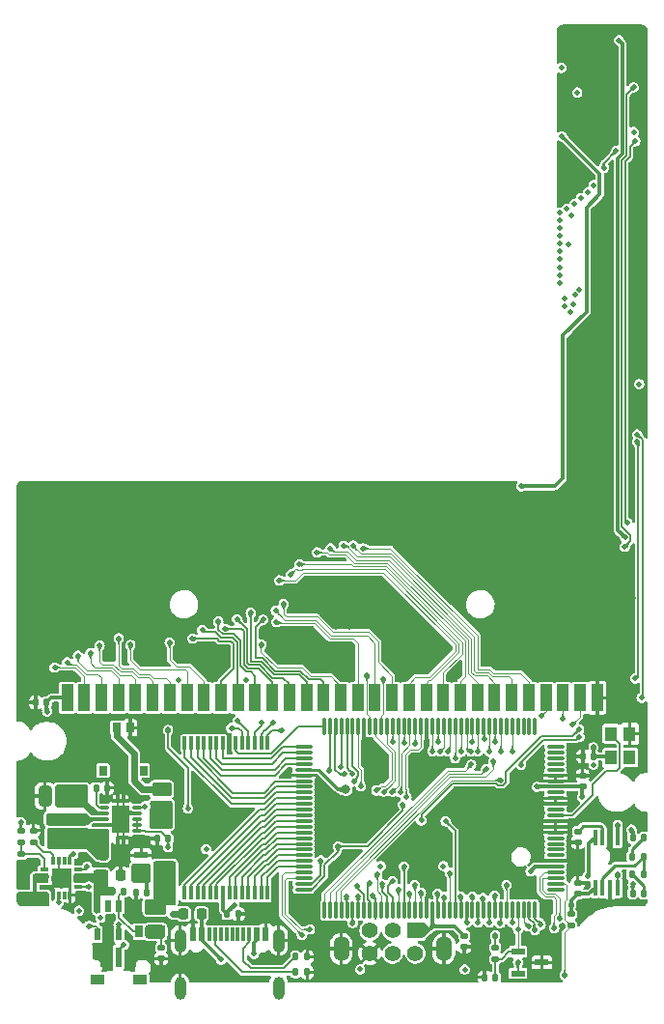
<source format=gbr>
%TF.GenerationSoftware,KiCad,Pcbnew,7.0.1*%
%TF.CreationDate,2024-08-11T10:53:17-07:00*%
%TF.ProjectId,agbc,61676263-2e6b-4696-9361-645f70636258,X4/X5*%
%TF.SameCoordinates,Original*%
%TF.FileFunction,Copper,L1,Top*%
%TF.FilePolarity,Positive*%
%FSLAX46Y46*%
G04 Gerber Fmt 4.6, Leading zero omitted, Abs format (unit mm)*
G04 Created by KiCad (PCBNEW 7.0.1) date 2024-08-11 10:53:17*
%MOMM*%
%LPD*%
G01*
G04 APERTURE LIST*
G04 Aperture macros list*
%AMRoundRect*
0 Rectangle with rounded corners*
0 $1 Rounding radius*
0 $2 $3 $4 $5 $6 $7 $8 $9 X,Y pos of 4 corners*
0 Add a 4 corners polygon primitive as box body*
4,1,4,$2,$3,$4,$5,$6,$7,$8,$9,$2,$3,0*
0 Add four circle primitives for the rounded corners*
1,1,$1+$1,$2,$3*
1,1,$1+$1,$4,$5*
1,1,$1+$1,$6,$7*
1,1,$1+$1,$8,$9*
0 Add four rect primitives between the rounded corners*
20,1,$1+$1,$2,$3,$4,$5,0*
20,1,$1+$1,$4,$5,$6,$7,0*
20,1,$1+$1,$6,$7,$8,$9,0*
20,1,$1+$1,$8,$9,$2,$3,0*%
G04 Aperture macros list end*
%TA.AperFunction,ComponentPad*%
%ADD10R,1.400000X1.400000*%
%TD*%
%TA.AperFunction,ComponentPad*%
%ADD11C,1.400000*%
%TD*%
%TA.AperFunction,ComponentPad*%
%ADD12O,1.400000X2.200000*%
%TD*%
%TA.AperFunction,SMDPad,CuDef*%
%ADD13R,1.000000X2.400000*%
%TD*%
%TA.AperFunction,SMDPad,CuDef*%
%ADD14RoundRect,0.140000X0.140000X0.170000X-0.140000X0.170000X-0.140000X-0.170000X0.140000X-0.170000X0*%
%TD*%
%TA.AperFunction,SMDPad,CuDef*%
%ADD15R,0.450000X1.400000*%
%TD*%
%TA.AperFunction,SMDPad,CuDef*%
%ADD16RoundRect,0.135000X0.185000X-0.135000X0.185000X0.135000X-0.185000X0.135000X-0.185000X-0.135000X0*%
%TD*%
%TA.AperFunction,SMDPad,CuDef*%
%ADD17R,1.250000X0.600000*%
%TD*%
%TA.AperFunction,SMDPad,CuDef*%
%ADD18RoundRect,0.225000X-0.225000X-0.250000X0.225000X-0.250000X0.225000X0.250000X-0.225000X0.250000X0*%
%TD*%
%TA.AperFunction,SMDPad,CuDef*%
%ADD19RoundRect,0.140000X-0.140000X-0.170000X0.140000X-0.170000X0.140000X0.170000X-0.140000X0.170000X0*%
%TD*%
%TA.AperFunction,SMDPad,CuDef*%
%ADD20RoundRect,0.135000X-0.185000X0.135000X-0.185000X-0.135000X0.185000X-0.135000X0.185000X0.135000X0*%
%TD*%
%TA.AperFunction,SMDPad,CuDef*%
%ADD21R,0.600000X1.150000*%
%TD*%
%TA.AperFunction,SMDPad,CuDef*%
%ADD22R,0.300000X1.150000*%
%TD*%
%TA.AperFunction,ComponentPad*%
%ADD23O,1.050000X2.100000*%
%TD*%
%TA.AperFunction,ComponentPad*%
%ADD24O,1.000000X2.000000*%
%TD*%
%TA.AperFunction,SMDPad,CuDef*%
%ADD25RoundRect,0.225000X0.250000X-0.225000X0.250000X0.225000X-0.250000X0.225000X-0.250000X-0.225000X0*%
%TD*%
%TA.AperFunction,SMDPad,CuDef*%
%ADD26RoundRect,0.218750X-0.218750X-0.256250X0.218750X-0.256250X0.218750X0.256250X-0.218750X0.256250X0*%
%TD*%
%TA.AperFunction,SMDPad,CuDef*%
%ADD27RoundRect,0.140000X0.170000X-0.140000X0.170000X0.140000X-0.170000X0.140000X-0.170000X-0.140000X0*%
%TD*%
%TA.AperFunction,SMDPad,CuDef*%
%ADD28RoundRect,0.135000X0.135000X0.185000X-0.135000X0.185000X-0.135000X-0.185000X0.135000X-0.185000X0*%
%TD*%
%TA.AperFunction,SMDPad,CuDef*%
%ADD29RoundRect,0.250000X0.325000X0.650000X-0.325000X0.650000X-0.325000X-0.650000X0.325000X-0.650000X0*%
%TD*%
%TA.AperFunction,SMDPad,CuDef*%
%ADD30RoundRect,0.225000X0.225000X0.250000X-0.225000X0.250000X-0.225000X-0.250000X0.225000X-0.250000X0*%
%TD*%
%TA.AperFunction,SMDPad,CuDef*%
%ADD31R,3.400000X1.000000*%
%TD*%
%TA.AperFunction,SMDPad,CuDef*%
%ADD32R,0.650000X1.100000*%
%TD*%
%TA.AperFunction,SMDPad,CuDef*%
%ADD33R,0.750000X1.800000*%
%TD*%
%TA.AperFunction,SMDPad,CuDef*%
%ADD34R,0.600000X1.800000*%
%TD*%
%TA.AperFunction,SMDPad,CuDef*%
%ADD35R,1.300000X0.900000*%
%TD*%
%TA.AperFunction,SMDPad,CuDef*%
%ADD36R,1.100000X1.300000*%
%TD*%
%TA.AperFunction,SMDPad,CuDef*%
%ADD37R,0.300000X1.206500*%
%TD*%
%TA.AperFunction,SMDPad,CuDef*%
%ADD38R,0.800000X0.300000*%
%TD*%
%TA.AperFunction,SMDPad,CuDef*%
%ADD39R,0.300000X0.800000*%
%TD*%
%TA.AperFunction,ComponentPad*%
%ADD40C,0.500000*%
%TD*%
%TA.AperFunction,SMDPad,CuDef*%
%ADD41R,1.750000X1.750000*%
%TD*%
%TA.AperFunction,SMDPad,CuDef*%
%ADD42R,0.550000X1.050000*%
%TD*%
%TA.AperFunction,SMDPad,CuDef*%
%ADD43RoundRect,0.140000X-0.170000X0.140000X-0.170000X-0.140000X0.170000X-0.140000X0.170000X0.140000X0*%
%TD*%
%TA.AperFunction,SMDPad,CuDef*%
%ADD44R,0.280000X0.280000*%
%TD*%
%TA.AperFunction,SMDPad,CuDef*%
%ADD45O,0.850000X0.280000*%
%TD*%
%TA.AperFunction,ComponentPad*%
%ADD46C,0.600000*%
%TD*%
%TA.AperFunction,SMDPad,CuDef*%
%ADD47R,0.680000X1.050000*%
%TD*%
%TA.AperFunction,SMDPad,CuDef*%
%ADD48R,0.260000X0.500000*%
%TD*%
%TA.AperFunction,SMDPad,CuDef*%
%ADD49R,0.280000X0.700000*%
%TD*%
%TA.AperFunction,SMDPad,CuDef*%
%ADD50R,1.650000X2.400000*%
%TD*%
%TA.AperFunction,SMDPad,CuDef*%
%ADD51R,0.700000X0.900000*%
%TD*%
%TA.AperFunction,SMDPad,CuDef*%
%ADD52R,0.750000X0.900000*%
%TD*%
%TA.AperFunction,SMDPad,CuDef*%
%ADD53RoundRect,0.075000X0.675000X-0.075000X0.675000X0.075000X-0.675000X0.075000X-0.675000X-0.075000X0*%
%TD*%
%TA.AperFunction,SMDPad,CuDef*%
%ADD54RoundRect,0.075000X0.075000X-0.675000X0.075000X0.675000X-0.075000X0.675000X-0.075000X-0.675000X0*%
%TD*%
%TA.AperFunction,SMDPad,CuDef*%
%ADD55RoundRect,0.135000X-0.135000X-0.185000X0.135000X-0.185000X0.135000X0.185000X-0.135000X0.185000X0*%
%TD*%
%TA.AperFunction,SMDPad,CuDef*%
%ADD56RoundRect,0.250000X-0.625000X0.375000X-0.625000X-0.375000X0.625000X-0.375000X0.625000X0.375000X0*%
%TD*%
%TA.AperFunction,ViaPad*%
%ADD57C,0.500000*%
%TD*%
%TA.AperFunction,ViaPad*%
%ADD58C,0.800000*%
%TD*%
%TA.AperFunction,Conductor*%
%ADD59C,0.300000*%
%TD*%
%TA.AperFunction,Conductor*%
%ADD60C,0.200000*%
%TD*%
%TA.AperFunction,Conductor*%
%ADD61C,0.125000*%
%TD*%
%TA.AperFunction,Conductor*%
%ADD62C,0.250000*%
%TD*%
%TA.AperFunction,Conductor*%
%ADD63C,0.150000*%
%TD*%
%TA.AperFunction,Conductor*%
%ADD64C,0.600000*%
%TD*%
G04 APERTURE END LIST*
D10*
%TO.P,J1,1,VDD*%
%TO.N,VDD5*%
X143200000Y-127800000D03*
D11*
%TO.P,J1,2,SO*%
%TO.N,Net-(J1-SO)*%
X143200000Y-129800000D03*
%TO.P,J1,3,SI*%
%TO.N,Net-(J1-SI)*%
X141200000Y-127800000D03*
%TO.P,J1,4,SD*%
%TO.N,Net-(J1-SD)*%
X141200000Y-129800000D03*
%TO.P,J1,5,SC*%
%TO.N,Net-(J1-SC)*%
X139200000Y-127800000D03*
%TO.P,J1,6,GND*%
%TO.N,GNDPWR*%
X139200000Y-129800000D03*
D12*
%TO.P,J1,SH*%
X145700000Y-129400000D03*
X136700000Y-129400000D03*
%TD*%
D13*
%TO.P,J2,1,VCC*%
%TO.N,VDD5*%
X112650000Y-107400000D03*
%TO.P,J2,2,PHI*%
%TO.N,Net-(J2-PHI)*%
X114150000Y-107400000D03*
%TO.P,J2,3,~{WR}*%
%TO.N,/CRT_WR*%
X115650000Y-107400000D03*
%TO.P,J2,4,~{RD}*%
%TO.N,/CRT_RD*%
X117150000Y-107400000D03*
%TO.P,J2,5,~{CS}*%
%TO.N,/CRT_CS*%
X118650000Y-107400000D03*
%TO.P,J2,6,A0*%
%TO.N,/CRT_A0*%
X120150000Y-107400000D03*
%TO.P,J2,7,A1*%
%TO.N,/CRT_A1*%
X121650000Y-107400000D03*
%TO.P,J2,8,A2*%
%TO.N,/CRT_A2*%
X123150000Y-107400000D03*
%TO.P,J2,9,A3*%
%TO.N,/CRT_A3*%
X124650000Y-107400000D03*
%TO.P,J2,10,A4*%
%TO.N,/CRT_A4*%
X126150000Y-107400000D03*
%TO.P,J2,11,A5*%
%TO.N,/CRT_A5*%
X127650000Y-107400000D03*
%TO.P,J2,12,A6*%
%TO.N,/CRT_A6*%
X129150000Y-107400000D03*
%TO.P,J2,13,A7*%
%TO.N,/CRT_A7*%
X130650000Y-107400000D03*
%TO.P,J2,14,A8*%
%TO.N,/CRT_A8*%
X132150000Y-107400000D03*
%TO.P,J2,15,A9*%
%TO.N,/CRT_A9*%
X133650000Y-107400000D03*
%TO.P,J2,16,A10*%
%TO.N,/CRT_A10*%
X135150000Y-107400000D03*
%TO.P,J2,17,A11*%
%TO.N,/CRT_A11*%
X136650000Y-107400000D03*
%TO.P,J2,18,A12*%
%TO.N,/CRT_A12*%
X138150000Y-107400000D03*
%TO.P,J2,19,A13*%
%TO.N,/CRT_A13*%
X139650000Y-107400000D03*
%TO.P,J2,20,A14*%
%TO.N,/CRT_A14*%
X141150000Y-107400000D03*
%TO.P,J2,21,A15*%
%TO.N,/CRT_A15*%
X142650000Y-107400000D03*
%TO.P,J2,22,D0*%
%TO.N,/CRT_D0*%
X144150000Y-107400000D03*
%TO.P,J2,23,D1*%
%TO.N,/CRT_D1*%
X145650000Y-107400000D03*
%TO.P,J2,24,D2*%
%TO.N,/CRT_D2*%
X147150000Y-107400000D03*
%TO.P,J2,25,D3*%
%TO.N,/CRT_D3*%
X148650000Y-107400000D03*
%TO.P,J2,26,D4*%
%TO.N,/CRT_D4*%
X150150000Y-107400000D03*
%TO.P,J2,27,D5*%
%TO.N,/CRT_D5*%
X151650000Y-107400000D03*
%TO.P,J2,28,D6*%
%TO.N,/CRT_D6*%
X153150000Y-107400000D03*
%TO.P,J2,29,D7*%
%TO.N,/CRT_D7*%
X154650000Y-107400000D03*
%TO.P,J2,30,~{RES}*%
%TO.N,RESET*%
X156150000Y-107400000D03*
%TO.P,J2,31,VIN*%
%TO.N,/CRT_VIN*%
X157650000Y-107400000D03*
%TO.P,J2,32,GND*%
%TO.N,GNDPWR*%
X159150000Y-107400000D03*
%TD*%
D14*
%TO.P,C7,1*%
%TO.N,VDD5*%
X110860000Y-107800000D03*
%TO.P,C7,2*%
%TO.N,GNDPWR*%
X109900000Y-107800000D03*
%TD*%
D15*
%TO.P,U8,1,VDD*%
%TO.N,VDD5*%
X158975000Y-124050000D03*
%TO.P,U8,2,-VIN*%
%TO.N,Net-(U8--VIN)*%
X159625000Y-124050000D03*
%TO.P,U8,3,HP_SENSE*%
%TO.N,GNDPWR*%
X160275000Y-124050000D03*
%TO.P,U8,4,DC_VOI/~{SD}*%
%TO.N,VOLUME*%
X160925000Y-124050000D03*
%TO.P,U8,5,VO1*%
%TO.N,Net-(U8-VO1)*%
X160925000Y-119650000D03*
%TO.P,U8,6,GND*%
%TO.N,GNDPWR*%
X160275000Y-119650000D03*
%TO.P,U8,7,BYPASS*%
%TO.N,Net-(U8-BYPASS)*%
X159625000Y-119650000D03*
%TO.P,U8,8,VO2*%
%TO.N,/AGBC Audio/LSPK_N*%
X158975000Y-119650000D03*
%TD*%
D16*
%TO.P,R1,1*%
%TO.N,RESET*%
X150200000Y-130300000D03*
%TO.P,R1,2*%
%TO.N,VDD5*%
X150200000Y-129280000D03*
%TD*%
D17*
%TO.P,U6,1,GND*%
%TO.N,GNDPWR*%
X119150000Y-121200000D03*
%TO.P,U6,2,VOUT*%
%TO.N,VDD3*%
X119150000Y-123100000D03*
%TO.P,U6,3,VIN*%
%TO.N,VCC*%
X121250000Y-122150000D03*
%TD*%
D18*
%TO.P,C19,1*%
%TO.N,VCC*%
X115800000Y-121150000D03*
%TO.P,C19,2*%
%TO.N,GNDPWR*%
X117350000Y-121150000D03*
%TD*%
D19*
%TO.P,C20,2*%
%TO.N,GNDPWR*%
X116160000Y-115300000D03*
%TO.P,C20,1*%
%TO.N,Net-(U7-VAUX)*%
X115200000Y-115300000D03*
%TD*%
%TO.P,C11,1*%
%TO.N,VDD3*%
X126700000Y-126350000D03*
%TO.P,C11,2*%
%TO.N,GNDPWR*%
X127660000Y-126350000D03*
%TD*%
D20*
%TO.P,R6,1*%
%TO.N,Net-(U4-TS)*%
X108650000Y-121100000D03*
%TO.P,R6,2*%
%TO.N,GNDPWR*%
X108650000Y-122120000D03*
%TD*%
D21*
%TO.P,J5,A1_B12,GND*%
%TO.N,GNDPWR*%
X123680000Y-128095000D03*
%TO.P,J5,A4_B9,VBUS*%
%TO.N,Net-(F2-Pad2)*%
X124480000Y-128095000D03*
D22*
%TO.P,J5,A5,CC1*%
%TO.N,Net-(J5-CC1)*%
X125630000Y-128095000D03*
%TO.P,J5,A6,DP1*%
%TO.N,unconnected-(J5-DP1-PadA6)*%
X126630000Y-128095000D03*
%TO.P,J5,A7,DN1*%
%TO.N,unconnected-(J5-DN1-PadA7)*%
X127130000Y-128095000D03*
%TO.P,J5,A8,SBU1*%
%TO.N,unconnected-(J5-SBU1-PadA8)*%
X128130000Y-128095000D03*
D21*
%TO.P,J5,B1_A12,GND*%
%TO.N,GNDPWR*%
X130080000Y-128095000D03*
%TO.P,J5,B4_A9,VBUS*%
%TO.N,Net-(F2-Pad2)*%
X129280000Y-128095000D03*
D22*
%TO.P,J5,B5,CC2*%
%TO.N,Net-(J5-CC2)*%
X128630000Y-128095000D03*
%TO.P,J5,B6,DP2*%
%TO.N,unconnected-(J5-DP2-PadB6)*%
X127630000Y-128095000D03*
%TO.P,J5,B7,DN2*%
%TO.N,unconnected-(J5-DN2-PadB7)*%
X126130000Y-128095000D03*
%TO.P,J5,B8,SBU2*%
%TO.N,unconnected-(J5-SBU2-PadB8)*%
X125130000Y-128095000D03*
D23*
%TO.P,J5,S1,SHELL_GND*%
%TO.N,GNDPWR*%
X122560000Y-128670000D03*
D24*
%TO.P,J5,S2,SHELL_GND*%
X122560000Y-132850000D03*
%TO.P,J5,S3,SHELL_GND*%
X131200000Y-132850000D03*
D23*
%TO.P,J5,S4,SHELL_GND*%
X131200000Y-128670000D03*
%TD*%
D25*
%TO.P,C14,1*%
%TO.N,Net-(U4-BAT_1)*%
X108900000Y-125025000D03*
%TO.P,C14,2*%
%TO.N,GNDPWR*%
X108900000Y-123475000D03*
%TD*%
D26*
%TO.P,F2,1*%
%TO.N,Net-(U4-IN)*%
X122875000Y-126350000D03*
%TO.P,F2,2*%
%TO.N,Net-(F2-Pad2)*%
X124450000Y-126350000D03*
%TD*%
D27*
%TO.P,C15,1*%
%TO.N,GNDPWR*%
X120900000Y-130260000D03*
%TO.P,C15,2*%
%TO.N,SW_VCC*%
X120900000Y-129300000D03*
%TD*%
D28*
%TO.P,R14,1*%
%TO.N,Net-(U8--VIN)*%
X163225000Y-122900000D03*
%TO.P,R14,2*%
%TO.N,Net-(C24-Pad1)*%
X162205000Y-122900000D03*
%TD*%
D29*
%TO.P,C21,1*%
%TO.N,VDD5*%
X113650000Y-116000000D03*
%TO.P,C21,2*%
%TO.N,GNDPWR*%
X110700000Y-116000000D03*
%TD*%
D30*
%TO.P,C13,1*%
%TO.N,GNDPWR*%
X117350000Y-122950000D03*
%TO.P,C13,2*%
%TO.N,SW_VCC*%
X115800000Y-122950000D03*
%TD*%
D16*
%TO.P,R7,1*%
%TO.N,Net-(U4-ISET)*%
X109700000Y-120050000D03*
%TO.P,R7,2*%
%TO.N,GNDPWR*%
X109700000Y-119030000D03*
%TD*%
D14*
%TO.P,C23,1*%
%TO.N,Net-(C23-Pad1)*%
X163225000Y-119675000D03*
%TO.P,C23,2*%
%TO.N,/AGBC Audio/R_IN*%
X162265000Y-119675000D03*
%TD*%
D31*
%TO.P,L1,1*%
%TO.N,VCC*%
X112650000Y-120150000D03*
%TO.P,L1,2*%
%TO.N,Net-(U7-L)*%
X112650000Y-118050000D03*
%TD*%
D14*
%TO.P,C5,1*%
%TO.N,VDD3*%
X158850000Y-112525000D03*
%TO.P,C5,2*%
%TO.N,GNDPWR*%
X157890000Y-112525000D03*
%TD*%
D27*
%TO.P,C10,1*%
%TO.N,VDD3*%
X157875000Y-115175000D03*
%TO.P,C10,2*%
%TO.N,GNDPWR*%
X157875000Y-114215000D03*
%TD*%
D16*
%TO.P,R3,1*%
%TO.N,SCK*%
X156875000Y-127385000D03*
%TO.P,R3,2*%
%TO.N,VDD5*%
X156875000Y-126365000D03*
%TD*%
D32*
%TO.P,Q1,1*%
%TO.N,/Charging & power path/Q2_GATE*%
X118940000Y-127900000D03*
%TO.P,Q1,2*%
%TO.N,SW_VCC*%
X120860000Y-127900000D03*
%TO.P,Q1,3*%
%TO.N,VCC*%
X119900000Y-125800000D03*
%TD*%
D17*
%TO.P,U1,1,~{RESET}*%
%TO.N,RESET*%
X152200000Y-129650000D03*
%TO.P,U1,2,VDD*%
%TO.N,VDD5*%
X152200000Y-131550000D03*
%TO.P,U1,3,GND*%
%TO.N,GNDPWR*%
X154300000Y-130600000D03*
%TD*%
D27*
%TO.P,C22,1*%
%TO.N,GNDPWR*%
X157450000Y-120060000D03*
%TO.P,C22,2*%
%TO.N,Net-(U8-BYPASS)*%
X157450000Y-119100000D03*
%TD*%
D33*
%TO.P,S1,1*%
%TO.N,GNDPWR*%
X115925000Y-130150000D03*
D34*
%TO.P,S1,2*%
%TO.N,Net-(U5-IN)*%
X117150000Y-130150000D03*
D33*
%TO.P,S1,3*%
%TO.N,GNDPWR*%
X118375000Y-130150000D03*
D35*
%TO.P,S1,S1,SHIELD*%
%TO.N,Net-(S1-SHIELD-PadS1)*%
X115300000Y-132100000D03*
%TO.P,S1,S2,SHIELD*%
X119000000Y-132100000D03*
%TD*%
D28*
%TO.P,R13,1*%
%TO.N,Net-(U8--VIN)*%
X163220000Y-121325000D03*
%TO.P,R13,2*%
%TO.N,Net-(C23-Pad1)*%
X162200000Y-121325000D03*
%TD*%
D36*
%TO.P,X1,1,Vctrl*%
%TO.N,unconnected-(X1-Vctrl-Pad1)*%
X162000000Y-112650000D03*
%TO.P,X1,2,GND*%
%TO.N,GNDPWR*%
X162000000Y-110550000D03*
%TO.P,X1,3,RFout*%
%TO.N,Net-(U2-CK1)*%
X160350000Y-110550000D03*
%TO.P,X1,4,VDD*%
%TO.N,VDD3*%
X160350000Y-112650000D03*
%TD*%
D37*
%TO.P,U3,1,\u002AOE*%
%TO.N,/MRD*%
X122967800Y-124500000D03*
%TO.P,U3,2,A11*%
%TO.N,/MA11*%
X123526600Y-124500000D03*
%TO.P,U3,3,A9*%
%TO.N,/MA9*%
X124085400Y-124500000D03*
%TO.P,U3,4,A8*%
%TO.N,/MA8*%
X124644200Y-124500000D03*
%TO.P,U3,5,A13*%
%TO.N,/RA0*%
X125203000Y-124500000D03*
%TO.P,U3,6,\u002AWE*%
%TO.N,/MWR*%
X125761800Y-124500000D03*
%TO.P,U3,7,VCC*%
%TO.N,VDD3*%
X126320600Y-124500000D03*
%TO.P,U3,8,A14*%
%TO.N,/RA1*%
X126879400Y-124500000D03*
%TO.P,U3,9,A12*%
%TO.N,/MA12*%
X127438200Y-124500000D03*
%TO.P,U3,10,A7*%
%TO.N,/MA7*%
X127997000Y-124500000D03*
%TO.P,U3,11,A6*%
%TO.N,/MA6*%
X128555800Y-124500000D03*
%TO.P,U3,12,A5*%
%TO.N,/MA5*%
X129114600Y-124500000D03*
%TO.P,U3,13,A4*%
%TO.N,/MA4*%
X129673400Y-124500000D03*
%TO.P,U3,14,A3*%
%TO.N,/MA3*%
X130232200Y-124500000D03*
%TO.P,U3,15,A2*%
%TO.N,/MA2*%
X130232200Y-111380900D03*
%TO.P,U3,16,A1*%
%TO.N,/MA1*%
X129673400Y-111380900D03*
%TO.P,U3,17,A0*%
%TO.N,/MA0*%
X129114600Y-111380900D03*
%TO.P,U3,18,DQ0*%
%TO.N,/MD0*%
X128555800Y-111380900D03*
%TO.P,U3,19,DQ1*%
%TO.N,/MD1*%
X127997000Y-111380900D03*
%TO.P,U3,20,DQ2*%
%TO.N,/MD2*%
X127438200Y-111380900D03*
%TO.P,U3,21,VSS*%
%TO.N,GNDPWR*%
X126879400Y-111380900D03*
%TO.P,U3,22,DQ3*%
%TO.N,/MD3*%
X126320600Y-111380900D03*
%TO.P,U3,23,DQ4*%
%TO.N,/MD4*%
X125761800Y-111380900D03*
%TO.P,U3,24,DQ5*%
%TO.N,/MD5*%
X125203000Y-111380900D03*
%TO.P,U3,25,DQ6*%
%TO.N,/MD6*%
X124644200Y-111380900D03*
%TO.P,U3,26,DQ7*%
%TO.N,/MD7*%
X124085400Y-111380900D03*
%TO.P,U3,27,\u002ACE*%
%TO.N,/CS1*%
X123526600Y-111380900D03*
%TO.P,U3,28,A10*%
%TO.N,/MA10*%
X122967800Y-111380900D03*
%TD*%
D38*
%TO.P,U4,1,TS*%
%TO.N,Net-(U4-TS)*%
X110650000Y-122450000D03*
%TO.P,U4,2,BAT_1*%
%TO.N,Net-(U4-BAT_1)*%
X110650000Y-122950000D03*
%TO.P,U4,3,BAT_2*%
X110650000Y-123450000D03*
%TO.P,U4,4,~{CE}*%
%TO.N,GNDPWR*%
X110650000Y-123950000D03*
D39*
%TO.P,U4,5,EN2*%
X111400000Y-124700000D03*
%TO.P,U4,6,EN1*%
%TO.N,SW_VCC*%
X111900000Y-124700000D03*
%TO.P,U4,7,~{PGOOD}*%
%TO.N,unconnected-(U4-~{PGOOD}-Pad7)*%
X112400000Y-124700000D03*
%TO.P,U4,8,VSS*%
%TO.N,GNDPWR*%
X112900000Y-124700000D03*
D38*
%TO.P,U4,9,~{CHG}*%
%TO.N,CHG_LED*%
X113650000Y-123950000D03*
%TO.P,U4,10,OUT_1*%
%TO.N,SW_VCC*%
X113650000Y-123450000D03*
%TO.P,U4,11,OUT_2*%
X113650000Y-122950000D03*
%TO.P,U4,12,ILIM*%
%TO.N,Net-(U4-ILIM)*%
X113650000Y-122450000D03*
D39*
%TO.P,U4,13,IN*%
%TO.N,Net-(U4-IN)*%
X112900000Y-121700000D03*
%TO.P,U4,14,TMR*%
%TO.N,unconnected-(U4-TMR-Pad14)*%
X112400000Y-121700000D03*
%TO.P,U4,15,TD*%
%TO.N,GNDPWR*%
X111900000Y-121700000D03*
%TO.P,U4,16,ISET*%
%TO.N,Net-(U4-ISET)*%
X111400000Y-121700000D03*
D40*
%TO.P,U4,17,EP*%
%TO.N,GNDPWR*%
X111750000Y-122800000D03*
X111750000Y-123600000D03*
D41*
X112150000Y-123200000D03*
D40*
X112550000Y-122800000D03*
X112550000Y-123600000D03*
%TD*%
D14*
%TO.P,C17,1*%
%TO.N,VCC*%
X121500000Y-119750000D03*
%TO.P,C17,2*%
%TO.N,GNDPWR*%
X120540000Y-119750000D03*
%TD*%
D42*
%TO.P,U5,1,IN*%
%TO.N,Net-(U5-IN)*%
X115300000Y-128125000D03*
%TO.P,U5,2,GND*%
%TO.N,GNDPWR*%
X116250000Y-128125000D03*
%TO.P,U5,3,CLEAR*%
%TO.N,Net-(U5-CLEAR)*%
X117200000Y-128125000D03*
%TO.P,U5,4,~{OUT}*%
%TO.N,/Charging & power path/Q2_GATE*%
X117200000Y-125625000D03*
%TO.P,U5,5,OUT*%
%TO.N,unconnected-(U5-OUT-Pad5)*%
X116250000Y-125625000D03*
%TO.P,U5,6,VCC*%
%TO.N,SW_VCC*%
X115300000Y-125625000D03*
%TD*%
D43*
%TO.P,C8,1*%
%TO.N,VDD5*%
X147500000Y-128250000D03*
%TO.P,C8,2*%
%TO.N,GNDPWR*%
X147500000Y-129210000D03*
%TD*%
D44*
%TO.P,U7,1,VAUX*%
%TO.N,Net-(U7-VAUX)*%
X115590000Y-117050000D03*
D45*
X115875000Y-117050000D03*
D44*
%TO.P,U7,2,VOUT*%
%TO.N,VDD5*%
X115590000Y-117550000D03*
D45*
X115875000Y-117550000D03*
D44*
%TO.P,U7,3,L*%
%TO.N,Net-(U7-L)*%
X115590000Y-118050000D03*
D45*
X115875000Y-118050000D03*
D44*
%TO.P,U7,4,PGND*%
%TO.N,GNDPWR*%
X115590000Y-118550000D03*
D45*
X115875000Y-118550000D03*
D44*
%TO.P,U7,5,VIN*%
%TO.N,VCC*%
X115590000Y-119050000D03*
D45*
X115875000Y-119050000D03*
%TO.P,U7,6,EN*%
X118825000Y-119050000D03*
D44*
X119110000Y-119050000D03*
D45*
%TO.P,U7,7,UVLO*%
X118825000Y-118550000D03*
D44*
X119110000Y-118550000D03*
D45*
%TO.P,U7,8,PS*%
X118825000Y-118050000D03*
D44*
X119110000Y-118050000D03*
D45*
%TO.P,U7,9,GND*%
%TO.N,GNDPWR*%
X118825000Y-117550000D03*
D44*
X119110000Y-117550000D03*
D45*
%TO.P,U7,10,FB*%
%TO.N,VDD5*%
X118825000Y-117050000D03*
D44*
X119110000Y-117050000D03*
D46*
%TO.P,U7,11,PAD*%
%TO.N,GNDPWR*%
X116850000Y-117300000D03*
X116850000Y-118800000D03*
D47*
X116900000Y-117415000D03*
X116900000Y-118685000D03*
D48*
X117100000Y-116420000D03*
D49*
X117100000Y-116500000D03*
X117100000Y-119600000D03*
D48*
X117100000Y-119680000D03*
D46*
X117350000Y-118050000D03*
D50*
X117350000Y-118050000D03*
D48*
X117600000Y-116420000D03*
D49*
X117600000Y-116500000D03*
X117600000Y-119600000D03*
D48*
X117600000Y-119680000D03*
D47*
X117800000Y-117415000D03*
X117800000Y-118685000D03*
D46*
X117850000Y-117300000D03*
X117850000Y-118800000D03*
%TD*%
D51*
%TO.P,J4,1,1*%
%TO.N,Net-(F1-Pad1)*%
X116975000Y-110025000D03*
%TO.P,J4,2,2*%
%TO.N,GNDPWR*%
X118175000Y-110025000D03*
D52*
%TO.P,J4,3*%
%TO.N,N/C*%
X115800000Y-113775000D03*
%TO.P,J4,4*%
X119350000Y-113775000D03*
%TD*%
D28*
%TO.P,R8,1*%
%TO.N,GNDPWR*%
X133710000Y-130100000D03*
%TO.P,R8,2*%
%TO.N,Net-(J5-CC2)*%
X132690000Y-130100000D03*
%TD*%
%TO.P,R11,1*%
%TO.N,GNDPWR*%
X133710000Y-131450000D03*
%TO.P,R11,2*%
%TO.N,Net-(J5-CC1)*%
X132690000Y-131450000D03*
%TD*%
D53*
%TO.P,U2,128,P12*%
%TO.N,/SEL*%
X133400000Y-124200000D03*
%TO.P,U2,127,P13*%
%TO.N,/START*%
X133400000Y-123700000D03*
%TO.P,U2,126,P11*%
%TO.N,/B*%
X133400000Y-123200000D03*
%TO.P,U2,125,P10*%
%TO.N,/A*%
X133400000Y-122700000D03*
%TO.P,U2,124,MA3*%
%TO.N,/MA3*%
X133400000Y-122200000D03*
%TO.P,U2,123,MA4*%
%TO.N,/MA4*%
X133400000Y-121700000D03*
%TO.P,U2,122,MA5*%
%TO.N,/MA5*%
X133400000Y-121200000D03*
%TO.P,U2,121,MA6*%
%TO.N,/MA6*%
X133400000Y-120700000D03*
%TO.P,U2,120,MA7*%
%TO.N,/MA7*%
X133400000Y-120200000D03*
%TO.P,U2,119,MA12*%
%TO.N,/MA12*%
X133400000Y-119700000D03*
%TO.P,U2,118,RA1*%
%TO.N,/RA1*%
X133400000Y-119200000D03*
%TO.P,U2,117,~{MWR}*%
%TO.N,/MWR*%
X133400000Y-118700000D03*
%TO.P,U2,116,RA0*%
%TO.N,/RA0*%
X133400000Y-118200000D03*
%TO.P,U2,115,MA8*%
%TO.N,/MA8*%
X133400000Y-117700000D03*
%TO.P,U2,114,MA9*%
%TO.N,/MA9*%
X133400000Y-117200000D03*
%TO.P,U2,113,MA11*%
%TO.N,/MA11*%
X133400000Y-116700000D03*
%TO.P,U2,112,~{MRD}*%
%TO.N,/MRD*%
X133400000Y-116200000D03*
%TO.P,U2,111,MA10*%
%TO.N,/MA10*%
X133400000Y-115700000D03*
%TO.P,U2,110,~{CS1}*%
%TO.N,/CS1*%
X133400000Y-115200000D03*
%TO.P,U2,109,MD7*%
%TO.N,/MD7*%
X133400000Y-114700000D03*
%TO.P,U2,108,GND*%
%TO.N,GNDPWR*%
X133400000Y-114200000D03*
%TO.P,U2,107,VDD3*%
%TO.N,VDD3*%
X133400000Y-113700000D03*
%TO.P,U2,106,MD6*%
%TO.N,/MD6*%
X133400000Y-113200000D03*
%TO.P,U2,105,MD5*%
%TO.N,/MD5*%
X133400000Y-112700000D03*
%TO.P,U2,104,MD4*%
%TO.N,/MD4*%
X133400000Y-112200000D03*
%TO.P,U2,103,MD3*%
%TO.N,/MD3*%
X133400000Y-111700000D03*
D54*
%TO.P,U2,102,MD2*%
%TO.N,/MD2*%
X135200000Y-109900000D03*
%TO.P,U2,101,MD1*%
%TO.N,/MD1*%
X135700000Y-109900000D03*
%TO.P,U2,100,MD0*%
%TO.N,/MD0*%
X136200000Y-109900000D03*
%TO.P,U2,99,MA0*%
%TO.N,/MA0*%
X136700000Y-109900000D03*
%TO.P,U2,98,MA1*%
%TO.N,/MA1*%
X137200000Y-109900000D03*
%TO.P,U2,97,MA2*%
%TO.N,/MA2*%
X137700000Y-109900000D03*
%TO.P,U2,96,R4*%
%TO.N,R4*%
X138200000Y-109900000D03*
%TO.P,U2,95,REVC*%
%TO.N,GNDPWR*%
X138700000Y-109900000D03*
%TO.P,U2,94,DCK*%
%TO.N,/DCK*%
X139200000Y-109900000D03*
%TO.P,U2,93,LP*%
%TO.N,/LP*%
X139700000Y-109900000D03*
%TO.P,U2,92,PS*%
%TO.N,/PS*%
X140200000Y-109900000D03*
%TO.P,U2,91,LDB5*%
%TO.N,/LDB5*%
X140700000Y-109900000D03*
%TO.P,U2,90,LDB4*%
%TO.N,/LDB4*%
X141200000Y-109900000D03*
%TO.P,U2,89,LDB3*%
%TO.N,/LDB3*%
X141700000Y-109900000D03*
%TO.P,U2,88,LDB2*%
%TO.N,/LDB2*%
X142200000Y-109900000D03*
%TO.P,U2,87,LDB1*%
%TO.N,/LDB1*%
X142700000Y-109900000D03*
%TO.P,U2,86,LDB0*%
%TO.N,/LDB0*%
X143200000Y-109900000D03*
%TO.P,U2,85,VDD3*%
%TO.N,VDD3*%
X143700000Y-109900000D03*
%TO.P,U2,84,GND*%
%TO.N,GNDPWR*%
X144200000Y-109900000D03*
%TO.P,U2,83,LDG5*%
%TO.N,/LDG5*%
X144700000Y-109900000D03*
%TO.P,U2,82,LDG4*%
%TO.N,/LDG4*%
X145200000Y-109900000D03*
%TO.P,U2,81,LDG3*%
%TO.N,/LDG3*%
X145700000Y-109900000D03*
%TO.P,U2,80,LDG2*%
%TO.N,/LDG2*%
X146200000Y-109900000D03*
%TO.P,U2,79,LDG1*%
%TO.N,/LDG1*%
X146700000Y-109900000D03*
%TO.P,U2,78,LDG0*%
%TO.N,/LDG0*%
X147200000Y-109900000D03*
%TO.P,U2,77,LDR5*%
%TO.N,/LDR5*%
X147700000Y-109900000D03*
%TO.P,U2,76,LDR4*%
%TO.N,/LDR4*%
X148200000Y-109900000D03*
%TO.P,U2,75,LDR3*%
%TO.N,/LDR3*%
X148700000Y-109900000D03*
%TO.P,U2,74,LDR2*%
%TO.N,/LDR2*%
X149200000Y-109900000D03*
%TO.P,U2,73,LDR1*%
%TO.N,/LDR1*%
X149700000Y-109900000D03*
%TO.P,U2,72,LDR0*%
%TO.N,/LDR0*%
X150200000Y-109900000D03*
%TO.P,U2,71,SPL*%
%TO.N,/SPL*%
X150700000Y-109900000D03*
%TO.P,U2,70,CLS*%
%TO.N,/CLS*%
X151200000Y-109900000D03*
%TO.P,U2,69,SPS*%
%TO.N,/SPS*%
X151700000Y-109900000D03*
%TO.P,U2,68,MOD*%
%TO.N,/MOD*%
X152200000Y-109900000D03*
%TO.P,U2,67,MD8*%
%TO.N,unconnected-(U2-MD8-Pad67)*%
X152700000Y-109900000D03*
%TO.P,U2,66,MD9*%
%TO.N,unconnected-(U2-MD9-Pad66)*%
X153200000Y-109900000D03*
%TO.P,U2,65,MD10*%
%TO.N,unconnected-(U2-MD10-Pad65)*%
X153700000Y-109900000D03*
D53*
%TO.P,U2,64,MD11*%
%TO.N,unconnected-(U2-MD11-Pad64)*%
X155500000Y-111700000D03*
%TO.P,U2,63,MD12*%
%TO.N,unconnected-(U2-MD12-Pad63)*%
X155500000Y-112200000D03*
%TO.P,U2,62,MD13*%
%TO.N,unconnected-(U2-MD13-Pad62)*%
X155500000Y-112700000D03*
%TO.P,U2,61,MD14*%
%TO.N,unconnected-(U2-MD14-Pad61)*%
X155500000Y-113200000D03*
%TO.P,U2,60,MD15*%
%TO.N,unconnected-(U2-MD15-Pad60)*%
X155500000Y-113700000D03*
%TO.P,U2,59,~{MCS1}*%
%TO.N,GNDPWR*%
X155500000Y-114200000D03*
%TO.P,U2,58,~{MCS0}*%
X155500000Y-114700000D03*
%TO.P,U2,57,NMI*%
%TO.N,VDD3*%
X155500000Y-115200000D03*
%TO.P,U2,56,M1*%
%TO.N,unconnected-(U2-M1-Pad56)*%
X155500000Y-115700000D03*
%TO.P,U2,55,PSMO1*%
%TO.N,GNDPWR*%
X155500000Y-116200000D03*
%TO.P,U2,54,PSMO0*%
X155500000Y-116700000D03*
%TO.P,U2,53,CK2*%
%TO.N,unconnected-(U2-CK2-Pad53)*%
X155500000Y-117200000D03*
%TO.P,U2,52,CK1*%
%TO.N,Net-(U2-CK1)*%
X155500000Y-117700000D03*
%TO.P,U2,51,TEST2*%
%TO.N,GNDPWR*%
X155500000Y-118200000D03*
%TO.P,U2,50,TEST1*%
X155500000Y-118700000D03*
%TO.P,U2,49,TEST0*%
X155500000Y-119200000D03*
%TO.P,U2,48,R3*%
%TO.N,unconnected-(U2-R3-Pad48)*%
X155500000Y-119700000D03*
%TO.P,U2,47,R2*%
%TO.N,unconnected-(U2-R2-Pad47)*%
X155500000Y-120200000D03*
%TO.P,U2,46,R1*%
%TO.N,unconnected-(U2-R1-Pad46)*%
X155500000Y-120700000D03*
%TO.P,U2,45,R0*%
%TO.N,unconnected-(U2-R0-Pad45)*%
X155500000Y-121200000D03*
%TO.P,U2,44,GND*%
%TO.N,GNDPWR*%
X155500000Y-121700000D03*
%TO.P,U2,43,VDD5*%
%TO.N,VDD5*%
X155500000Y-122200000D03*
%TO.P,U2,42,SOUT*%
%TO.N,SOUT*%
X155500000Y-122700000D03*
%TO.P,U2,41,SIN*%
%TO.N,SIN*%
X155500000Y-123200000D03*
%TO.P,U2,40,SCK*%
%TO.N,SCK*%
X155500000Y-123700000D03*
%TO.P,U2,39,NC*%
%TO.N,unconnected-(U2-NC-Pad39)*%
X155500000Y-124200000D03*
D54*
%TO.P,U2,38,SO2*%
%TO.N,/AGBC Audio/L_IN*%
X153700000Y-126000000D03*
%TO.P,U2,37,SO1*%
%TO.N,/AGBC Audio/R_IN*%
X153200000Y-126000000D03*
%TO.P,U2,36,VIN*%
%TO.N,/CRT_VIN*%
X152700000Y-126000000D03*
%TO.P,U2,35,~{RES}*%
%TO.N,RESET*%
X152200000Y-126000000D03*
%TO.P,U2,34,D7*%
%TO.N,/CRT_D7*%
X151700000Y-126000000D03*
%TO.P,U2,33,D6*%
%TO.N,/CRT_D6*%
X151200000Y-126000000D03*
%TO.P,U2,32,D5*%
%TO.N,/CRT_D5*%
X150700000Y-126000000D03*
%TO.P,U2,31,D4*%
%TO.N,/CRT_D4*%
X150200000Y-126000000D03*
%TO.P,U2,30,D3*%
%TO.N,/CRT_D3*%
X149700000Y-126000000D03*
%TO.P,U2,29,D2*%
%TO.N,/CRT_D2*%
X149200000Y-126000000D03*
%TO.P,U2,28,D1*%
%TO.N,/CRT_D1*%
X148700000Y-126000000D03*
%TO.P,U2,27,D0*%
%TO.N,/CRT_D0*%
X148200000Y-126000000D03*
%TO.P,U2,26,A15*%
%TO.N,/CRT_A15*%
X147700000Y-126000000D03*
%TO.P,U2,25,A14*%
%TO.N,/CRT_A14*%
X147200000Y-126000000D03*
%TO.P,U2,24,A13*%
%TO.N,/CRT_A13*%
X146700000Y-126000000D03*
%TO.P,U2,23,A12*%
%TO.N,/CRT_A12*%
X146200000Y-126000000D03*
%TO.P,U2,22,A11*%
%TO.N,/CRT_A11*%
X145700000Y-126000000D03*
%TO.P,U2,21,A10*%
%TO.N,/CRT_A10*%
X145200000Y-126000000D03*
%TO.P,U2,20,VDD5*%
%TO.N,VDD5*%
X144700000Y-126000000D03*
%TO.P,U2,19,GND*%
%TO.N,GNDPWR*%
X144200000Y-126000000D03*
%TO.P,U2,18,A9*%
%TO.N,/CRT_A9*%
X143700000Y-126000000D03*
%TO.P,U2,17,A8*%
%TO.N,/CRT_A8*%
X143200000Y-126000000D03*
%TO.P,U2,16,A7*%
%TO.N,/CRT_A7*%
X142700000Y-126000000D03*
%TO.P,U2,15,A6*%
%TO.N,/CRT_A6*%
X142200000Y-126000000D03*
%TO.P,U2,14,A5*%
%TO.N,/CRT_A5*%
X141700000Y-126000000D03*
%TO.P,U2,13,A4*%
%TO.N,/CRT_A4*%
X141200000Y-126000000D03*
%TO.P,U2,12,A3*%
%TO.N,/CRT_A3*%
X140700000Y-126000000D03*
%TO.P,U2,11,A2*%
%TO.N,/CRT_A2*%
X140200000Y-126000000D03*
%TO.P,U2,10,A1*%
%TO.N,/CRT_A1*%
X139700000Y-126000000D03*
%TO.P,U2,9,A0*%
%TO.N,/CRT_A0*%
X139200000Y-126000000D03*
%TO.P,U2,8,~{CS}*%
%TO.N,/CRT_CS*%
X138700000Y-126000000D03*
%TO.P,U2,7,~{RD}*%
%TO.N,/CRT_RD*%
X138200000Y-126000000D03*
%TO.P,U2,6,~{WR}*%
%TO.N,/CPU_WR*%
X137700000Y-126000000D03*
%TO.P,U2,5,PHI*%
%TO.N,Net-(J2-PHI)*%
X137200000Y-126000000D03*
%TO.P,U2,4,P01*%
%TO.N,/LEFT*%
X136700000Y-126000000D03*
%TO.P,U2,3,P02*%
%TO.N,/UP*%
X136200000Y-126000000D03*
%TO.P,U2,2,P03*%
%TO.N,/DOWN*%
X135700000Y-126000000D03*
%TO.P,U2,1,P00*%
%TO.N,/RIGHT*%
X135200000Y-126000000D03*
%TD*%
D14*
%TO.P,C24,1*%
%TO.N,Net-(C24-Pad1)*%
X163225000Y-124525000D03*
%TO.P,C24,2*%
%TO.N,/AGBC Audio/L_IN*%
X162265000Y-124525000D03*
%TD*%
D16*
%TO.P,R4,1*%
%TO.N,Net-(U4-TS)*%
X108650000Y-120050000D03*
%TO.P,R4,2*%
%TO.N,Net-(U4-IN)*%
X108650000Y-119030000D03*
%TD*%
D55*
%TO.P,R10,1*%
%TO.N,SW_VCC*%
X116600000Y-124350000D03*
%TO.P,R10,2*%
%TO.N,/Charging & power path/Q2_GATE*%
X117620000Y-124350000D03*
%TD*%
D56*
%TO.P,F1,1*%
%TO.N,Net-(F1-Pad1)*%
X120950000Y-115400000D03*
%TO.P,F1,2*%
%TO.N,Net-(U4-BAT_1)*%
X120950000Y-118200000D03*
%TD*%
D43*
%TO.P,C25,1*%
%TO.N,GNDPWR*%
X157450000Y-123640000D03*
%TO.P,C25,2*%
%TO.N,VDD5*%
X157450000Y-124600000D03*
%TD*%
D14*
%TO.P,C18,1*%
%TO.N,VDD3*%
X119650000Y-124450000D03*
%TO.P,C18,2*%
%TO.N,GNDPWR*%
X118690000Y-124450000D03*
%TD*%
D19*
%TO.P,C1,1*%
%TO.N,GNDPWR*%
X149270000Y-131900000D03*
%TO.P,C1,2*%
%TO.N,RESET*%
X150230000Y-131900000D03*
%TD*%
D57*
%TO.N,VDD5*%
X110900000Y-108600000D03*
X112600000Y-115500000D03*
X112000000Y-116000000D03*
X162829500Y-79900000D03*
X153300000Y-122600000D03*
X112600000Y-116500000D03*
X158825000Y-113264500D03*
X157400000Y-54350000D03*
X144725000Y-127400000D03*
X156000000Y-52200000D03*
X119500000Y-116900000D03*
X162379500Y-57825000D03*
X156874414Y-125524414D03*
X150200000Y-128220498D03*
X152200000Y-130550000D03*
%TO.N,GNDPWR*%
X142300000Y-131075000D03*
X162150000Y-49800000D03*
D58*
X160900000Y-97500000D03*
D57*
X163100000Y-83250000D03*
D58*
X143900000Y-104600000D03*
D57*
X154500000Y-128250000D03*
X137750000Y-116250000D03*
X156850000Y-52450000D03*
X152850000Y-116950000D03*
D58*
X124500000Y-131350000D03*
X123250000Y-118900000D03*
D57*
X156050000Y-61050000D03*
X161675000Y-125300000D03*
X157050000Y-49800000D03*
X134600000Y-131450000D03*
D58*
X110450000Y-94500000D03*
D57*
X156800000Y-61050000D03*
X151350000Y-116000000D03*
X152475000Y-123575000D03*
X163000000Y-49800000D03*
X133800000Y-129200000D03*
X156950000Y-116000000D03*
X163100000Y-81400000D03*
X157050000Y-48950000D03*
D58*
X136200000Y-101000000D03*
D57*
X108600000Y-116950000D03*
X158650000Y-56950000D03*
X153850000Y-120850000D03*
X157450000Y-122000000D03*
X160600000Y-105300000D03*
X134900000Y-115650000D03*
D58*
X137350000Y-99850000D03*
D57*
X158600000Y-55100000D03*
X109400000Y-116950000D03*
D58*
X162050000Y-97500000D03*
D57*
X156200000Y-49800000D03*
X156800000Y-61800000D03*
X114050000Y-112450000D03*
D58*
X162100000Y-98650000D03*
D57*
X155300000Y-128250000D03*
X157450000Y-121232340D03*
X108600000Y-117600000D03*
X163000000Y-48950000D03*
X138450000Y-115850000D03*
D58*
X111600000Y-93350000D03*
D57*
X157000000Y-118200000D03*
X163250000Y-78650000D03*
X134550000Y-129200000D03*
D58*
X111650000Y-94500000D03*
D57*
X153850000Y-121600000D03*
X116396393Y-126679500D03*
X152850000Y-117700000D03*
X162000000Y-106800000D03*
X131764845Y-114236137D03*
X149350000Y-115900000D03*
X146800000Y-104700000D03*
D58*
X123300000Y-131350000D03*
X136200000Y-99850000D03*
D57*
X113300000Y-112450000D03*
X155300000Y-129100000D03*
X109400000Y-117600000D03*
X153650000Y-117700000D03*
X162825000Y-109150000D03*
X163150000Y-63600000D03*
X153650000Y-116950000D03*
X108600000Y-122700000D03*
D58*
X143900000Y-102100000D03*
D57*
X156050000Y-61800000D03*
D58*
X124200000Y-119850000D03*
X137400000Y-101000000D03*
X110450000Y-93350000D03*
D57*
X160500000Y-120800000D03*
X163100000Y-82300000D03*
X151950000Y-123025000D03*
X163150000Y-62150000D03*
X162000000Y-108350000D03*
X118700000Y-125450000D03*
X114150000Y-126850000D03*
X113300000Y-111650000D03*
X156200000Y-48950000D03*
X120400000Y-101600000D03*
X158600000Y-56000000D03*
X162150000Y-48950000D03*
X162000000Y-109150000D03*
X145100000Y-113100000D03*
X154500000Y-129100000D03*
X109200000Y-122700000D03*
D58*
X143900000Y-103350000D03*
X160900000Y-98650000D03*
D57*
X163150000Y-65150000D03*
X160900000Y-121300000D03*
X163150000Y-66650000D03*
X162825000Y-108350000D03*
X130800000Y-126100000D03*
%TO.N,VDD3*%
X118700000Y-122300000D03*
X142418447Y-116114242D03*
D58*
X137100000Y-115400000D03*
D57*
X157850000Y-116100000D03*
X119600000Y-122300000D03*
X127300000Y-125600000D03*
X158825000Y-111725000D03*
X153850000Y-115200000D03*
%TO.N,SW_VCC*%
X119850000Y-127650000D03*
X115350000Y-124350000D03*
X120200000Y-128150000D03*
X115900000Y-123850000D03*
X111900000Y-125350000D03*
X161600000Y-93350000D03*
X161075000Y-49775000D03*
%TO.N,/CRT_WR*%
X112650000Y-104288000D03*
%TO.N,/CRT_RD*%
X113600000Y-103700000D03*
X138200000Y-124850000D03*
%TO.N,/CRT_CS*%
X138095151Y-123854849D03*
X114704545Y-103472996D03*
%TO.N,/CRT_A0*%
X139200000Y-123650000D03*
X115500000Y-102800000D03*
%TO.N,/CRT_A1*%
X117176684Y-102173316D03*
X139474500Y-124750000D03*
%TO.N,/CRT_A2*%
X118200000Y-102750000D03*
X139851684Y-122898316D03*
%TO.N,/CRT_A3*%
X140313684Y-123750000D03*
X121650000Y-102550000D03*
%TO.N,/CRT_A4*%
X123650000Y-102200000D03*
X141200000Y-123450000D03*
%TO.N,/CRT_A5*%
X141700000Y-124200000D03*
X124500000Y-101450000D03*
%TO.N,/CRT_A6*%
X125910000Y-100700000D03*
X142200000Y-122200000D03*
%TO.N,/CRT_A7*%
X142674500Y-124550000D03*
X126500000Y-101350000D03*
%TO.N,/CRT_A8*%
X127550000Y-100500000D03*
X143136500Y-123800000D03*
%TO.N,/CRT_A9*%
X143700000Y-124500000D03*
X128750000Y-99950000D03*
%TO.N,/CRT_A10*%
X129850000Y-100550000D03*
X145150000Y-124550000D03*
%TO.N,/CRT_A11*%
X145720195Y-124861016D03*
X129700000Y-102700000D03*
%TO.N,/CRT_A12*%
X131000000Y-100750000D03*
X146243000Y-122750000D03*
%TO.N,/CRT_A13*%
X130950000Y-99750000D03*
X145850000Y-118200000D03*
%TO.N,/CRT_A14*%
X131650000Y-99150000D03*
X147178862Y-124821138D03*
%TO.N,/CRT_A15*%
X147700000Y-127100000D03*
X131250000Y-97100000D03*
%TO.N,/CRT_D0*%
X132250000Y-96600000D03*
X148200000Y-124800000D03*
%TO.N,/CRT_D1*%
X148700000Y-127100000D03*
X133050000Y-95700000D03*
%TO.N,/CRT_D2*%
X134550000Y-94650000D03*
X149124500Y-124945977D03*
%TO.N,/CRT_D3*%
X135750000Y-94300000D03*
X149700000Y-127100000D03*
%TO.N,/CRT_D4*%
X136900000Y-94100000D03*
X150162000Y-124750000D03*
%TO.N,/CRT_D5*%
X137750000Y-94050000D03*
X150624500Y-127150000D03*
%TO.N,/CRT_D6*%
X138600000Y-94300000D03*
X151200000Y-123800000D03*
%TO.N,/CRT_D7*%
X151700000Y-127100000D03*
X154259075Y-108986156D03*
%TO.N,RESET*%
X152200000Y-127700000D03*
X156150000Y-109250000D03*
%TO.N,/CRT_VIN*%
X153126992Y-127426992D03*
X157000000Y-109750000D03*
%TO.N,/CPU_WR*%
X137700000Y-127150000D03*
%TO.N,/MA2*%
X137850000Y-114708849D03*
X131500000Y-110250000D03*
%TO.N,/MA1*%
X130709705Y-109546196D03*
X137689477Y-114060523D03*
%TO.N,/MA0*%
X129730480Y-109569520D03*
X136653763Y-113496237D03*
%TO.N,/MD0*%
X127600000Y-109400000D03*
X137018956Y-114081044D03*
%TO.N,/MD1*%
X127050000Y-110050000D03*
X135607364Y-113792636D03*
%TO.N,CHG_LED*%
X161575000Y-94175000D03*
X114550000Y-123950000D03*
X162350000Y-53900000D03*
%TO.N,Net-(J2-PHI)*%
X137150000Y-124850000D03*
X111550000Y-104750000D03*
%TO.N,/SPS*%
X158825000Y-62475000D03*
X151700000Y-112100000D03*
%TO.N,/SPL*%
X150700000Y-112100000D03*
X158350000Y-63100000D03*
%TO.N,/LDR0*%
X157732486Y-63620500D03*
X150200000Y-111300000D03*
%TO.N,/LDR1*%
X149700000Y-112100000D03*
X157176374Y-64097443D03*
%TO.N,/LDR2*%
X156484501Y-64526010D03*
X149238000Y-111048606D03*
%TO.N,/LDR3*%
X156915968Y-65134032D03*
X148700000Y-112100000D03*
%TO.N,/LDR4*%
X148162000Y-111300000D03*
X155900000Y-64895964D03*
%TO.N,/LDR5*%
X155900000Y-65575467D03*
X148050498Y-112100500D03*
%TO.N,/LDG0*%
X147200000Y-112150000D03*
X155900000Y-66254970D03*
%TO.N,/LDG1*%
X155900000Y-66934473D03*
X146700000Y-112700000D03*
%TO.N,/LDG2*%
X146050000Y-112100000D03*
X156592921Y-67638000D03*
%TO.N,/LDG3*%
X145349502Y-112100500D03*
X155900000Y-67613976D03*
%TO.N,/LDG4*%
X155900000Y-68293479D03*
X145200000Y-111250000D03*
%TO.N,/LDG5*%
X144700000Y-112100000D03*
X155900000Y-68972982D03*
%TO.N,/LDB0*%
X143208000Y-111450000D03*
X155900000Y-69652485D03*
%TO.N,/LDB1*%
X155900000Y-70350000D03*
X141900000Y-115675000D03*
%TO.N,/LDB2*%
X155900000Y-71011491D03*
X142238000Y-111350000D03*
%TO.N,/LDB3*%
X157600000Y-71600000D03*
X141175127Y-115635287D03*
%TO.N,/LDB4*%
X157194259Y-72107176D03*
X141200000Y-111250000D03*
%TO.N,/LDB5*%
X157056200Y-72900000D03*
X140430177Y-115635287D03*
%TO.N,/PS*%
X156776200Y-73550000D03*
X140400000Y-105750000D03*
%TO.N,/LP*%
X156300000Y-73100000D03*
X139781142Y-115528412D03*
%TO.N,/DCK*%
X138950000Y-105450000D03*
X156300000Y-72400000D03*
%TO.N,/SEL*%
X143725000Y-118150000D03*
X140150000Y-122150000D03*
X136400000Y-120400000D03*
X162475000Y-105700000D03*
X145650000Y-122150000D03*
X157570508Y-110176167D03*
X162652000Y-84974503D03*
X142105533Y-116744467D03*
%TO.N,/START*%
X124850000Y-120650000D03*
X134900000Y-121650000D03*
%TO.N,/B*%
X122428396Y-105867595D03*
X123250000Y-117100000D03*
X133950000Y-127700000D03*
X128390981Y-105881363D03*
X121500000Y-110200000D03*
%TO.N,/A*%
X133250000Y-128200000D03*
%TO.N,/LEFT*%
X150675000Y-114613908D03*
%TO.N,/UP*%
X150050000Y-112950000D03*
%TO.N,/DOWN*%
X162652000Y-84325000D03*
X149400000Y-113650000D03*
X163050000Y-107400000D03*
X152475500Y-113273316D03*
X157600000Y-110825000D03*
%TO.N,/RIGHT*%
X148100000Y-113250000D03*
%TO.N,/AGBC Audio/L_IN*%
X162275000Y-123750000D03*
X154190815Y-127295539D03*
%TO.N,/AGBC Audio/R_IN*%
X153691315Y-127748541D03*
X162150000Y-118950000D03*
%TO.N,/AGBC Audio/LSPK_N*%
X113700000Y-126050000D03*
X158297056Y-123036812D03*
%TO.N,VOLUME*%
X160950000Y-122900000D03*
%TO.N,SCK*%
X156300000Y-131725000D03*
%TO.N,R4*%
X138422842Y-115171040D03*
%TO.N,SIN*%
X155850000Y-126725000D03*
%TO.N,SOUT*%
X155380960Y-127575337D03*
%TO.N,Net-(F2-Pad2)*%
X129050000Y-129850000D03*
X126150000Y-130350000D03*
%TO.N,VCC*%
X121200000Y-123500000D03*
X111400000Y-119200000D03*
X120600000Y-122900000D03*
X156050000Y-58175000D03*
X121500000Y-120500000D03*
X113800000Y-119200000D03*
X152500000Y-88863000D03*
X121800000Y-122900000D03*
X113000000Y-119200000D03*
X112200000Y-119200000D03*
%TO.N,Net-(J1-SC)*%
X147538969Y-131214398D03*
%TO.N,Net-(J1-SI)*%
X138347133Y-131200500D03*
%TO.N,Net-(U4-BAT_1)*%
X120900000Y-117200000D03*
X121500000Y-116800000D03*
X110725000Y-125400000D03*
X120300000Y-116800000D03*
X110725000Y-124800000D03*
%TO.N,Net-(U4-IN)*%
X121900000Y-126300000D03*
X108600000Y-118300000D03*
X113200000Y-121079502D03*
%TO.N,Net-(U4-ILIM)*%
X114400000Y-122200000D03*
%TO.N,Net-(U5-IN)*%
X117637253Y-129015069D03*
X114550000Y-127400000D03*
%TO.N,Net-(U8-VO1)*%
X115571855Y-126674500D03*
X160950000Y-118550000D03*
%TO.N,Net-(U5-CLEAR)*%
X117152358Y-127308758D03*
%TO.N,Net-(Q2-D)*%
X162500000Y-58600000D03*
X161799500Y-92078601D03*
%TO.N,/Screen controls/TOUCH*%
X159750000Y-60950000D03*
X160800000Y-59475000D03*
%TD*%
D59*
%TO.N,VDD5*%
X144725000Y-127400000D02*
X146650000Y-127400000D01*
X153700000Y-122200000D02*
X153300000Y-122600000D01*
X156875000Y-126365000D02*
X156875000Y-125525000D01*
D60*
X119350000Y-117050000D02*
X119500000Y-116900000D01*
D59*
X155500000Y-122200000D02*
X153700000Y-122200000D01*
X146650000Y-127400000D02*
X147500000Y-128250000D01*
X112650000Y-107400000D02*
X111260000Y-107400000D01*
X110860000Y-107800000D02*
X110860000Y-108560000D01*
X110860000Y-108560000D02*
X110900000Y-108600000D01*
X156874414Y-125175586D02*
X157450000Y-124600000D01*
X157450000Y-124600000D02*
X158425000Y-124600000D01*
X144325000Y-127800000D02*
X144725000Y-127400000D01*
X111260000Y-107400000D02*
X110860000Y-107800000D01*
X143200000Y-127800000D02*
X144325000Y-127800000D01*
X158425000Y-124600000D02*
X158975000Y-124050000D01*
D60*
X152200000Y-131550000D02*
X152200000Y-130550000D01*
D59*
X144700000Y-127375000D02*
X144725000Y-127400000D01*
D60*
X119110000Y-117050000D02*
X119350000Y-117050000D01*
X150200000Y-128220498D02*
X150200000Y-129280000D01*
D59*
X156875000Y-125525000D02*
X156874414Y-125524414D01*
X144700000Y-126000000D02*
X144700000Y-127375000D01*
X156874414Y-125524414D02*
X156874414Y-125175586D01*
%TO.N,GNDPWR*%
X116765000Y-118550000D02*
X116900000Y-118685000D01*
X115875000Y-118550000D02*
X116765000Y-118550000D01*
D60*
X111900000Y-122950000D02*
X112150000Y-123200000D01*
X111900000Y-121700000D02*
X111900000Y-122950000D01*
D59*
%TO.N,VDD3*%
X158825000Y-111725000D02*
X158825000Y-112500000D01*
X119650000Y-123600000D02*
X119150000Y-123100000D01*
X119650000Y-124450000D02*
X119650000Y-123600000D01*
D61*
X143700000Y-111654501D02*
X143700000Y-109900000D01*
D62*
X136429839Y-115400000D02*
X137100000Y-115400000D01*
D61*
X142280000Y-112393410D02*
X142730910Y-111942500D01*
D59*
X126700000Y-126200000D02*
X127300000Y-125600000D01*
D61*
X142730910Y-111942500D02*
X143412001Y-111942500D01*
D59*
X157850000Y-116100000D02*
X157850000Y-115360000D01*
X158825000Y-112500000D02*
X158850000Y-112525000D01*
D61*
X142392500Y-116088295D02*
X142392500Y-115470999D01*
D62*
X133400000Y-113700000D02*
X134729839Y-113700000D01*
D61*
X142418447Y-116114242D02*
X142392500Y-116088295D01*
D59*
X157690000Y-115200000D02*
X155500000Y-115200000D01*
X126700000Y-126350000D02*
X126700000Y-126200000D01*
D62*
X134729839Y-113700000D02*
X136429839Y-115400000D01*
D59*
X160225000Y-112525000D02*
X160350000Y-112650000D01*
D61*
X143412001Y-111942500D02*
X143700000Y-111654501D01*
X142392500Y-115470999D02*
X142280000Y-115358499D01*
X142280000Y-115358499D02*
X142280000Y-112393410D01*
D59*
X126700000Y-126350000D02*
X126320600Y-125970600D01*
X158850000Y-112525000D02*
X160225000Y-112525000D01*
X126320600Y-125970600D02*
X126320600Y-124500000D01*
X157850000Y-115360000D02*
X157840000Y-115350000D01*
X157840000Y-115350000D02*
X157690000Y-115200000D01*
X153850000Y-115200000D02*
X155500000Y-115200000D01*
%TO.N,SW_VCC*%
X161350000Y-50050000D02*
X161350000Y-59702818D01*
X160950000Y-92700000D02*
X161600000Y-93350000D01*
D63*
X120900000Y-127940000D02*
X120860000Y-127900000D01*
X120900000Y-129300000D02*
X120900000Y-127940000D01*
D59*
X161350000Y-59702818D02*
X160950000Y-60102818D01*
X161075000Y-49775000D02*
X161350000Y-50050000D01*
D60*
X111900000Y-124700000D02*
X111900000Y-125350000D01*
D59*
X160950000Y-60102818D02*
X160950000Y-92700000D01*
D61*
%TO.N,/CRT_WR*%
X113463908Y-104475000D02*
X114288908Y-105300000D01*
X115350000Y-105300000D02*
X115650000Y-105600000D01*
X115650000Y-105600000D02*
X115650000Y-107400000D01*
X112837000Y-104475000D02*
X113463908Y-104475000D01*
X114288908Y-105300000D02*
X115350000Y-105300000D01*
X112650000Y-104288000D02*
X112837000Y-104475000D01*
%TO.N,/CRT_RD*%
X138200000Y-124850000D02*
X138200000Y-126000000D01*
X113600000Y-103700000D02*
X113600000Y-104222183D01*
X116475000Y-105025000D02*
X117150000Y-105700000D01*
X114402816Y-105025000D02*
X116475000Y-105025000D01*
X117150000Y-105700000D02*
X117150000Y-107400000D01*
X113600000Y-104222183D02*
X114402816Y-105025000D01*
D63*
%TO.N,/CRT_CS*%
X138095151Y-123854849D02*
X138095151Y-124073399D01*
D61*
X114704545Y-104354545D02*
X115100000Y-104750000D01*
X115100000Y-104750000D02*
X116588908Y-104750000D01*
X118650000Y-105800000D02*
X118650000Y-107400000D01*
X116588908Y-104750000D02*
X117238908Y-105400000D01*
X114704545Y-103472996D02*
X114704545Y-104354545D01*
D63*
X138095151Y-124073399D02*
X138700000Y-124678248D01*
D61*
X118250000Y-105400000D02*
X118650000Y-105800000D01*
X117238908Y-105400000D02*
X118250000Y-105400000D01*
D63*
X138700000Y-124678248D02*
X138700000Y-126000000D01*
%TO.N,/CRT_A0*%
X139000000Y-123850000D02*
X139200000Y-123650000D01*
X139000000Y-125050000D02*
X139000000Y-123850000D01*
X139200000Y-126000000D02*
X139200000Y-125250000D01*
D61*
X118363908Y-105125000D02*
X118838908Y-105600000D01*
X116702817Y-104475000D02*
X117352817Y-105125000D01*
X118838908Y-105600000D02*
X119800000Y-105600000D01*
X115500000Y-102800000D02*
X115500000Y-104250000D01*
X119800000Y-105600000D02*
X120150000Y-105950000D01*
X115725000Y-104475000D02*
X116702817Y-104475000D01*
D63*
X139200000Y-125250000D02*
X139000000Y-125050000D01*
D61*
X120150000Y-105950000D02*
X120150000Y-107400000D01*
X115500000Y-104250000D02*
X115725000Y-104475000D01*
X117352817Y-105125000D02*
X118363908Y-105125000D01*
%TO.N,/CRT_A1*%
X120238910Y-105650000D02*
X121300000Y-105650000D01*
X117176684Y-102173316D02*
X117176684Y-104559959D01*
D63*
X139700000Y-124975500D02*
X139700000Y-126762631D01*
D61*
X139700000Y-126000000D02*
X139700000Y-126762631D01*
X117466725Y-104850000D02*
X118477816Y-104850000D01*
D63*
X139474500Y-124750000D02*
X139700000Y-124975500D01*
D61*
X117176684Y-104559959D02*
X117466725Y-104850000D01*
X121650000Y-106000000D02*
X121650000Y-107400000D01*
X121300000Y-105650000D02*
X121650000Y-106000000D01*
X118477816Y-104850000D02*
X118952816Y-105325000D01*
X119913909Y-105325000D02*
X120238910Y-105650000D01*
X118952816Y-105325000D02*
X119913909Y-105325000D01*
%TO.N,/CRT_A2*%
X140200000Y-124692902D02*
X140200000Y-126000000D01*
X119050000Y-104950000D02*
X123000000Y-104950000D01*
X123000000Y-104950000D02*
X123150000Y-105100000D01*
X123150000Y-105100000D02*
X123150000Y-107400000D01*
X139851684Y-124344586D02*
X140200000Y-124692902D01*
X118200000Y-104100000D02*
X119050000Y-104950000D01*
X118200000Y-102750000D02*
X118200000Y-104100000D01*
X139851684Y-122898316D02*
X139851684Y-124344586D01*
D63*
%TO.N,/CRT_A3*%
X140700000Y-124786316D02*
X140700000Y-126000000D01*
D61*
X123375000Y-104675000D02*
X124650000Y-105950000D01*
D63*
X140313684Y-124400000D02*
X140700000Y-124786316D01*
D61*
X122275000Y-104675000D02*
X123375000Y-104675000D01*
X124650000Y-105950000D02*
X124650000Y-107400000D01*
X121650000Y-104050000D02*
X122275000Y-104675000D01*
X121650000Y-102550000D02*
X121650000Y-104050000D01*
D63*
X140313684Y-123750000D02*
X140313684Y-124400000D01*
%TO.N,/CRT_A4*%
X125777728Y-102200000D02*
X126002728Y-102425000D01*
X126150000Y-105900000D02*
X126150000Y-107400000D01*
X127250000Y-102648528D02*
X127250000Y-104800000D01*
X141200000Y-123450000D02*
X140800000Y-123850000D01*
X140800000Y-123850000D02*
X140800000Y-124462052D01*
X126002728Y-102425000D02*
X127026472Y-102425000D01*
X127250000Y-104800000D02*
X126150000Y-105900000D01*
X141200000Y-124862052D02*
X141200000Y-126000000D01*
X140800000Y-124462052D02*
X141200000Y-124862052D01*
X127026472Y-102425000D02*
X127250000Y-102648528D01*
X123650000Y-102200000D02*
X125777728Y-102200000D01*
%TO.N,/CRT_A5*%
X124650000Y-101600000D02*
X125601992Y-101600000D01*
X127550000Y-107300000D02*
X127650000Y-107400000D01*
X127150736Y-102125000D02*
X127550000Y-102524264D01*
X124500000Y-101450000D02*
X124650000Y-101600000D01*
D61*
X141700000Y-126000000D02*
X141700000Y-124200000D01*
D63*
X127550000Y-102524264D02*
X127550000Y-107300000D01*
X126126992Y-102125000D02*
X127150736Y-102125000D01*
X125601992Y-101600000D02*
X126126992Y-102125000D01*
%TO.N,/CRT_A6*%
X125910000Y-100700000D02*
X125910000Y-101431752D01*
X127850000Y-104600000D02*
X128375000Y-105125000D01*
X129150000Y-105478248D02*
X129150000Y-107400000D01*
X127275000Y-101825000D02*
X127850000Y-102400000D01*
X126303248Y-101825000D02*
X127275000Y-101825000D01*
X127850000Y-102400000D02*
X127850000Y-104600000D01*
X142200000Y-122200000D02*
X142200000Y-126000000D01*
X128375000Y-105125000D02*
X128796752Y-105125000D01*
X128796752Y-105125000D02*
X129150000Y-105478248D01*
X125910000Y-101431752D02*
X126303248Y-101825000D01*
D61*
%TO.N,/CRT_A7*%
X142700000Y-126000000D02*
X142700000Y-124575500D01*
D63*
X129425000Y-104825000D02*
X130600000Y-106000000D01*
X128150000Y-101550000D02*
X128150000Y-104475736D01*
X128499264Y-104825000D02*
X129425000Y-104825000D01*
D61*
X142700000Y-124575500D02*
X142674500Y-124550000D01*
D63*
X130600000Y-107350000D02*
X130650000Y-107400000D01*
X128150000Y-104475736D02*
X128499264Y-104825000D01*
X127950000Y-101350000D02*
X128150000Y-101550000D01*
X130600000Y-106000000D02*
X130600000Y-107350000D01*
X126500000Y-101350000D02*
X127950000Y-101350000D01*
%TO.N,/CRT_A8*%
X128450000Y-101400000D02*
X128450000Y-104351472D01*
X127550000Y-100500000D02*
X128450000Y-101400000D01*
X132150000Y-106200000D02*
X132150000Y-107400000D01*
X130674264Y-105650000D02*
X131600000Y-105650000D01*
D61*
X143200000Y-123863500D02*
X143136500Y-123800000D01*
X143200000Y-126000000D02*
X143200000Y-123863500D01*
D63*
X131600000Y-105650000D02*
X132150000Y-106200000D01*
X129549264Y-104525000D02*
X130674264Y-105650000D01*
X128450000Y-104351472D02*
X128623528Y-104525000D01*
X128623528Y-104525000D02*
X129549264Y-104525000D01*
%TO.N,/CRT_A9*%
X133000000Y-105350000D02*
X133650000Y-106000000D01*
X133650000Y-106000000D02*
X133650000Y-107400000D01*
X128750000Y-104225000D02*
X129673528Y-104225000D01*
X130798528Y-105350000D02*
X133000000Y-105350000D01*
D61*
X143700000Y-126000000D02*
X143700000Y-124500000D01*
D63*
X128750000Y-99950000D02*
X128750000Y-104225000D01*
X129673528Y-104225000D02*
X130798528Y-105350000D01*
%TO.N,/CRT_A10*%
X134900000Y-105800000D02*
X135150000Y-106050000D01*
X129200000Y-103925000D02*
X129797792Y-103925000D01*
X129200000Y-101200000D02*
X129200000Y-103925000D01*
X130922792Y-105050000D02*
X133124264Y-105050000D01*
X133124264Y-105050000D02*
X133874264Y-105800000D01*
X129797792Y-103925000D02*
X130922792Y-105050000D01*
X135150000Y-106050000D02*
X135150000Y-107400000D01*
X145150000Y-125950000D02*
X145200000Y-126000000D01*
X145150000Y-124550000D02*
X145150000Y-125950000D01*
X129850000Y-100550000D02*
X129200000Y-101200000D01*
X133874264Y-105800000D02*
X134900000Y-105800000D01*
D61*
%TO.N,/CRT_A11*%
X145720195Y-124861016D02*
X145720195Y-125979805D01*
X136650000Y-106400000D02*
X136650000Y-107400000D01*
X133243350Y-104762500D02*
X133993350Y-105512500D01*
X131041878Y-104762500D02*
X133243350Y-104762500D01*
X135762500Y-105512500D02*
X136650000Y-106400000D01*
X129700000Y-102700000D02*
X129650000Y-102750000D01*
X129650000Y-103370622D02*
X131041878Y-104762500D01*
X145720195Y-125979805D02*
X145700000Y-126000000D01*
X129650000Y-102750000D02*
X129650000Y-103370622D01*
X133993350Y-105512500D02*
X135762500Y-105512500D01*
%TO.N,/CRT_A12*%
X138150000Y-102600000D02*
X138150000Y-107400000D01*
X146200000Y-122793000D02*
X146200000Y-126000000D01*
X134363551Y-100850000D02*
X135706051Y-102192500D01*
X135706051Y-102192500D02*
X137742500Y-102192500D01*
X146243000Y-122750000D02*
X146200000Y-122793000D01*
X137742500Y-102192500D02*
X138150000Y-102600000D01*
X131000000Y-100750000D02*
X131100000Y-100850000D01*
X131100000Y-100850000D02*
X134363551Y-100850000D01*
D63*
%TO.N,/CRT_A13*%
X146730000Y-124220000D02*
X146700000Y-124250000D01*
D61*
X131775000Y-100575000D02*
X134477459Y-100575000D01*
X139650000Y-102588908D02*
X139650000Y-107400000D01*
D63*
X145850000Y-118200000D02*
X146730000Y-119080000D01*
X146700000Y-124250000D02*
X146700000Y-126000000D01*
D61*
X138978592Y-101917500D02*
X139650000Y-102588908D01*
X130950000Y-99750000D02*
X131775000Y-100575000D01*
X134477459Y-100575000D02*
X135819959Y-101917500D01*
X135819959Y-101917500D02*
X138978592Y-101917500D01*
D63*
X146730000Y-119080000D02*
X146730000Y-124220000D01*
D61*
%TO.N,/CRT_A14*%
X131650000Y-99150000D02*
X131650000Y-100061092D01*
X147178862Y-124821138D02*
X147178862Y-125978862D01*
X134591367Y-100300000D02*
X135933867Y-101642500D01*
X135933867Y-101642500D02*
X139092500Y-101642500D01*
X141150000Y-105500000D02*
X141150000Y-107400000D01*
X139925000Y-102475000D02*
X139925000Y-104275000D01*
X131888908Y-100300000D02*
X134591367Y-100300000D01*
X139092500Y-101642500D02*
X139925000Y-102475000D01*
X147178862Y-125978862D02*
X147200000Y-126000000D01*
X131650000Y-100061092D02*
X131888908Y-100300000D01*
X139925000Y-104275000D02*
X141150000Y-105500000D01*
%TO.N,/CRT_A15*%
X131250000Y-97100000D02*
X132692983Y-97100000D01*
X142650000Y-106150000D02*
X142650000Y-107400000D01*
X132692983Y-97100000D02*
X133367983Y-96425000D01*
D60*
X147700000Y-127100000D02*
X147700000Y-126000000D01*
D61*
X144425683Y-105600000D02*
X143200000Y-105600000D01*
X133367983Y-96425000D02*
X140402644Y-96425000D01*
X146725000Y-102747356D02*
X146725000Y-103300683D01*
X143200000Y-105600000D02*
X142650000Y-106150000D01*
X146725000Y-103300683D02*
X144425683Y-105600000D01*
X140402644Y-96425000D02*
X146725000Y-102747356D01*
%TO.N,/CRT_D0*%
X133241574Y-96162500D02*
X133254074Y-96150000D01*
X132250000Y-96600000D02*
X132700000Y-96150000D01*
X132845926Y-96150000D02*
X132858426Y-96162500D01*
X147000000Y-102633448D02*
X147000000Y-103414591D01*
X132700000Y-96150000D02*
X132845926Y-96150000D01*
X148200000Y-124800000D02*
X148200000Y-126000000D01*
X144150000Y-106100000D02*
X144150000Y-107400000D01*
X144539591Y-105875000D02*
X144375000Y-105875000D01*
X133254074Y-96150000D02*
X140516552Y-96150000D01*
X147000000Y-103414591D02*
X144539591Y-105875000D01*
X140516552Y-96150000D02*
X147000000Y-102633448D01*
X144375000Y-105875000D02*
X144150000Y-106100000D01*
X132858426Y-96162500D02*
X133241574Y-96162500D01*
%TO.N,/CRT_D1*%
X147275000Y-103528499D02*
X145650000Y-105153499D01*
X140617960Y-95862500D02*
X147275000Y-102519540D01*
D63*
X148700000Y-127100000D02*
X148700000Y-126000000D01*
D61*
X133050000Y-95700000D02*
X137579202Y-95700000D01*
X145650000Y-105153499D02*
X145650000Y-107400000D01*
X147275000Y-102519540D02*
X147275000Y-103528499D01*
X137741702Y-95862500D02*
X140617960Y-95862500D01*
X137579202Y-95700000D02*
X137741702Y-95862500D01*
%TO.N,/CRT_D2*%
X140731868Y-95587500D02*
X147550000Y-102405632D01*
X137105610Y-94837500D02*
X137855610Y-95587500D01*
X135633426Y-94837500D02*
X137105610Y-94837500D01*
X149124500Y-124945977D02*
X149124500Y-125924500D01*
X137855610Y-95587500D02*
X140731868Y-95587500D01*
X135445926Y-94650000D02*
X135633426Y-94837500D01*
X147150000Y-105950000D02*
X147150000Y-107400000D01*
X147550000Y-102405632D02*
X147550000Y-105550000D01*
X147550000Y-105550000D02*
X147150000Y-105950000D01*
X149124500Y-125924500D02*
X149200000Y-126000000D01*
X134550000Y-94650000D02*
X135445926Y-94650000D01*
%TO.N,/CRT_D3*%
X137219518Y-94562500D02*
X137969518Y-95312500D01*
X140845776Y-95312500D02*
X147825000Y-102291724D01*
X136012500Y-94562500D02*
X137219518Y-94562500D01*
X137969518Y-95312500D02*
X140845776Y-95312500D01*
X135750000Y-94300000D02*
X136012500Y-94562500D01*
X149700000Y-127100000D02*
X149700000Y-126000000D01*
X148650000Y-106100000D02*
X148650000Y-107400000D01*
X147825000Y-102291724D02*
X147825000Y-105275000D01*
X147825000Y-105275000D02*
X148650000Y-106100000D01*
%TO.N,/CRT_D4*%
X137287500Y-94241574D02*
X138083426Y-95037500D01*
X136900000Y-94100000D02*
X137287500Y-94100000D01*
X150162000Y-124750000D02*
X150162000Y-125962000D01*
X148388908Y-105450000D02*
X149500000Y-105450000D01*
X137287500Y-94100000D02*
X137287500Y-94241574D01*
X149500000Y-105450000D02*
X150150000Y-106100000D01*
X138083426Y-95037500D02*
X140959684Y-95037500D01*
X150150000Y-106100000D02*
X150150000Y-107400000D01*
X148100000Y-102177816D02*
X148100000Y-105161092D01*
X140959684Y-95037500D02*
X148100000Y-102177816D01*
X150162000Y-125962000D02*
X150200000Y-126000000D01*
X148100000Y-105161092D02*
X148388908Y-105450000D01*
%TO.N,/CRT_D5*%
X148375000Y-105025000D02*
X148525000Y-105175000D01*
X150624500Y-127150000D02*
X150700000Y-127074500D01*
X149613908Y-105175000D02*
X149938908Y-105500000D01*
X138408426Y-94762500D02*
X141073592Y-94762500D01*
X148525000Y-105175000D02*
X149613908Y-105175000D01*
X150700000Y-127074500D02*
X150700000Y-126000000D01*
X137750000Y-94104074D02*
X138408426Y-94762500D01*
X137750000Y-94050000D02*
X137750000Y-94104074D01*
X151650000Y-105800000D02*
X151650000Y-107400000D01*
X141073592Y-94762500D02*
X148375000Y-102063908D01*
X149938908Y-105500000D02*
X151350000Y-105500000D01*
X148375000Y-102063908D02*
X148375000Y-105025000D01*
X151350000Y-105500000D02*
X151650000Y-105800000D01*
%TO.N,/CRT_D6*%
X148650000Y-101950000D02*
X148650000Y-104900000D01*
X138600000Y-94300000D02*
X141000000Y-94300000D01*
X148650000Y-104900000D02*
X149727816Y-104900000D01*
X153150000Y-106000000D02*
X153150000Y-107400000D01*
X150052816Y-105225000D02*
X152375000Y-105225000D01*
X149727816Y-104900000D02*
X150052816Y-105225000D01*
X141000000Y-94300000D02*
X148650000Y-101950000D01*
X152375000Y-105225000D02*
X153150000Y-106000000D01*
X151200000Y-123800000D02*
X151200000Y-126000000D01*
%TO.N,/CRT_D7*%
X154259075Y-108986156D02*
X154650000Y-108595231D01*
X154650000Y-108595231D02*
X154650000Y-107400000D01*
X151700000Y-127100000D02*
X151700000Y-126000000D01*
D60*
%TO.N,RESET*%
X150750000Y-130300000D02*
X151400000Y-129650000D01*
X150200000Y-130300000D02*
X150750000Y-130300000D01*
X151400000Y-129650000D02*
X152200000Y-129650000D01*
X150230000Y-131900000D02*
X150230000Y-130330000D01*
D61*
X152200000Y-129650000D02*
X152200000Y-127050000D01*
X156150000Y-109250000D02*
X156150000Y-107400000D01*
X152200000Y-127050000D02*
X152200000Y-126000000D01*
D60*
X150230000Y-130330000D02*
X150200000Y-130300000D01*
D61*
%TO.N,/CRT_VIN*%
X157650000Y-109100000D02*
X157650000Y-107400000D01*
X153126992Y-127426992D02*
X152700000Y-127000000D01*
X152700000Y-127000000D02*
X152700000Y-126000000D01*
X157000000Y-109750000D02*
X157650000Y-109100000D01*
D63*
%TO.N,/CPU_WR*%
X137700000Y-127150000D02*
X137700000Y-126000000D01*
%TO.N,/MA2*%
X130642882Y-110257118D02*
X131492882Y-110257118D01*
X137850000Y-114708849D02*
X137886229Y-114672620D01*
X137886229Y-114535523D02*
X138164477Y-114257275D01*
X137700000Y-113399294D02*
X137700000Y-109900000D01*
X131492882Y-110257118D02*
X131500000Y-110250000D01*
X130642882Y-110257118D02*
X130232200Y-110667800D01*
X138164477Y-113863771D02*
X137700000Y-113399294D01*
X130232200Y-110667800D02*
X130232200Y-111380900D01*
X137886229Y-114672620D02*
X137886229Y-114535523D01*
X138164477Y-114257275D02*
X138164477Y-113863771D01*
%TO.N,/MA1*%
X129673400Y-110576600D02*
X129673400Y-111380900D01*
X137462890Y-113833936D02*
X137442893Y-113833936D01*
X130709705Y-109551961D02*
X130012146Y-110249520D01*
X137442893Y-113833936D02*
X137200000Y-113591043D01*
X137200000Y-113591043D02*
X137200000Y-109900000D01*
X130709705Y-109546196D02*
X130709705Y-109551961D01*
X130012146Y-110249520D02*
X130000480Y-110249520D01*
X137689477Y-114060523D02*
X137462890Y-113833936D01*
X130000480Y-110249520D02*
X129673400Y-110576600D01*
%TO.N,/MA0*%
X136653763Y-113496237D02*
X136700000Y-113450000D01*
X129114600Y-110435400D02*
X129114600Y-111380900D01*
X129730480Y-109819520D02*
X129730480Y-109569520D01*
X136700000Y-113450000D02*
X136700000Y-109900000D01*
X129114600Y-110435400D02*
X129730480Y-109819520D01*
%TO.N,/MD0*%
X136178763Y-109921237D02*
X136200000Y-109900000D01*
X136566818Y-114081044D02*
X136178763Y-113692989D01*
X128555800Y-110355800D02*
X128555800Y-111380900D01*
X136178763Y-113692989D02*
X136178763Y-109921237D01*
X137018956Y-114081044D02*
X136566818Y-114081044D01*
X127600000Y-109400000D02*
X128555800Y-110355800D01*
%TO.N,/MD1*%
X135700000Y-113700000D02*
X135700000Y-109900000D01*
X127695616Y-110050000D02*
X127997000Y-110351384D01*
X127050000Y-110050000D02*
X127695616Y-110050000D01*
X127997000Y-110351384D02*
X127997000Y-111380900D01*
X135607364Y-113792636D02*
X135700000Y-113700000D01*
D60*
%TO.N,/MD2*%
X127640800Y-112264150D02*
X130535850Y-112264150D01*
X132900000Y-109900000D02*
X135200000Y-109900000D01*
X130535850Y-112264150D02*
X132900000Y-109900000D01*
X127438200Y-112061550D02*
X127640800Y-112264150D01*
X127438200Y-111380900D02*
X127438200Y-112061550D01*
%TO.N,/MD3*%
X126320600Y-112700000D02*
X130594974Y-112700000D01*
X130594974Y-112700000D02*
X131594974Y-111700000D01*
X126320600Y-111380900D02*
X126320600Y-112700000D01*
X131594974Y-111700000D02*
X133400000Y-111700000D01*
%TO.N,/MD4*%
X125761800Y-112711800D02*
X125761800Y-111380900D01*
X130600000Y-113200000D02*
X131600000Y-112200000D01*
X126250000Y-113200000D02*
X130600000Y-113200000D01*
X126250000Y-113200000D02*
X125761800Y-112711800D01*
X131600000Y-112200000D02*
X133400000Y-112200000D01*
%TO.N,/MD5*%
X126212599Y-113700000D02*
X130850000Y-113700000D01*
X131850000Y-112700000D02*
X133400000Y-112700000D01*
X126212599Y-113700000D02*
X125203000Y-112690401D01*
X125203000Y-112690401D02*
X125203000Y-111380900D01*
X130850000Y-113700000D02*
X131850000Y-112700000D01*
%TO.N,/MD6*%
X124644200Y-112669002D02*
X124644200Y-111380900D01*
X126175198Y-114200000D02*
X130850000Y-114200000D01*
X130850000Y-114200000D02*
X131850000Y-113200000D01*
X126175198Y-114200000D02*
X124644200Y-112669002D01*
X131850000Y-113200000D02*
X133400000Y-113200000D01*
%TO.N,/MD7*%
X129940000Y-115760000D02*
X130933863Y-114766137D01*
X130933863Y-114766137D02*
X133333863Y-114766137D01*
X133333863Y-114766137D02*
X133400000Y-114700000D01*
X124085400Y-111380900D02*
X124085400Y-112647604D01*
X127197796Y-115760000D02*
X129940000Y-115760000D01*
X124085400Y-112647604D02*
X127197796Y-115760000D01*
%TO.N,/CS1*%
X130994974Y-115200000D02*
X133400000Y-115200000D01*
X129994974Y-116200000D02*
X130994974Y-115200000D01*
X127100394Y-116200000D02*
X129994974Y-116200000D01*
X123526600Y-111380900D02*
X123526600Y-112626206D01*
X123526600Y-112626206D02*
X127100394Y-116200000D01*
%TO.N,/MA10*%
X122967800Y-111380900D02*
X122967800Y-112604807D01*
X127062993Y-116700000D02*
X129989948Y-116700000D01*
X122967800Y-112604807D02*
X127062993Y-116700000D01*
X129989948Y-116700000D02*
X130989948Y-115700000D01*
X130989948Y-115700000D02*
X133400000Y-115700000D01*
%TO.N,/MRD*%
X122967800Y-123782200D02*
X129550000Y-117200000D01*
X129550000Y-117200000D02*
X129984922Y-117200000D01*
X129984922Y-117200000D02*
X130984922Y-116200000D01*
X122967800Y-124500000D02*
X122967800Y-123782200D01*
X130984922Y-116200000D02*
X133400000Y-116200000D01*
%TO.N,/MA11*%
X129645950Y-117700000D02*
X130000000Y-117700000D01*
X130000000Y-117700000D02*
X131000000Y-116700000D01*
X129645950Y-117700000D02*
X123526600Y-123819350D01*
X131000000Y-116700000D02*
X133400000Y-116700000D01*
X123526600Y-123819350D02*
X123526600Y-124500000D01*
%TO.N,/MA9*%
X130000000Y-118200000D02*
X131000000Y-117200000D01*
X124085400Y-123797952D02*
X124085400Y-124500000D01*
X129683352Y-118200000D02*
X130000000Y-118200000D01*
X129683352Y-118200000D02*
X124085400Y-123797952D01*
X131000000Y-117200000D02*
X133400000Y-117200000D01*
%TO.N,/MA8*%
X124644200Y-123776554D02*
X124644200Y-124500000D01*
X129994974Y-118700000D02*
X130994974Y-117700000D01*
X130994974Y-117700000D02*
X133400000Y-117700000D01*
X129720754Y-118700000D02*
X124644200Y-123776554D01*
X129720754Y-118700000D02*
X129994974Y-118700000D01*
%TO.N,/RA0*%
X125203000Y-123755156D02*
X125203000Y-124500000D01*
X129989948Y-119200000D02*
X130989948Y-118200000D01*
X130989948Y-118200000D02*
X133400000Y-118200000D01*
X129758156Y-119200000D02*
X129989948Y-119200000D01*
X129758156Y-119200000D02*
X125203000Y-123755156D01*
%TO.N,/MWR*%
X129795558Y-119700000D02*
X130000000Y-119700000D01*
X125761800Y-123733758D02*
X125761800Y-124500000D01*
X129795558Y-119700000D02*
X125761800Y-123733758D01*
X130000000Y-119700000D02*
X131000000Y-118700000D01*
X131000000Y-118700000D02*
X133400000Y-118700000D01*
%TO.N,/RA1*%
X130050000Y-120200000D02*
X131050000Y-119200000D01*
X129832960Y-120200000D02*
X130050000Y-120200000D01*
X129832960Y-120200000D02*
X126879400Y-123153560D01*
X131050000Y-119200000D02*
X133400000Y-119200000D01*
X126879400Y-123153560D02*
X126879400Y-124500000D01*
%TO.N,/MA12*%
X129870362Y-120700000D02*
X127438200Y-123132162D01*
X129870362Y-120700000D02*
X130050000Y-120700000D01*
X130050000Y-120700000D02*
X131050000Y-119700000D01*
X127438200Y-123132162D02*
X127438200Y-124500000D01*
X131050000Y-119700000D02*
X133400000Y-119700000D01*
%TO.N,/MA7*%
X131050000Y-120200000D02*
X133400000Y-120200000D01*
X127997000Y-123110764D02*
X127997000Y-124500000D01*
X130050000Y-121200000D02*
X131050000Y-120200000D01*
X129907764Y-121200000D02*
X130050000Y-121200000D01*
X129907764Y-121200000D02*
X127997000Y-123110764D01*
%TO.N,/MA6*%
X128555800Y-123089366D02*
X128555800Y-124500000D01*
X130150000Y-121700000D02*
X131150000Y-120700000D01*
X129945166Y-121700000D02*
X128555800Y-123089366D01*
X131150000Y-120700000D02*
X133400000Y-120700000D01*
X129945166Y-121700000D02*
X130150000Y-121700000D01*
%TO.N,/MA5*%
X129114600Y-123067968D02*
X130132568Y-122050000D01*
X130294974Y-122050000D02*
X131144974Y-121200000D01*
X129114600Y-124500000D02*
X129114600Y-123067968D01*
X131144974Y-121200000D02*
X133400000Y-121200000D01*
X130132568Y-122050000D02*
X130294974Y-122050000D01*
%TO.N,/MA4*%
X130019970Y-122700000D02*
X129673400Y-123046570D01*
X131139948Y-121700000D02*
X133400000Y-121700000D01*
X130019970Y-122700000D02*
X130139948Y-122700000D01*
X129673400Y-123046570D02*
X129673400Y-124500000D01*
X130139948Y-122700000D02*
X131139948Y-121700000D01*
%TO.N,/MA3*%
X130232200Y-124500000D02*
X130232200Y-123102722D01*
X131134922Y-122200000D02*
X133400000Y-122200000D01*
X130232200Y-123102722D02*
X131134922Y-122200000D01*
D63*
%TO.N,CHG_LED*%
X161725000Y-59858148D02*
X161725000Y-54525000D01*
X161575000Y-94175000D02*
X162075000Y-93675000D01*
X161725000Y-54525000D02*
X162350000Y-53900000D01*
X162075000Y-93675000D02*
X162075000Y-93153248D01*
X162075000Y-93153248D02*
X161325000Y-92403248D01*
X161325000Y-92403248D02*
X161325000Y-60258148D01*
X161325000Y-60258148D02*
X161725000Y-59858148D01*
X113650000Y-123950000D02*
X114550000Y-123950000D01*
D61*
%TO.N,Net-(J2-PHI)*%
X137150000Y-125950000D02*
X137200000Y-126000000D01*
X111550000Y-104750000D02*
X113350000Y-104750000D01*
X113350000Y-104750000D02*
X114150000Y-105550000D01*
X114150000Y-105550000D02*
X114150000Y-107400000D01*
X137150000Y-124850000D02*
X137150000Y-125950000D01*
%TO.N,/SPS*%
X151700000Y-112100000D02*
X151700000Y-109900000D01*
%TO.N,/SPL*%
X150700000Y-112100000D02*
X150700000Y-109900000D01*
%TO.N,/LDR0*%
X150200000Y-111300000D02*
X150200000Y-109900000D01*
%TO.N,/LDR1*%
X149700000Y-112100000D02*
X149700000Y-109900000D01*
%TO.N,/LDR2*%
X149238000Y-109938000D02*
X149200000Y-109900000D01*
X149238000Y-111048606D02*
X149238000Y-109938000D01*
%TO.N,/LDR3*%
X148700000Y-112100000D02*
X148700000Y-109900000D01*
%TO.N,/LDR4*%
X148200000Y-111262000D02*
X148200000Y-109900000D01*
X148162000Y-111300000D02*
X148200000Y-111262000D01*
%TO.N,/LDR5*%
X148050498Y-112100500D02*
X147700000Y-111750002D01*
X147700000Y-111750002D02*
X147700000Y-109900000D01*
%TO.N,/LDG0*%
X147200000Y-112150000D02*
X147200000Y-109900000D01*
%TO.N,/LDG1*%
X146700000Y-112700000D02*
X146700000Y-109900000D01*
%TO.N,/LDG2*%
X146050000Y-112100000D02*
X146200000Y-111950000D01*
X146200000Y-111950000D02*
X146200000Y-109900000D01*
%TO.N,/LDG3*%
X145700000Y-111750002D02*
X145700000Y-109900000D01*
X145349502Y-112100500D02*
X145700000Y-111750002D01*
%TO.N,/LDG4*%
X145200000Y-111250000D02*
X145200000Y-109900000D01*
%TO.N,/LDG5*%
X144700000Y-112100000D02*
X144700000Y-109900000D01*
%TO.N,/LDB0*%
X143200000Y-111442000D02*
X143200000Y-109900000D01*
X143208000Y-111450000D02*
X143200000Y-111442000D01*
%TO.N,/LDB1*%
X141975000Y-115600000D02*
X141975000Y-112267074D01*
X141975000Y-112267074D02*
X142700000Y-111542074D01*
X142700000Y-111542074D02*
X142700000Y-109900000D01*
X141900000Y-115675000D02*
X141975000Y-115600000D01*
%TO.N,/LDB2*%
X142200000Y-111312000D02*
X142200000Y-109900000D01*
X142238000Y-111350000D02*
X142200000Y-111312000D01*
%TO.N,/LDB3*%
X141700000Y-115110414D02*
X141700000Y-109900000D01*
X141175127Y-115635287D02*
X141700000Y-115110414D01*
%TO.N,/LDB4*%
X141200000Y-111250000D02*
X141200000Y-109900000D01*
%TO.N,/LDB5*%
X140700000Y-111404074D02*
X140700000Y-109900000D01*
X140430177Y-115635287D02*
X141400000Y-114665464D01*
X141400000Y-112104074D02*
X140700000Y-111404074D01*
X141400000Y-114665464D02*
X141400000Y-112104074D01*
%TO.N,/PS*%
X140200000Y-108975000D02*
X140400000Y-108775000D01*
X140200000Y-108975000D02*
X140200000Y-109900000D01*
X140400000Y-108775000D02*
X140400000Y-105750000D01*
%TO.N,/LP*%
X141125000Y-114551556D02*
X141125000Y-112217983D01*
X140503769Y-115172787D02*
X141125000Y-114551556D01*
X139967677Y-115528412D02*
X139967677Y-115443713D01*
X140238603Y-115172787D02*
X140503769Y-115172787D01*
X141125000Y-112217983D02*
X139700000Y-110792983D01*
X139700000Y-110792983D02*
X139700000Y-109900000D01*
X139781142Y-115528412D02*
X139967677Y-115528412D01*
X139967677Y-115443713D02*
X140238603Y-115172787D01*
%TO.N,/DCK*%
X138937500Y-108787500D02*
X138937500Y-105462500D01*
X139200000Y-109900000D02*
X139200000Y-109050000D01*
X139200000Y-109050000D02*
X138937500Y-108787500D01*
X138937500Y-105462500D02*
X138950000Y-105450000D01*
D60*
%TO.N,/Charging & power path/Q2_GATE*%
X117200000Y-126650000D02*
X118450000Y-127900000D01*
X117200000Y-124770000D02*
X117620000Y-124350000D01*
X117200000Y-125750000D02*
X117200000Y-124770000D01*
X117200000Y-125750000D02*
X117200000Y-126650000D01*
X118450000Y-127900000D02*
X118940000Y-127900000D01*
D63*
%TO.N,/SEL*%
X143725000Y-117648310D02*
X143725000Y-118150000D01*
X162652000Y-84974503D02*
X162755000Y-85077503D01*
X156971675Y-110775000D02*
X154302064Y-110775000D01*
D60*
X135250000Y-122050000D02*
X135250000Y-123059619D01*
D63*
X150871752Y-115088908D02*
X150478248Y-115088908D01*
X162755000Y-85077503D02*
X162755000Y-105420000D01*
X146471902Y-114901408D02*
X143725000Y-117648310D01*
D60*
X136400000Y-120900000D02*
X135250000Y-122050000D01*
X136400000Y-120400000D02*
X136400000Y-120900000D01*
D63*
X138993414Y-120400000D02*
X136400000Y-120400000D01*
D60*
X135250000Y-123059619D02*
X134109619Y-124200000D01*
D63*
X162755000Y-105420000D02*
X162475000Y-105700000D01*
X151150000Y-113927064D02*
X151150000Y-114810660D01*
X142105533Y-116744467D02*
X142105533Y-117287880D01*
X157570508Y-110176167D02*
X156971675Y-110775000D01*
X150290748Y-114901408D02*
X146471902Y-114901408D01*
X154302064Y-110775000D02*
X151150000Y-113927064D01*
X150478248Y-115088908D02*
X150290748Y-114901408D01*
D60*
X134109619Y-124200000D02*
X133712500Y-124200000D01*
D63*
X142105533Y-117287880D02*
X138993414Y-120400000D01*
X151150000Y-114810660D02*
X150871752Y-115088908D01*
D60*
%TO.N,/START*%
X134109619Y-123700000D02*
X133712500Y-123700000D01*
X134900000Y-122909619D02*
X134109619Y-123700000D01*
X134900000Y-121650000D02*
X134900000Y-122909619D01*
D63*
%TO.N,/B*%
X121500000Y-110200000D02*
X121500000Y-111800000D01*
D61*
X131775000Y-126336092D02*
X131775000Y-123375000D01*
X133138908Y-127700000D02*
X131775000Y-126336092D01*
D63*
X123250000Y-113550000D02*
X123250000Y-117100000D01*
D61*
X133950000Y-127700000D02*
X133138908Y-127700000D01*
D63*
X121500000Y-111800000D02*
X123250000Y-113550000D01*
D61*
X131775000Y-123375000D02*
X131950000Y-123200000D01*
X131950000Y-123200000D02*
X133400000Y-123200000D01*
%TO.N,/A*%
X133250000Y-128200000D02*
X131500000Y-126450000D01*
X131750000Y-122700000D02*
X133400000Y-122700000D01*
X131500000Y-126450000D02*
X131500000Y-122950000D01*
X131500000Y-122950000D02*
X131750000Y-122700000D01*
%TO.N,/LEFT*%
X150675000Y-114613908D02*
X146352816Y-114613908D01*
X136687500Y-125987500D02*
X136700000Y-126000000D01*
X146352816Y-114613908D02*
X136687500Y-124279224D01*
X136687500Y-124279224D02*
X136687500Y-125987500D01*
%TO.N,/UP*%
X150050000Y-112950000D02*
X150050000Y-113654074D01*
X149365166Y-114338908D02*
X146238908Y-114338908D01*
X146238908Y-114338908D02*
X136200000Y-124377816D01*
X136200000Y-124377816D02*
X136200000Y-126000000D01*
X150050000Y-113654074D02*
X149365166Y-114338908D01*
%TO.N,/DOWN*%
X148986092Y-114063908D02*
X149400000Y-113650000D01*
D63*
X163150000Y-107300000D02*
X163050000Y-107400000D01*
D61*
X135700000Y-126000000D02*
X135700000Y-124488908D01*
X135700000Y-124488908D02*
X146125000Y-114063908D01*
D63*
X154426328Y-111075000D02*
X157350000Y-111075000D01*
X162652000Y-84325000D02*
X162674249Y-84325000D01*
X152475500Y-113025828D02*
X154426328Y-111075000D01*
X163150000Y-84800751D02*
X163150000Y-107300000D01*
X157350000Y-111075000D02*
X157600000Y-110825000D01*
X162674249Y-84325000D02*
X163150000Y-84800751D01*
D61*
X146125000Y-114063908D02*
X148986092Y-114063908D01*
D63*
X152475500Y-113273316D02*
X152475500Y-113025828D01*
D61*
%TO.N,/RIGHT*%
X147561092Y-113788908D02*
X146011091Y-113788908D01*
X148100000Y-113250000D02*
X147561092Y-113788908D01*
X146011091Y-113788908D02*
X135200000Y-124600000D01*
X135200000Y-124600000D02*
X135200000Y-126000000D01*
D60*
%TO.N,/AGBC Audio/L_IN*%
X154190815Y-127295539D02*
X154190815Y-127033208D01*
X153700000Y-126750000D02*
X153700000Y-126000000D01*
X154190815Y-127033208D02*
X154157107Y-126999500D01*
X162275000Y-124515000D02*
X162265000Y-124525000D01*
X153949500Y-126999500D02*
X153700000Y-126750000D01*
X162275000Y-123750000D02*
X162275000Y-124515000D01*
X154157107Y-126999500D02*
X153949500Y-126999500D01*
D62*
%TO.N,/AGBC Audio/R_IN*%
X162265000Y-119065000D02*
X162150000Y-118950000D01*
D60*
X153626992Y-127684218D02*
X153626992Y-127219885D01*
X153200000Y-126792893D02*
X153200000Y-126000000D01*
X153691315Y-127748541D02*
X153626992Y-127684218D01*
D62*
X162265000Y-119675000D02*
X162265000Y-119065000D01*
D60*
X153626992Y-127219885D02*
X153200000Y-126792893D01*
D59*
%TO.N,/AGBC Audio/LSPK_N*%
X158450000Y-120175000D02*
X158975000Y-119650000D01*
X158450000Y-122883868D02*
X158450000Y-120175000D01*
X158297056Y-123036812D02*
X158450000Y-122883868D01*
D60*
%TO.N,VOLUME*%
X160950000Y-124025000D02*
X160925000Y-124050000D01*
X160950000Y-122900000D02*
X160950000Y-124025000D01*
D61*
%TO.N,SCK*%
X156312500Y-125237500D02*
X156312500Y-126822500D01*
X156475000Y-123800000D02*
X156475000Y-125075000D01*
X156375000Y-123700000D02*
X156475000Y-123800000D01*
X156475000Y-125075000D02*
X156312500Y-125237500D01*
X156300000Y-127960000D02*
X156300000Y-131725000D01*
X156312500Y-126822500D02*
X156875000Y-127385000D01*
X155500000Y-123700000D02*
X156375000Y-123700000D01*
X156875000Y-127385000D02*
X156300000Y-127960000D01*
%TO.N,R4*%
X138200000Y-113492708D02*
X138451977Y-113744685D01*
X138200000Y-109900000D02*
X138200000Y-113492708D01*
X138451977Y-115141905D02*
X138422842Y-115171040D01*
X138451977Y-113744685D02*
X138451977Y-115141905D01*
%TO.N,SIN*%
X154705914Y-124562500D02*
X155462500Y-124562500D01*
X154363908Y-123200000D02*
X154337500Y-123226408D01*
X155850000Y-124950000D02*
X155850000Y-126725000D01*
X155500000Y-123200000D02*
X154363908Y-123200000D01*
X154337500Y-124194086D02*
X154705914Y-124562500D01*
X154337500Y-123226408D02*
X154337500Y-124194086D01*
X155462500Y-124562500D02*
X155850000Y-124950000D01*
%TO.N,SOUT*%
X155550000Y-125038908D02*
X155348592Y-124837500D01*
X155550000Y-126370926D02*
X155550000Y-125038908D01*
X155387500Y-126916574D02*
X155387500Y-126533426D01*
X155380960Y-127575337D02*
X155380960Y-126923114D01*
X155348592Y-124837500D02*
X154592006Y-124837500D01*
X154475000Y-122700000D02*
X155500000Y-122700000D01*
X154592006Y-124837500D02*
X154062500Y-124307994D01*
X154062500Y-124307994D02*
X154062500Y-123112499D01*
X155387500Y-126533426D02*
X155550000Y-126370926D01*
X155380960Y-126923114D02*
X155387500Y-126916574D01*
X154062500Y-123112499D02*
X154475000Y-122700000D01*
D59*
%TO.N,Net-(F2-Pad2)*%
X129280000Y-128620000D02*
X129030000Y-128870000D01*
X124480000Y-128095000D02*
X124480000Y-126380000D01*
X129030000Y-128870000D02*
X129030000Y-129830000D01*
X126150000Y-130350000D02*
X126150000Y-130304695D01*
X124480000Y-126380000D02*
X124450000Y-126350000D01*
X129030000Y-129830000D02*
X129050000Y-129850000D01*
X129280000Y-128095000D02*
X129280000Y-128620000D01*
X124480000Y-128634695D02*
X124480000Y-128095000D01*
X126150000Y-130304695D02*
X124480000Y-128634695D01*
D60*
%TO.N,VCC*%
X119560000Y-119160000D02*
X120910000Y-119160000D01*
X119450000Y-119050000D02*
X119560000Y-119160000D01*
X121500000Y-119750000D02*
X121500000Y-120500000D01*
D59*
X159375000Y-63300000D02*
X159375000Y-61500000D01*
X158225000Y-73575000D02*
X158225000Y-64450000D01*
X156150000Y-88150000D02*
X156150000Y-75650000D01*
X158225000Y-64450000D02*
X159375000Y-63300000D01*
D60*
X118825000Y-119050000D02*
X118825000Y-118550000D01*
D59*
X156150000Y-75650000D02*
X158225000Y-73575000D01*
X155437000Y-88863000D02*
X156150000Y-88150000D01*
D60*
X118825000Y-118550000D02*
X118825000Y-118050000D01*
X120910000Y-119160000D02*
X121500000Y-119750000D01*
X119110000Y-119050000D02*
X119450000Y-119050000D01*
D59*
X159375000Y-61500000D02*
X156050000Y-58175000D01*
X152500000Y-88863000D02*
X155437000Y-88863000D01*
D62*
%TO.N,Net-(C24-Pad1)*%
X163225000Y-123920000D02*
X162205000Y-122900000D01*
X163225000Y-124525000D02*
X163225000Y-123920000D01*
D64*
%TO.N,Net-(F1-Pad1)*%
X118525000Y-112275000D02*
X118525000Y-114675000D01*
X118525000Y-114675000D02*
X119250000Y-115400000D01*
X116975000Y-110025000D02*
X116975000Y-110725000D01*
X116975000Y-110725000D02*
X118525000Y-112275000D01*
X119250000Y-115400000D02*
X120950000Y-115400000D01*
D60*
%TO.N,Net-(U7-VAUX)*%
X115200000Y-116800000D02*
X115450000Y-117050000D01*
X115200000Y-115300000D02*
X115200000Y-116800000D01*
X115450000Y-117050000D02*
X115590000Y-117050000D01*
D62*
%TO.N,Net-(U8-BYPASS)*%
X157900000Y-118650000D02*
X158575111Y-118650000D01*
X157450000Y-119100000D02*
X157900000Y-118650000D01*
X159625000Y-118825000D02*
X159625000Y-119650000D01*
X159455000Y-118655000D02*
X159625000Y-118825000D01*
X158575111Y-118650000D02*
X158580111Y-118655000D01*
X158580111Y-118655000D02*
X159455000Y-118655000D01*
%TO.N,Net-(C23-Pad1)*%
X162200000Y-121325000D02*
X162200000Y-120700000D01*
X162200000Y-120700000D02*
X163225000Y-119675000D01*
D60*
%TO.N,Net-(U4-IN)*%
X108600000Y-118300000D02*
X108600000Y-118980000D01*
D64*
X121950000Y-126350000D02*
X121900000Y-126300000D01*
D60*
X113200000Y-121079502D02*
X113020498Y-121079502D01*
D64*
X122875000Y-126350000D02*
X121950000Y-126350000D01*
D60*
X113020498Y-121079502D02*
X112900000Y-121200000D01*
X108600000Y-118980000D02*
X108650000Y-119030000D01*
X112900000Y-121200000D02*
X112900000Y-121700000D01*
%TO.N,Net-(J5-CC1)*%
X128000000Y-131450000D02*
X132690000Y-131450000D01*
X125630000Y-128095000D02*
X125630000Y-129080000D01*
X125630000Y-129080000D02*
X128000000Y-131450000D01*
%TO.N,Net-(J5-CC2)*%
X128630000Y-128820000D02*
X128630000Y-128095000D01*
X128100000Y-129350000D02*
X128630000Y-128820000D01*
X128750000Y-131100000D02*
X128100000Y-130450000D01*
X131690000Y-131100000D02*
X128750000Y-131100000D01*
X132690000Y-130100000D02*
X131690000Y-131100000D01*
X128100000Y-130450000D02*
X128100000Y-129350000D01*
%TO.N,Net-(U4-TS)*%
X110650000Y-121537402D02*
X110212598Y-121100000D01*
X110212598Y-121100000D02*
X108650000Y-121100000D01*
X110650000Y-122450000D02*
X110650000Y-121537402D01*
X108650000Y-121100000D02*
X108650000Y-120050000D01*
%TO.N,Net-(U4-ILIM)*%
X114400000Y-122200000D02*
X114150000Y-122450000D01*
X114150000Y-122450000D02*
X113650000Y-122450000D01*
%TO.N,Net-(U4-ISET)*%
X109700000Y-120050000D02*
X110580000Y-120930000D01*
X111130000Y-120930000D02*
X111400000Y-121200000D01*
X111400000Y-121200000D02*
X111400000Y-121700000D01*
X110580000Y-120930000D02*
X111130000Y-120930000D01*
D62*
%TO.N,Net-(U8--VIN)*%
X160665000Y-122125000D02*
X159625000Y-123165000D01*
X163225000Y-122900000D02*
X163225000Y-121330000D01*
X159625000Y-123165000D02*
X159625000Y-124050000D01*
X163225000Y-121330000D02*
X163220000Y-121325000D01*
X163220000Y-121325000D02*
X162420000Y-122125000D01*
X162420000Y-122125000D02*
X160665000Y-122125000D01*
D63*
%TO.N,Net-(U5-IN)*%
X117150000Y-129502322D02*
X117637253Y-129015069D01*
X115300000Y-127550000D02*
X115150000Y-127400000D01*
X115300000Y-128125000D02*
X115300000Y-127550000D01*
X117150000Y-130150000D02*
X117150000Y-129502322D01*
X115150000Y-127400000D02*
X114550000Y-127400000D01*
D59*
%TO.N,Net-(U8-VO1)*%
X160950000Y-119625000D02*
X160925000Y-119650000D01*
X160950000Y-118550000D02*
X160950000Y-119625000D01*
D63*
%TO.N,Net-(U2-CK1)*%
X161155000Y-111455000D02*
X161155000Y-113520000D01*
X160875000Y-113800000D02*
X159925000Y-113800000D01*
X160350000Y-110650000D02*
X161155000Y-111455000D01*
X161155000Y-113520000D02*
X160875000Y-113800000D01*
X157005000Y-117695000D02*
X155505000Y-117695000D01*
X159925000Y-113800000D02*
X158775000Y-114950000D01*
X158775000Y-114950000D02*
X158775000Y-115925000D01*
X160350000Y-110550000D02*
X160350000Y-110650000D01*
X158775000Y-115925000D02*
X157005000Y-117695000D01*
X155505000Y-117695000D02*
X155500000Y-117700000D01*
%TO.N,Net-(U5-CLEAR)*%
X117152358Y-128077358D02*
X117200000Y-128125000D01*
X117152358Y-127308758D02*
X117152358Y-128077358D01*
%TO.N,Net-(Q2-D)*%
X162025000Y-59075000D02*
X162500000Y-58600000D01*
X161625000Y-91904101D02*
X161625000Y-60382412D01*
X161799500Y-92078601D02*
X161625000Y-91904101D01*
X161625000Y-60382412D02*
X162025000Y-59982412D01*
X162025000Y-59982412D02*
X162025000Y-59075000D01*
%TO.N,/Screen controls/TOUCH*%
X159750000Y-60950000D02*
X159750000Y-60525000D01*
X159750000Y-60525000D02*
X160800000Y-59475000D01*
%TD*%
%TA.AperFunction,Conductor*%
%TO.N,/CRT_D6*%
G36*
X151204514Y-123800889D02*
G01*
X151419394Y-123890826D01*
X151424347Y-123894749D01*
X151426538Y-123900677D01*
X151425326Y-123906880D01*
X151381598Y-123993730D01*
X151380849Y-123995009D01*
X151335457Y-124062334D01*
X151297663Y-124121335D01*
X151271973Y-124193277D01*
X151263447Y-124289334D01*
X151259692Y-124296931D01*
X151251793Y-124300000D01*
X151148207Y-124300000D01*
X151140308Y-124296931D01*
X151136553Y-124289335D01*
X151128025Y-124193276D01*
X151128025Y-124193274D01*
X151102336Y-124121337D01*
X151064538Y-124062330D01*
X151019141Y-123994998D01*
X151018401Y-123993734D01*
X150981027Y-123919500D01*
X150974673Y-123906879D01*
X150973461Y-123900677D01*
X150975652Y-123894749D01*
X150980603Y-123890826D01*
X151195485Y-123800889D01*
X151200000Y-123799983D01*
X151204514Y-123800889D01*
G37*
%TD.AperFunction*%
%TD*%
%TA.AperFunction,Conductor*%
%TO.N,/CRT_A12*%
G36*
X131179725Y-100579128D02*
G01*
X131184992Y-100582558D01*
X131240290Y-100645396D01*
X131240796Y-100646011D01*
X131286066Y-100705121D01*
X131326695Y-100746549D01*
X131329805Y-100749720D01*
X131388303Y-100777764D01*
X131458876Y-100785417D01*
X131467638Y-100786368D01*
X131475085Y-100790186D01*
X131478077Y-100798000D01*
X131478077Y-100901656D01*
X131474958Y-100909609D01*
X131467264Y-100913322D01*
X131358369Y-100921599D01*
X131274804Y-100943298D01*
X131203785Y-100969015D01*
X131202742Y-100969338D01*
X131120718Y-100990637D01*
X131118664Y-100990979D01*
X131012536Y-100999046D01*
X131006333Y-100997802D01*
X131001684Y-100993511D01*
X130999949Y-100987429D01*
X130999019Y-100754889D01*
X130999907Y-100750374D01*
X131002465Y-100746553D01*
X131167959Y-100581990D01*
X131173443Y-100578919D01*
X131179725Y-100579128D01*
G37*
%TD.AperFunction*%
%TD*%
%TA.AperFunction,Conductor*%
%TO.N,/MA1*%
G36*
X137529737Y-113759856D02*
G01*
X137530430Y-113759885D01*
X137591576Y-113764476D01*
X137593122Y-113764697D01*
X137644531Y-113775653D01*
X137645965Y-113776056D01*
X137704043Y-113796428D01*
X137704596Y-113796637D01*
X137774305Y-113825122D01*
X137779130Y-113828790D01*
X137781473Y-113834379D01*
X137780705Y-113840390D01*
X137693454Y-114053260D01*
X137689146Y-114058539D01*
X137682628Y-114060523D01*
X137453335Y-114060523D01*
X137446926Y-114058611D01*
X137442611Y-114053501D01*
X137441801Y-114046861D01*
X137446924Y-114016738D01*
X137447498Y-114014606D01*
X137462513Y-113974413D01*
X137474441Y-113940460D01*
X137471649Y-113917423D01*
X137451277Y-113911410D01*
X137445222Y-113907196D01*
X137442893Y-113900191D01*
X137442893Y-113770760D01*
X137444481Y-113764874D01*
X137448815Y-113760586D01*
X137454715Y-113759061D01*
X137529737Y-113759856D01*
G37*
%TD.AperFunction*%
%TD*%
%TA.AperFunction,Conductor*%
%TO.N,Net-(U4-IN)*%
G36*
X108604514Y-118300889D02*
G01*
X108814751Y-118388883D01*
X108819774Y-118390985D01*
X108824651Y-118394804D01*
X108826895Y-118400577D01*
X108825878Y-118406687D01*
X108786247Y-118492435D01*
X108785972Y-118492990D01*
X108749737Y-118561606D01*
X108722680Y-118622416D01*
X108705812Y-118695196D01*
X108700613Y-118788948D01*
X108696972Y-118796799D01*
X108688931Y-118800000D01*
X108511069Y-118800000D01*
X108503028Y-118796799D01*
X108499387Y-118788948D01*
X108494186Y-118695196D01*
X108494186Y-118695195D01*
X108477319Y-118622416D01*
X108450262Y-118561607D01*
X108414019Y-118492977D01*
X108413756Y-118492448D01*
X108374119Y-118406682D01*
X108373103Y-118400577D01*
X108375347Y-118394804D01*
X108380221Y-118390986D01*
X108595485Y-118300889D01*
X108600000Y-118299983D01*
X108604514Y-118300889D01*
G37*
%TD.AperFunction*%
%TD*%
%TA.AperFunction,Conductor*%
%TO.N,Net-(U4-ILIM)*%
G36*
X114233387Y-122033330D02*
G01*
X114399321Y-122198331D01*
X114401897Y-122202190D01*
X114491290Y-122420282D01*
X114491285Y-122429167D01*
X114485039Y-122435487D01*
X114379117Y-122480492D01*
X114378921Y-122480574D01*
X114294899Y-122514483D01*
X114293705Y-122514890D01*
X114219641Y-122535759D01*
X114217891Y-122536110D01*
X114130065Y-122546850D01*
X114128931Y-122546934D01*
X114021982Y-122549549D01*
X114015537Y-122549706D01*
X114009568Y-122548237D01*
X114005168Y-122543942D01*
X114003552Y-122538010D01*
X114003552Y-122359203D01*
X114006056Y-122351970D01*
X114012495Y-122347832D01*
X114088633Y-122329379D01*
X114125832Y-122275067D01*
X114142399Y-122198656D01*
X114142526Y-122198131D01*
X114165333Y-122112485D01*
X114166852Y-122109089D01*
X114215358Y-122035203D01*
X114220591Y-122030845D01*
X114227367Y-122030140D01*
X114233387Y-122033330D01*
G37*
%TD.AperFunction*%
%TD*%
%TA.AperFunction,Conductor*%
%TO.N,SW_VCC*%
G36*
X116011980Y-122452383D02*
G01*
X116071480Y-122464218D01*
X116116175Y-122482730D01*
X116156272Y-122509522D01*
X116190477Y-122543727D01*
X116217267Y-122583822D01*
X116235781Y-122628518D01*
X116247617Y-122688019D01*
X116250000Y-122712211D01*
X116250000Y-123950000D01*
X116637789Y-123950000D01*
X116661980Y-123952383D01*
X116721480Y-123964218D01*
X116766175Y-123982730D01*
X116806272Y-124009522D01*
X116840477Y-124043727D01*
X116867267Y-124083822D01*
X116885781Y-124128518D01*
X116897617Y-124188019D01*
X116900000Y-124212211D01*
X116900000Y-124437789D01*
X116897617Y-124461982D01*
X116885781Y-124521482D01*
X116867267Y-124566179D01*
X116840481Y-124606268D01*
X116806269Y-124640479D01*
X116771975Y-124663394D01*
X116766179Y-124667267D01*
X116721482Y-124685781D01*
X116687857Y-124692469D01*
X116661978Y-124697617D01*
X116637789Y-124700000D01*
X115600000Y-124700000D01*
X115600000Y-124949998D01*
X115600000Y-126037789D01*
X115597617Y-126061980D01*
X115585782Y-126121478D01*
X115567265Y-126166182D01*
X115558886Y-126178721D01*
X115529205Y-126209754D01*
X115490721Y-126228803D01*
X115382786Y-126260495D01*
X115351946Y-126280315D01*
X115319841Y-126294977D01*
X115284906Y-126300000D01*
X115262211Y-126300000D01*
X115238020Y-126297617D01*
X115223189Y-126294667D01*
X115178518Y-126285781D01*
X115133822Y-126267267D01*
X115093727Y-126240477D01*
X115059522Y-126206272D01*
X115032730Y-126166175D01*
X115014218Y-126121480D01*
X115002383Y-126061980D01*
X115000000Y-126037789D01*
X115000000Y-123994570D01*
X115001262Y-123976923D01*
X115005133Y-123950000D01*
X115001261Y-123923075D01*
X115000000Y-123905430D01*
X115000000Y-123900001D01*
X115000000Y-123900000D01*
X115000000Y-123650000D01*
X114886146Y-123650000D01*
X114848049Y-123606033D01*
X114811084Y-123582277D01*
X114739068Y-123535994D01*
X114614773Y-123499500D01*
X114614772Y-123499500D01*
X114485228Y-123499500D01*
X114485227Y-123499500D01*
X114415601Y-123519942D01*
X114406960Y-123522008D01*
X114396314Y-123525532D01*
X114392294Y-123526787D01*
X114359075Y-123536540D01*
X114354796Y-123538953D01*
X114266347Y-123582277D01*
X114257015Y-123587149D01*
X114255993Y-123587717D01*
X114246824Y-123593120D01*
X114237995Y-123598636D01*
X114194622Y-123615443D01*
X114148108Y-123615086D01*
X114069750Y-123599500D01*
X114069748Y-123599500D01*
X113354685Y-123599500D01*
X113296231Y-123584858D01*
X113251584Y-123544391D01*
X113246395Y-123536626D01*
X113230839Y-123503735D01*
X113225500Y-123467740D01*
X113225500Y-122924500D01*
X113242113Y-122862500D01*
X113287500Y-122817113D01*
X113349500Y-122800500D01*
X114069750Y-122800500D01*
X114128231Y-122788867D01*
X114155122Y-122770899D01*
X114188018Y-122755340D01*
X114224014Y-122750000D01*
X114850000Y-122750000D01*
X115000000Y-122750000D01*
X115000000Y-122600002D01*
X115011496Y-122557095D01*
X115043588Y-122501507D01*
X115051507Y-122493588D01*
X115107092Y-122461496D01*
X115134236Y-122454223D01*
X115166325Y-122450000D01*
X115987789Y-122450000D01*
X116011980Y-122452383D01*
G37*
%TD.AperFunction*%
%TD*%
%TA.AperFunction,Conductor*%
%TO.N,/CRT_A8*%
G36*
X127781438Y-100410895D02*
G01*
X127784991Y-100416072D01*
X127816170Y-100507125D01*
X127816501Y-100508283D01*
X127834479Y-100586141D01*
X127852458Y-100652522D01*
X127852459Y-100652524D01*
X127887335Y-100719485D01*
X127887447Y-100719699D01*
X127949549Y-100792296D01*
X127952349Y-100800356D01*
X127948931Y-100808174D01*
X127858174Y-100898931D01*
X127850356Y-100902349D01*
X127842296Y-100899549D01*
X127769699Y-100837447D01*
X127769698Y-100837446D01*
X127702524Y-100802459D01*
X127702523Y-100802458D01*
X127702522Y-100802458D01*
X127636141Y-100784479D01*
X127558283Y-100766501D01*
X127557125Y-100766170D01*
X127466072Y-100734991D01*
X127460895Y-100731438D01*
X127458301Y-100725720D01*
X127459035Y-100719487D01*
X127547436Y-100503821D01*
X127549988Y-100499988D01*
X127553821Y-100497436D01*
X127769487Y-100409035D01*
X127775720Y-100408301D01*
X127781438Y-100410895D01*
G37*
%TD.AperFunction*%
%TD*%
%TA.AperFunction,Conductor*%
%TO.N,Net-(F2-Pad2)*%
G36*
X125937916Y-129879583D02*
G01*
X126021706Y-129954273D01*
X126094820Y-130003549D01*
X126161269Y-130041700D01*
X126161982Y-130042145D01*
X126234083Y-130090739D01*
X126235328Y-130091706D01*
X126317564Y-130165011D01*
X126320952Y-130170271D01*
X126321144Y-130176525D01*
X126318085Y-130181984D01*
X126152379Y-130349021D01*
X126148510Y-130351607D01*
X125930090Y-130441137D01*
X125924000Y-130441894D01*
X125918364Y-130439463D01*
X125914735Y-130434516D01*
X125881755Y-130348847D01*
X125881690Y-130348674D01*
X125856032Y-130278059D01*
X125849086Y-130263144D01*
X125828852Y-130219693D01*
X125787057Y-130159757D01*
X125725155Y-130092625D01*
X125722058Y-130084457D01*
X125725482Y-130076422D01*
X125921860Y-129880044D01*
X125929797Y-129876623D01*
X125937916Y-129879583D01*
G37*
%TD.AperFunction*%
%TD*%
%TA.AperFunction,Conductor*%
%TO.N,/MA1*%
G36*
X130490264Y-109455251D02*
G01*
X130507532Y-109462329D01*
X130705881Y-109543631D01*
X130709716Y-109546184D01*
X130712268Y-109550018D01*
X130800684Y-109765719D01*
X130801421Y-109771941D01*
X130798842Y-109777652D01*
X130793685Y-109781212D01*
X130703214Y-109812531D01*
X130702141Y-109812846D01*
X130625001Y-109831529D01*
X130559374Y-109850367D01*
X130492898Y-109885971D01*
X130420869Y-109948003D01*
X130412799Y-109950830D01*
X130404961Y-109947411D01*
X130314199Y-109856649D01*
X130310782Y-109848853D01*
X130313552Y-109840805D01*
X130375440Y-109767896D01*
X130409555Y-109700202D01*
X130426452Y-109633223D01*
X130443532Y-109554859D01*
X130443871Y-109553634D01*
X130474744Y-109462326D01*
X130478288Y-109457130D01*
X130484014Y-109454518D01*
X130490264Y-109455251D01*
G37*
%TD.AperFunction*%
%TD*%
%TA.AperFunction,Conductor*%
%TO.N,/START*%
G36*
X134904514Y-121650889D02*
G01*
X135114751Y-121738883D01*
X135119774Y-121740985D01*
X135124651Y-121744804D01*
X135126895Y-121750577D01*
X135125878Y-121756687D01*
X135086247Y-121842435D01*
X135085972Y-121842990D01*
X135074841Y-121864067D01*
X135070999Y-121868329D01*
X135069398Y-121869399D01*
X135033942Y-121922463D01*
X135014034Y-121952258D01*
X134994592Y-122050000D01*
X134999275Y-122073543D01*
X134999500Y-122075826D01*
X134999500Y-122138300D01*
X134996073Y-122146573D01*
X134987800Y-122150000D01*
X134811069Y-122150000D01*
X134803028Y-122146799D01*
X134799387Y-122138948D01*
X134794186Y-122045196D01*
X134794186Y-122045195D01*
X134777319Y-121972416D01*
X134750262Y-121911607D01*
X134714019Y-121842977D01*
X134713756Y-121842448D01*
X134674119Y-121756682D01*
X134673103Y-121750577D01*
X134675347Y-121744804D01*
X134680221Y-121740986D01*
X134895485Y-121650889D01*
X134900000Y-121649983D01*
X134904514Y-121650889D01*
G37*
%TD.AperFunction*%
%TD*%
%TA.AperFunction,Conductor*%
%TO.N,CHG_LED*%
G36*
X161883174Y-93776068D02*
G01*
X161973931Y-93866825D01*
X161977349Y-93874643D01*
X161974549Y-93882703D01*
X161912447Y-93955299D01*
X161877458Y-94022475D01*
X161859481Y-94088851D01*
X161841500Y-94166717D01*
X161841169Y-94167874D01*
X161809991Y-94258927D01*
X161806438Y-94264104D01*
X161800720Y-94266698D01*
X161794485Y-94265963D01*
X161578824Y-94177564D01*
X161574988Y-94175011D01*
X161572435Y-94171175D01*
X161570847Y-94167302D01*
X161484035Y-93955513D01*
X161483301Y-93949279D01*
X161485895Y-93943561D01*
X161491068Y-93940009D01*
X161582142Y-93908821D01*
X161583272Y-93908498D01*
X161628792Y-93897987D01*
X161661141Y-93890518D01*
X161691566Y-93882277D01*
X161727524Y-93872539D01*
X161794698Y-93837553D01*
X161867295Y-93775449D01*
X161875356Y-93772650D01*
X161883174Y-93776068D01*
G37*
%TD.AperFunction*%
%TD*%
%TA.AperFunction,Conductor*%
%TO.N,VDD3*%
G36*
X127296176Y-125597435D02*
G01*
X127300011Y-125599988D01*
X127302564Y-125603824D01*
X127391281Y-125820261D01*
X127391272Y-125829157D01*
X127385010Y-125835475D01*
X127300828Y-125871052D01*
X127234576Y-125903552D01*
X127181430Y-125938872D01*
X127125893Y-125987433D01*
X127060785Y-126051481D01*
X127052532Y-126054840D01*
X127044307Y-126051413D01*
X126848586Y-125855692D01*
X126845159Y-125847467D01*
X126848517Y-125839215D01*
X126912568Y-125774101D01*
X126961122Y-125718573D01*
X126996447Y-125665421D01*
X127028947Y-125599167D01*
X127064525Y-125514988D01*
X127070842Y-125508727D01*
X127079738Y-125508718D01*
X127296176Y-125597435D01*
G37*
%TD.AperFunction*%
%TD*%
%TA.AperFunction,Conductor*%
%TO.N,/CRT_A13*%
G36*
X146081438Y-118110895D02*
G01*
X146084991Y-118116072D01*
X146116170Y-118207125D01*
X146116501Y-118208283D01*
X146134479Y-118286141D01*
X146152458Y-118352522D01*
X146152459Y-118352524D01*
X146187335Y-118419485D01*
X146187447Y-118419699D01*
X146249549Y-118492296D01*
X146252349Y-118500356D01*
X146248931Y-118508174D01*
X146158174Y-118598931D01*
X146150356Y-118602349D01*
X146142296Y-118599549D01*
X146069699Y-118537447D01*
X146069698Y-118537446D01*
X146002524Y-118502459D01*
X146002523Y-118502458D01*
X146002522Y-118502458D01*
X145936141Y-118484479D01*
X145858283Y-118466501D01*
X145857125Y-118466170D01*
X145766072Y-118434991D01*
X145760895Y-118431438D01*
X145758301Y-118425720D01*
X145759035Y-118419487D01*
X145847436Y-118203821D01*
X145849988Y-118199988D01*
X145853821Y-118197436D01*
X146069487Y-118109035D01*
X146075720Y-118108301D01*
X146081438Y-118110895D01*
G37*
%TD.AperFunction*%
%TD*%
%TA.AperFunction,Conductor*%
%TO.N,/CRT_A10*%
G36*
X129630513Y-100459035D02*
G01*
X129846176Y-100547435D01*
X129850011Y-100549988D01*
X129852564Y-100553824D01*
X129940963Y-100769485D01*
X129941698Y-100775720D01*
X129939104Y-100781438D01*
X129933927Y-100784991D01*
X129842874Y-100816169D01*
X129841717Y-100816500D01*
X129763851Y-100834481D01*
X129697475Y-100852458D01*
X129630299Y-100887447D01*
X129557703Y-100949549D01*
X129549643Y-100952349D01*
X129541825Y-100948931D01*
X129451068Y-100858174D01*
X129447650Y-100850356D01*
X129450450Y-100842295D01*
X129512553Y-100769698D01*
X129547539Y-100702524D01*
X129565517Y-100636143D01*
X129565518Y-100636141D01*
X129572987Y-100603792D01*
X129583498Y-100558272D01*
X129583821Y-100557142D01*
X129615009Y-100466068D01*
X129618561Y-100460895D01*
X129624279Y-100458301D01*
X129630513Y-100459035D01*
G37*
%TD.AperFunction*%
%TD*%
%TA.AperFunction,Conductor*%
%TO.N,/MA0*%
G36*
X136771852Y-113008705D02*
G01*
X136775429Y-113016688D01*
X136778878Y-113107070D01*
X136778878Y-113107075D01*
X136778879Y-113107078D01*
X136791027Y-113178541D01*
X136791028Y-113178543D01*
X136812211Y-113238703D01*
X136843147Y-113306322D01*
X136843212Y-113306466D01*
X136879918Y-113389654D01*
X136880837Y-113395713D01*
X136878568Y-113401406D01*
X136873731Y-113405170D01*
X136658280Y-113495346D01*
X136653763Y-113496253D01*
X136649246Y-113495346D01*
X136434749Y-113405570D01*
X136429722Y-113401544D01*
X136427586Y-113395468D01*
X136428989Y-113389185D01*
X136475889Y-113303043D01*
X136477167Y-113301161D01*
X136530659Y-113236819D01*
X136578282Y-113181343D01*
X136612123Y-113112065D01*
X136623756Y-113015729D01*
X136627611Y-113008379D01*
X136635372Y-113005434D01*
X136763738Y-113005434D01*
X136771852Y-113008705D01*
G37*
%TD.AperFunction*%
%TD*%
%TA.AperFunction,Conductor*%
%TO.N,/CRT_A14*%
G36*
X147183376Y-124822027D02*
G01*
X147398256Y-124911964D01*
X147403209Y-124915887D01*
X147405400Y-124921815D01*
X147404188Y-124928018D01*
X147360460Y-125014868D01*
X147359711Y-125016147D01*
X147314319Y-125083472D01*
X147276525Y-125142473D01*
X147250835Y-125214415D01*
X147242309Y-125310472D01*
X147238554Y-125318069D01*
X147230655Y-125321138D01*
X147127069Y-125321138D01*
X147119170Y-125318069D01*
X147115415Y-125310473D01*
X147106887Y-125214414D01*
X147106887Y-125214412D01*
X147081198Y-125142475D01*
X147043400Y-125083468D01*
X146998003Y-125016136D01*
X146997263Y-125014872D01*
X146959889Y-124940638D01*
X146953535Y-124928017D01*
X146952323Y-124921815D01*
X146954514Y-124915887D01*
X146959465Y-124911964D01*
X147174347Y-124822027D01*
X147178862Y-124821121D01*
X147183376Y-124822027D01*
G37*
%TD.AperFunction*%
%TD*%
%TA.AperFunction,Conductor*%
%TO.N,VDD3*%
G36*
X154041073Y-115007748D02*
G01*
X154110904Y-115031616D01*
X154173466Y-115044222D01*
X154247063Y-115049153D01*
X154338397Y-115049904D01*
X154346607Y-115053365D01*
X154350000Y-115061604D01*
X154350000Y-115338395D01*
X154346607Y-115346634D01*
X154338396Y-115350095D01*
X154247058Y-115350846D01*
X154194493Y-115354368D01*
X154173466Y-115355777D01*
X154132259Y-115364079D01*
X154110898Y-115368383D01*
X154041074Y-115392249D01*
X153956395Y-115426617D01*
X153947499Y-115426578D01*
X153941202Y-115420293D01*
X153929465Y-115392250D01*
X153850889Y-115204514D01*
X153849983Y-115200000D01*
X153850889Y-115195485D01*
X153941203Y-114979704D01*
X153947499Y-114973421D01*
X153956394Y-114973382D01*
X154041073Y-115007748D01*
G37*
%TD.AperFunction*%
%TD*%
%TA.AperFunction,Conductor*%
%TO.N,/CRT_D7*%
G36*
X154576004Y-108595979D02*
G01*
X154649250Y-108669225D01*
X154652666Y-108676980D01*
X154649949Y-108685007D01*
X154588055Y-108758959D01*
X154555351Y-108827995D01*
X154540359Y-108896430D01*
X154524847Y-108976145D01*
X154524472Y-108977579D01*
X154493980Y-109069910D01*
X154490451Y-109075153D01*
X154484710Y-109077795D01*
X154478433Y-109077067D01*
X154262899Y-108988720D01*
X154259063Y-108986167D01*
X154256510Y-108982331D01*
X154254562Y-108977579D01*
X154168162Y-108766795D01*
X154167435Y-108760520D01*
X154170077Y-108754779D01*
X154175318Y-108751251D01*
X154267662Y-108720752D01*
X154269073Y-108720383D01*
X154348783Y-108704874D01*
X154417235Y-108689877D01*
X154486267Y-108657175D01*
X154560225Y-108595278D01*
X154568249Y-108592563D01*
X154576004Y-108595979D01*
G37*
%TD.AperFunction*%
%TD*%
%TA.AperFunction,Conductor*%
%TO.N,/PS*%
G36*
X140404514Y-105750889D02*
G01*
X140619394Y-105840826D01*
X140624347Y-105844749D01*
X140626538Y-105850677D01*
X140625326Y-105856880D01*
X140581598Y-105943730D01*
X140580849Y-105945009D01*
X140535457Y-106012334D01*
X140497663Y-106071335D01*
X140471973Y-106143277D01*
X140463447Y-106239334D01*
X140459692Y-106246931D01*
X140451793Y-106250000D01*
X140348207Y-106250000D01*
X140340308Y-106246931D01*
X140336553Y-106239335D01*
X140328025Y-106143276D01*
X140328025Y-106143274D01*
X140302336Y-106071337D01*
X140264538Y-106012330D01*
X140219141Y-105944998D01*
X140218401Y-105943734D01*
X140181027Y-105869500D01*
X140174673Y-105856879D01*
X140173461Y-105850677D01*
X140175652Y-105844749D01*
X140180603Y-105840826D01*
X140395485Y-105750889D01*
X140400000Y-105749983D01*
X140404514Y-105750889D01*
G37*
%TD.AperFunction*%
%TD*%
%TA.AperFunction,Conductor*%
%TO.N,/MD1*%
G36*
X135772076Y-113314200D02*
G01*
X135775773Y-113321932D01*
X135783565Y-113431499D01*
X135803992Y-113515752D01*
X135803994Y-113515757D01*
X135828204Y-113587452D01*
X135828490Y-113588438D01*
X135848567Y-113671246D01*
X135848867Y-113673173D01*
X135856476Y-113780156D01*
X135855210Y-113786336D01*
X135850920Y-113790961D01*
X135844852Y-113792686D01*
X135609738Y-113793626D01*
X135605174Y-113792719D01*
X135388853Y-113702179D01*
X135383734Y-113698023D01*
X135381676Y-113691759D01*
X135383330Y-113685378D01*
X135435142Y-113598830D01*
X135437165Y-113596321D01*
X135501599Y-113535854D01*
X135502098Y-113535414D01*
X135562787Y-113484982D01*
X135607577Y-113418975D01*
X135623412Y-113320896D01*
X135627377Y-113313854D01*
X135634962Y-113311062D01*
X135764102Y-113311062D01*
X135772076Y-113314200D01*
G37*
%TD.AperFunction*%
%TD*%
%TA.AperFunction,Conductor*%
%TO.N,VDD3*%
G36*
X119761980Y-121902383D02*
G01*
X119821480Y-121914218D01*
X119866175Y-121932730D01*
X119906272Y-121959522D01*
X119940477Y-121993727D01*
X119967267Y-122033822D01*
X119985781Y-122078518D01*
X119997617Y-122138019D01*
X120000000Y-122162211D01*
X120000000Y-123337789D01*
X119997617Y-123361982D01*
X119985781Y-123421482D01*
X119967267Y-123466179D01*
X119940481Y-123506268D01*
X119906269Y-123540479D01*
X119871975Y-123563394D01*
X119866179Y-123567267D01*
X119821482Y-123585781D01*
X119787857Y-123592469D01*
X119761978Y-123597617D01*
X119737789Y-123600000D01*
X118562211Y-123600000D01*
X118538020Y-123597617D01*
X118523189Y-123594667D01*
X118478518Y-123585781D01*
X118433822Y-123567267D01*
X118393727Y-123540477D01*
X118359522Y-123506272D01*
X118332730Y-123466175D01*
X118314218Y-123421480D01*
X118302383Y-123361980D01*
X118300000Y-123337789D01*
X118300000Y-122162211D01*
X118302381Y-122138028D01*
X118314219Y-122078514D01*
X118332729Y-122033826D01*
X118359524Y-121993724D01*
X118393724Y-121959524D01*
X118433826Y-121932729D01*
X118478514Y-121914219D01*
X118538028Y-121902381D01*
X118562211Y-121900000D01*
X119737789Y-121900000D01*
X119761980Y-121902383D01*
G37*
%TD.AperFunction*%
%TD*%
%TA.AperFunction,Conductor*%
%TO.N,/DOWN*%
G36*
X152609964Y-112802550D02*
G01*
X152700547Y-112893133D01*
X152703923Y-112900315D01*
X152701939Y-112907999D01*
X152658542Y-112971615D01*
X152658540Y-112971619D01*
X152656686Y-113034665D01*
X152681062Y-113099205D01*
X152710447Y-113174175D01*
X152711127Y-113176723D01*
X152723508Y-113259932D01*
X152722598Y-113266469D01*
X152718295Y-113271474D01*
X152711968Y-113273354D01*
X152479685Y-113274009D01*
X152475168Y-113273116D01*
X152471348Y-113270550D01*
X152376969Y-113175413D01*
X152307282Y-113105166D01*
X152303888Y-113096903D01*
X152307313Y-113088655D01*
X152593420Y-112802548D01*
X152601691Y-112799123D01*
X152609964Y-112802550D01*
G37*
%TD.AperFunction*%
%TD*%
%TA.AperFunction,Conductor*%
%TO.N,CHG_LED*%
G36*
X162130513Y-53809035D02*
G01*
X162346176Y-53897435D01*
X162350011Y-53899988D01*
X162352564Y-53903824D01*
X162440963Y-54119485D01*
X162441698Y-54125720D01*
X162439104Y-54131438D01*
X162433927Y-54134991D01*
X162342874Y-54166169D01*
X162341717Y-54166500D01*
X162263851Y-54184481D01*
X162197475Y-54202458D01*
X162130299Y-54237447D01*
X162057703Y-54299549D01*
X162049643Y-54302349D01*
X162041825Y-54298931D01*
X161951068Y-54208174D01*
X161947650Y-54200356D01*
X161950450Y-54192295D01*
X162012553Y-54119698D01*
X162047539Y-54052524D01*
X162065517Y-53986143D01*
X162065518Y-53986141D01*
X162072987Y-53953792D01*
X162083498Y-53908272D01*
X162083821Y-53907142D01*
X162115009Y-53816068D01*
X162118561Y-53810895D01*
X162124279Y-53808301D01*
X162130513Y-53809035D01*
G37*
%TD.AperFunction*%
%TD*%
%TA.AperFunction,Conductor*%
%TO.N,SOUT*%
G36*
X155440652Y-127078406D02*
G01*
X155444407Y-127086003D01*
X155452933Y-127182058D01*
X155478623Y-127254000D01*
X155516417Y-127313001D01*
X155561809Y-127380326D01*
X155562558Y-127381606D01*
X155606286Y-127468457D01*
X155607498Y-127474659D01*
X155605307Y-127480587D01*
X155600353Y-127484511D01*
X155385477Y-127574446D01*
X155380960Y-127575353D01*
X155376443Y-127574446D01*
X155161566Y-127484511D01*
X155156612Y-127480587D01*
X155154421Y-127474659D01*
X155155633Y-127468457D01*
X155199365Y-127381594D01*
X155200097Y-127380343D01*
X155245498Y-127313006D01*
X155283296Y-127253999D01*
X155308985Y-127182062D01*
X155317513Y-127086001D01*
X155321268Y-127078406D01*
X155329167Y-127075337D01*
X155432753Y-127075337D01*
X155440652Y-127078406D01*
G37*
%TD.AperFunction*%
%TD*%
%TA.AperFunction,Conductor*%
%TO.N,/LDR0*%
G36*
X150259692Y-110803069D02*
G01*
X150263447Y-110810666D01*
X150271973Y-110906721D01*
X150297663Y-110978663D01*
X150335457Y-111037664D01*
X150380849Y-111104989D01*
X150381598Y-111106269D01*
X150425326Y-111193120D01*
X150426538Y-111199322D01*
X150424347Y-111205250D01*
X150419393Y-111209174D01*
X150204517Y-111299109D01*
X150200000Y-111300016D01*
X150195483Y-111299109D01*
X149980606Y-111209174D01*
X149975652Y-111205250D01*
X149973461Y-111199322D01*
X149974673Y-111193120D01*
X150018405Y-111106257D01*
X150019137Y-111105006D01*
X150064538Y-111037669D01*
X150102336Y-110978662D01*
X150128025Y-110906725D01*
X150136553Y-110810664D01*
X150140308Y-110803069D01*
X150148207Y-110800000D01*
X150251793Y-110800000D01*
X150259692Y-110803069D01*
G37*
%TD.AperFunction*%
%TD*%
%TA.AperFunction,Conductor*%
%TO.N,VDD3*%
G36*
X158829515Y-111725889D02*
G01*
X159045293Y-111816202D01*
X159051578Y-111822499D01*
X159051617Y-111831395D01*
X159017249Y-111916074D01*
X158993383Y-111985898D01*
X158980777Y-112048468D01*
X158975846Y-112122058D01*
X158975095Y-112213396D01*
X158971634Y-112221607D01*
X158963395Y-112225000D01*
X158686604Y-112225000D01*
X158678365Y-112221607D01*
X158674904Y-112213397D01*
X158674153Y-112122063D01*
X158669222Y-112048466D01*
X158656616Y-111985904D01*
X158632748Y-111916073D01*
X158598382Y-111831394D01*
X158598421Y-111822499D01*
X158604704Y-111816203D01*
X158820486Y-111725889D01*
X158824999Y-111724983D01*
X158829515Y-111725889D01*
G37*
%TD.AperFunction*%
%TD*%
%TA.AperFunction,Conductor*%
%TO.N,VDD5*%
G36*
X144721176Y-127397435D02*
G01*
X144725011Y-127399988D01*
X144727564Y-127403824D01*
X144816281Y-127620261D01*
X144816272Y-127629157D01*
X144810010Y-127635475D01*
X144725828Y-127671052D01*
X144659576Y-127703552D01*
X144606430Y-127738872D01*
X144550893Y-127787433D01*
X144485785Y-127851481D01*
X144477532Y-127854840D01*
X144469307Y-127851413D01*
X144273586Y-127655692D01*
X144270159Y-127647467D01*
X144273517Y-127639215D01*
X144337568Y-127574101D01*
X144386122Y-127518573D01*
X144421447Y-127465421D01*
X144453947Y-127399167D01*
X144489525Y-127314988D01*
X144495842Y-127308727D01*
X144504738Y-127308718D01*
X144721176Y-127397435D01*
G37*
%TD.AperFunction*%
%TD*%
%TA.AperFunction,Conductor*%
%TO.N,/CRT_A15*%
G36*
X131356879Y-96874673D02*
G01*
X131443734Y-96918401D01*
X131444998Y-96919141D01*
X131512330Y-96964538D01*
X131571337Y-97002336D01*
X131643274Y-97028025D01*
X131739335Y-97036553D01*
X131746931Y-97040308D01*
X131750000Y-97048207D01*
X131750000Y-97151793D01*
X131746931Y-97159692D01*
X131739334Y-97163446D01*
X131719917Y-97165170D01*
X131643277Y-97171973D01*
X131571335Y-97197663D01*
X131512334Y-97235457D01*
X131445009Y-97280849D01*
X131443730Y-97281598D01*
X131356880Y-97325326D01*
X131350677Y-97326538D01*
X131344749Y-97324347D01*
X131340826Y-97319394D01*
X131250889Y-97104514D01*
X131249983Y-97100000D01*
X131250889Y-97095485D01*
X131340826Y-96880603D01*
X131344749Y-96875652D01*
X131350677Y-96873461D01*
X131356879Y-96874673D01*
G37*
%TD.AperFunction*%
%TD*%
%TA.AperFunction,Conductor*%
%TO.N,VDD5*%
G36*
X156884024Y-124971408D02*
G01*
X157080657Y-125168041D01*
X157084021Y-125175105D01*
X157082181Y-125182710D01*
X157043490Y-125241978D01*
X157043489Y-125241979D01*
X157046708Y-125300908D01*
X157075573Y-125361189D01*
X157075634Y-125361320D01*
X157107972Y-125431063D01*
X157108889Y-125434005D01*
X157122071Y-125510773D01*
X157121274Y-125517409D01*
X157116973Y-125522526D01*
X157110573Y-125524453D01*
X156876074Y-125525114D01*
X156871524Y-125524207D01*
X156653727Y-125433047D01*
X156647528Y-125426951D01*
X156647246Y-125418265D01*
X156688131Y-125305593D01*
X156714963Y-125214121D01*
X156715173Y-125213476D01*
X156742439Y-125138020D01*
X156743415Y-125135973D01*
X156789473Y-125059600D01*
X156790729Y-125057893D01*
X156867001Y-124971915D01*
X156872275Y-124968509D01*
X156878554Y-124968322D01*
X156884024Y-124971408D01*
G37*
%TD.AperFunction*%
%TD*%
%TA.AperFunction,Conductor*%
%TO.N,Net-(Q2-D)*%
G36*
X162280513Y-58509035D02*
G01*
X162496176Y-58597435D01*
X162500011Y-58599988D01*
X162502564Y-58603824D01*
X162590963Y-58819485D01*
X162591698Y-58825720D01*
X162589104Y-58831438D01*
X162583927Y-58834991D01*
X162492874Y-58866169D01*
X162491717Y-58866500D01*
X162413851Y-58884481D01*
X162347475Y-58902458D01*
X162280299Y-58937447D01*
X162207703Y-58999549D01*
X162199643Y-59002349D01*
X162191825Y-58998931D01*
X162101068Y-58908174D01*
X162097650Y-58900356D01*
X162100450Y-58892295D01*
X162162553Y-58819698D01*
X162197539Y-58752524D01*
X162215517Y-58686143D01*
X162215518Y-58686141D01*
X162222987Y-58653792D01*
X162233498Y-58608272D01*
X162233821Y-58607142D01*
X162265009Y-58516068D01*
X162268561Y-58510895D01*
X162274279Y-58508301D01*
X162280513Y-58509035D01*
G37*
%TD.AperFunction*%
%TD*%
%TA.AperFunction,Conductor*%
%TO.N,/SEL*%
G36*
X142110047Y-116745356D02*
G01*
X142325052Y-116835345D01*
X142329981Y-116839235D01*
X142332190Y-116845112D01*
X142331042Y-116851285D01*
X142288704Y-116937718D01*
X142288120Y-116938770D01*
X142245776Y-117006542D01*
X142211551Y-117066190D01*
X142188793Y-117138425D01*
X142181374Y-117233676D01*
X142177654Y-117241355D01*
X142169709Y-117244467D01*
X142041357Y-117244467D01*
X142033412Y-117241355D01*
X142029692Y-117233676D01*
X142022272Y-117138428D01*
X141999512Y-117066190D01*
X141965286Y-117006538D01*
X141922944Y-116938770D01*
X141922360Y-116937718D01*
X141880023Y-116851285D01*
X141878875Y-116845112D01*
X141881084Y-116839234D01*
X141886011Y-116835346D01*
X142101018Y-116745356D01*
X142105533Y-116744450D01*
X142110047Y-116745356D01*
G37*
%TD.AperFunction*%
%TD*%
%TA.AperFunction,Conductor*%
%TO.N,/DOWN*%
G36*
X157380985Y-110734259D02*
G01*
X157593729Y-110822001D01*
X157599004Y-110826329D01*
X157600968Y-110832864D01*
X157600043Y-111064226D01*
X157596918Y-111072139D01*
X157589259Y-111075843D01*
X157500669Y-111082799D01*
X157431394Y-111101401D01*
X157372682Y-111123400D01*
X157371611Y-111123744D01*
X157303923Y-111141920D01*
X157301805Y-111142284D01*
X157216168Y-111149009D01*
X157209939Y-111147769D01*
X157205276Y-111143458D01*
X157203552Y-111137345D01*
X157203552Y-111009641D01*
X157206223Y-111002201D01*
X157213015Y-110998157D01*
X157234507Y-110993970D01*
X157275845Y-110985918D01*
X157312842Y-110946929D01*
X157330241Y-110887914D01*
X157343622Y-110814388D01*
X157343924Y-110813131D01*
X157365318Y-110741718D01*
X157368787Y-110736301D01*
X157374595Y-110733536D01*
X157380985Y-110734259D01*
G37*
%TD.AperFunction*%
%TD*%
%TA.AperFunction,Conductor*%
%TO.N,/UP*%
G36*
X150054514Y-112950889D02*
G01*
X150269394Y-113040826D01*
X150274347Y-113044749D01*
X150276538Y-113050677D01*
X150275326Y-113056880D01*
X150231598Y-113143730D01*
X150230849Y-113145009D01*
X150185457Y-113212334D01*
X150147663Y-113271335D01*
X150121973Y-113343277D01*
X150113447Y-113439334D01*
X150109692Y-113446931D01*
X150101793Y-113450000D01*
X149998207Y-113450000D01*
X149990308Y-113446931D01*
X149986553Y-113439335D01*
X149978025Y-113343276D01*
X149978025Y-113343274D01*
X149952336Y-113271337D01*
X149914538Y-113212330D01*
X149869141Y-113144998D01*
X149868401Y-113143734D01*
X149831027Y-113069500D01*
X149824673Y-113056879D01*
X149823461Y-113050677D01*
X149825652Y-113044749D01*
X149830603Y-113040826D01*
X150045485Y-112950889D01*
X150050000Y-112949983D01*
X150054514Y-112950889D01*
G37*
%TD.AperFunction*%
%TD*%
%TA.AperFunction,Conductor*%
%TO.N,SW_VCC*%
G36*
X161310815Y-49689071D02*
G01*
X161364310Y-49796633D01*
X161417094Y-49877605D01*
X161417280Y-49877899D01*
X161459640Y-49947308D01*
X161460736Y-49949655D01*
X161488903Y-50032953D01*
X161489479Y-50035723D01*
X161498936Y-50148414D01*
X161497720Y-50154668D01*
X161493407Y-50159357D01*
X161487277Y-50161092D01*
X161209251Y-50161092D01*
X161201994Y-50158570D01*
X161197866Y-50152091D01*
X161181080Y-50081273D01*
X161131170Y-50045480D01*
X161131169Y-50045479D01*
X161060770Y-50028717D01*
X161060302Y-50028595D01*
X161017734Y-50016579D01*
X160981234Y-50006276D01*
X160977943Y-50004763D01*
X160910089Y-49959663D01*
X160905769Y-49954426D01*
X160905086Y-49947669D01*
X160908269Y-49941673D01*
X161073332Y-49775677D01*
X161077188Y-49773102D01*
X161295903Y-49683454D01*
X161304462Y-49683332D01*
X161310815Y-49689071D01*
G37*
%TD.AperFunction*%
%TD*%
%TA.AperFunction,Conductor*%
%TO.N,/CRT_D3*%
G36*
X135981094Y-94211493D02*
G01*
X135984514Y-94217024D01*
X136005984Y-94293936D01*
X136006316Y-94295566D01*
X136016762Y-94375517D01*
X136030729Y-94440667D01*
X136030731Y-94440670D01*
X136066199Y-94484163D01*
X136066201Y-94484165D01*
X136131986Y-94498041D01*
X136138657Y-94502119D01*
X136141270Y-94509489D01*
X136141270Y-94612333D01*
X136139544Y-94618449D01*
X136134876Y-94622761D01*
X136128643Y-94623995D01*
X136086561Y-94620648D01*
X136044296Y-94617286D01*
X136042152Y-94616912D01*
X135975414Y-94598751D01*
X135974332Y-94598400D01*
X135916403Y-94576397D01*
X135848061Y-94557800D01*
X135760728Y-94550853D01*
X135753077Y-94547146D01*
X135749956Y-94539239D01*
X135749031Y-94307862D01*
X135750995Y-94301329D01*
X135756268Y-94297002D01*
X135968786Y-94209353D01*
X135975248Y-94208643D01*
X135981094Y-94211493D01*
G37*
%TD.AperFunction*%
%TD*%
%TA.AperFunction,Conductor*%
%TO.N,/LDR3*%
G36*
X148759692Y-111603069D02*
G01*
X148763447Y-111610666D01*
X148771973Y-111706721D01*
X148797663Y-111778663D01*
X148835457Y-111837664D01*
X148880849Y-111904989D01*
X148881598Y-111906269D01*
X148925326Y-111993120D01*
X148926538Y-111999322D01*
X148924347Y-112005250D01*
X148919393Y-112009174D01*
X148704517Y-112099109D01*
X148700000Y-112100016D01*
X148695483Y-112099109D01*
X148480606Y-112009174D01*
X148475652Y-112005250D01*
X148473461Y-111999322D01*
X148474673Y-111993120D01*
X148518405Y-111906257D01*
X148519137Y-111905006D01*
X148564538Y-111837669D01*
X148602336Y-111778662D01*
X148628025Y-111706725D01*
X148636553Y-111610664D01*
X148640308Y-111603069D01*
X148648207Y-111600000D01*
X148751793Y-111600000D01*
X148759692Y-111603069D01*
G37*
%TD.AperFunction*%
%TD*%
%TA.AperFunction,Conductor*%
%TO.N,VDD5*%
G36*
X144846819Y-126908263D02*
G01*
X144850378Y-126916282D01*
X144853430Y-127007504D01*
X144853430Y-127007510D01*
X144853431Y-127007512D01*
X144864532Y-127079823D01*
X144864533Y-127079825D01*
X144884514Y-127140799D01*
X144914590Y-127209337D01*
X144914602Y-127209365D01*
X144951229Y-127293445D01*
X144952122Y-127299491D01*
X144949845Y-127305161D01*
X144945020Y-127308911D01*
X144727189Y-127400083D01*
X144722625Y-127400990D01*
X144487411Y-127400049D01*
X144481370Y-127398340D01*
X144477081Y-127393754D01*
X144475781Y-127387615D01*
X144482745Y-127277282D01*
X144482982Y-127275569D01*
X144501304Y-127190148D01*
X144501532Y-127189258D01*
X144523600Y-127115271D01*
X144542200Y-127028553D01*
X144549308Y-126915935D01*
X144552977Y-126908143D01*
X144560985Y-126904973D01*
X144838685Y-126904973D01*
X144846819Y-126908263D01*
G37*
%TD.AperFunction*%
%TD*%
%TA.AperFunction,Conductor*%
%TO.N,/CRT_A13*%
G36*
X131181376Y-99661002D02*
G01*
X131184905Y-99666245D01*
X131215397Y-99758575D01*
X131215772Y-99760009D01*
X131231284Y-99839723D01*
X131246276Y-99908158D01*
X131278980Y-99977194D01*
X131340874Y-100051148D01*
X131343591Y-100059175D01*
X131340175Y-100066930D01*
X131266930Y-100140175D01*
X131259175Y-100143591D01*
X131251148Y-100140874D01*
X131177194Y-100078980D01*
X131108158Y-100046276D01*
X131039723Y-100031284D01*
X130960009Y-100015772D01*
X130958575Y-100015397D01*
X130866245Y-99984905D01*
X130861002Y-99981376D01*
X130858360Y-99975635D01*
X130859087Y-99969360D01*
X130947436Y-99753821D01*
X130949988Y-99749988D01*
X130953821Y-99747436D01*
X131169360Y-99659087D01*
X131175635Y-99658360D01*
X131181376Y-99661002D01*
G37*
%TD.AperFunction*%
%TD*%
%TA.AperFunction,Conductor*%
%TO.N,VDD3*%
G36*
X157996634Y-115603393D02*
G01*
X158000095Y-115611604D01*
X158000846Y-115702936D01*
X158005777Y-115776533D01*
X158005778Y-115776537D01*
X158018383Y-115839100D01*
X158042249Y-115908924D01*
X158076617Y-115993604D01*
X158076578Y-116002500D01*
X158070293Y-116008797D01*
X157854517Y-116099109D01*
X157850000Y-116100016D01*
X157845483Y-116099109D01*
X157629706Y-116008797D01*
X157623421Y-116002500D01*
X157623382Y-115993605D01*
X157657748Y-115908926D01*
X157681616Y-115839095D01*
X157694222Y-115776533D01*
X157699153Y-115702936D01*
X157699904Y-115611602D01*
X157703365Y-115603393D01*
X157711604Y-115600000D01*
X157988395Y-115600000D01*
X157996634Y-115603393D01*
G37*
%TD.AperFunction*%
%TD*%
%TA.AperFunction,Conductor*%
%TO.N,Net-(U4-IN)*%
G36*
X112978944Y-120987894D02*
G01*
X113192737Y-121075525D01*
X113198016Y-121079833D01*
X113200000Y-121086351D01*
X113200000Y-121316508D01*
X113198222Y-121322708D01*
X113193429Y-121327024D01*
X113187077Y-121328144D01*
X113140840Y-121323286D01*
X113139703Y-121323109D01*
X113085811Y-121312009D01*
X113041204Y-121307253D01*
X113011068Y-121320364D01*
X113011067Y-121320364D01*
X113011067Y-121320365D01*
X113002283Y-121354005D01*
X112998115Y-121360308D01*
X112990963Y-121362749D01*
X112812914Y-121362749D01*
X112806734Y-121360984D01*
X112802419Y-121356221D01*
X112801271Y-121349898D01*
X112803288Y-121329502D01*
X112809795Y-121263712D01*
X112810562Y-121260554D01*
X112836123Y-121196232D01*
X112837430Y-121193819D01*
X112875234Y-121140261D01*
X112920965Y-121076921D01*
X112964113Y-120993352D01*
X112970469Y-120987741D01*
X112978944Y-120987894D01*
G37*
%TD.AperFunction*%
%TD*%
%TA.AperFunction,Conductor*%
%TO.N,/MA2*%
G36*
X131405243Y-110025613D02*
G01*
X131409154Y-110030558D01*
X131499109Y-110245483D01*
X131500016Y-110250000D01*
X131499109Y-110254517D01*
X131409093Y-110469586D01*
X131405222Y-110474502D01*
X131399372Y-110476720D01*
X131393215Y-110475606D01*
X131333116Y-110446604D01*
X131307320Y-110434155D01*
X131306403Y-110433661D01*
X131274639Y-110414634D01*
X131238638Y-110393068D01*
X131178876Y-110360844D01*
X131106740Y-110339708D01*
X131012273Y-110332900D01*
X131004551Y-110329201D01*
X131001416Y-110321231D01*
X131001416Y-110192869D01*
X131004501Y-110184952D01*
X131012127Y-110181211D01*
X131107499Y-110173141D01*
X131179301Y-110148663D01*
X131238354Y-110112366D01*
X131305619Y-110068299D01*
X131306797Y-110067623D01*
X131393143Y-110024602D01*
X131399335Y-110023416D01*
X131405243Y-110025613D01*
G37*
%TD.AperFunction*%
%TD*%
%TA.AperFunction,Conductor*%
%TO.N,/LDG4*%
G36*
X145259692Y-110753069D02*
G01*
X145263447Y-110760666D01*
X145271973Y-110856721D01*
X145297663Y-110928663D01*
X145335457Y-110987664D01*
X145380849Y-111054989D01*
X145381598Y-111056269D01*
X145425326Y-111143120D01*
X145426538Y-111149322D01*
X145424347Y-111155250D01*
X145419393Y-111159174D01*
X145204517Y-111249109D01*
X145200000Y-111250016D01*
X145195483Y-111249109D01*
X144980606Y-111159174D01*
X144975652Y-111155250D01*
X144973461Y-111149322D01*
X144974673Y-111143120D01*
X145018405Y-111056257D01*
X145019137Y-111055006D01*
X145064538Y-110987669D01*
X145102336Y-110928662D01*
X145128025Y-110856725D01*
X145136553Y-110760664D01*
X145140308Y-110753069D01*
X145148207Y-110750000D01*
X145251793Y-110750000D01*
X145259692Y-110753069D01*
G37*
%TD.AperFunction*%
%TD*%
%TA.AperFunction,Conductor*%
%TO.N,/SEL*%
G36*
X136404514Y-120400889D02*
G01*
X136614751Y-120488883D01*
X136619774Y-120490985D01*
X136624651Y-120494804D01*
X136626895Y-120500577D01*
X136625878Y-120506687D01*
X136586247Y-120592435D01*
X136585972Y-120592990D01*
X136549737Y-120661606D01*
X136522680Y-120722416D01*
X136505812Y-120795196D01*
X136500613Y-120888948D01*
X136496972Y-120896799D01*
X136488931Y-120900000D01*
X136311069Y-120900000D01*
X136303028Y-120896799D01*
X136299387Y-120888948D01*
X136294186Y-120795196D01*
X136294186Y-120795195D01*
X136277319Y-120722416D01*
X136250262Y-120661607D01*
X136214019Y-120592977D01*
X136213756Y-120592448D01*
X136174119Y-120506682D01*
X136173103Y-120500577D01*
X136175347Y-120494804D01*
X136180221Y-120490986D01*
X136395485Y-120400889D01*
X136400000Y-120399983D01*
X136404514Y-120400889D01*
G37*
%TD.AperFunction*%
%TD*%
%TA.AperFunction,Conductor*%
%TO.N,/LDG0*%
G36*
X147259692Y-111653069D02*
G01*
X147263447Y-111660666D01*
X147271973Y-111756721D01*
X147297663Y-111828663D01*
X147335457Y-111887664D01*
X147380849Y-111954989D01*
X147381598Y-111956269D01*
X147425326Y-112043120D01*
X147426538Y-112049322D01*
X147424347Y-112055250D01*
X147419393Y-112059174D01*
X147204516Y-112149109D01*
X147199999Y-112150016D01*
X147195482Y-112149109D01*
X146980606Y-112059174D01*
X146975652Y-112055250D01*
X146973461Y-112049322D01*
X146974673Y-112043120D01*
X147018405Y-111956257D01*
X147019137Y-111955006D01*
X147064538Y-111887669D01*
X147102336Y-111828662D01*
X147128025Y-111756725D01*
X147136553Y-111660664D01*
X147140308Y-111653069D01*
X147148207Y-111650000D01*
X147251793Y-111650000D01*
X147259692Y-111653069D01*
G37*
%TD.AperFunction*%
%TD*%
%TA.AperFunction,Conductor*%
%TO.N,/LDB4*%
G36*
X141259692Y-110753069D02*
G01*
X141263447Y-110760666D01*
X141271973Y-110856721D01*
X141297663Y-110928663D01*
X141335457Y-110987664D01*
X141380849Y-111054989D01*
X141381598Y-111056269D01*
X141425326Y-111143120D01*
X141426538Y-111149322D01*
X141424347Y-111155250D01*
X141419393Y-111159174D01*
X141204517Y-111249109D01*
X141200000Y-111250016D01*
X141195483Y-111249109D01*
X140980606Y-111159174D01*
X140975652Y-111155250D01*
X140973461Y-111149322D01*
X140974673Y-111143120D01*
X141018405Y-111056257D01*
X141019137Y-111055006D01*
X141064538Y-110987669D01*
X141102336Y-110928662D01*
X141128025Y-110856725D01*
X141136553Y-110760664D01*
X141140308Y-110753069D01*
X141148207Y-110750000D01*
X141251793Y-110750000D01*
X141259692Y-110753069D01*
G37*
%TD.AperFunction*%
%TD*%
%TA.AperFunction,Conductor*%
%TO.N,/CRT_A4*%
G36*
X140980513Y-123359035D02*
G01*
X141196176Y-123447435D01*
X141200011Y-123449988D01*
X141202564Y-123453824D01*
X141290963Y-123669485D01*
X141291698Y-123675720D01*
X141289104Y-123681438D01*
X141283927Y-123684991D01*
X141192874Y-123716169D01*
X141191717Y-123716500D01*
X141113851Y-123734481D01*
X141047475Y-123752458D01*
X140980299Y-123787447D01*
X140907703Y-123849549D01*
X140899643Y-123852349D01*
X140891825Y-123848931D01*
X140801068Y-123758174D01*
X140797650Y-123750356D01*
X140800450Y-123742295D01*
X140862553Y-123669698D01*
X140897539Y-123602524D01*
X140915517Y-123536143D01*
X140915518Y-123536141D01*
X140922987Y-123503792D01*
X140933498Y-123458272D01*
X140933821Y-123457142D01*
X140965009Y-123366068D01*
X140968561Y-123360895D01*
X140974279Y-123358301D01*
X140980513Y-123359035D01*
G37*
%TD.AperFunction*%
%TD*%
%TA.AperFunction,Conductor*%
%TO.N,/CRT_D4*%
G36*
X150166514Y-124750889D02*
G01*
X150381394Y-124840826D01*
X150386347Y-124844749D01*
X150388538Y-124850677D01*
X150387326Y-124856880D01*
X150343598Y-124943730D01*
X150342849Y-124945009D01*
X150297457Y-125012334D01*
X150259663Y-125071335D01*
X150233973Y-125143277D01*
X150225447Y-125239334D01*
X150221692Y-125246931D01*
X150213793Y-125250000D01*
X150110207Y-125250000D01*
X150102308Y-125246931D01*
X150098553Y-125239335D01*
X150090025Y-125143276D01*
X150090025Y-125143274D01*
X150064336Y-125071337D01*
X150026538Y-125012330D01*
X149981141Y-124944998D01*
X149980401Y-124943734D01*
X149943027Y-124869500D01*
X149936673Y-124856879D01*
X149935461Y-124850677D01*
X149937652Y-124844749D01*
X149942603Y-124840826D01*
X150157485Y-124750889D01*
X150162000Y-124749983D01*
X150166514Y-124750889D01*
G37*
%TD.AperFunction*%
%TD*%
%TA.AperFunction,Conductor*%
%TO.N,Net-(Q2-D)*%
G36*
X161697766Y-91652997D02*
G01*
X161701795Y-91659836D01*
X161716051Y-91735514D01*
X161759206Y-91781496D01*
X161821962Y-91810024D01*
X161895618Y-91842348D01*
X161897878Y-91843660D01*
X161930952Y-91868198D01*
X161965416Y-91893767D01*
X161969392Y-91899033D01*
X161969886Y-91905612D01*
X161966741Y-91911413D01*
X161802950Y-92076131D01*
X161799125Y-92078693D01*
X161794607Y-92079581D01*
X161672682Y-92079093D01*
X161562152Y-92078651D01*
X161553910Y-92075209D01*
X161550500Y-92066952D01*
X161550500Y-91662003D01*
X161553927Y-91653730D01*
X161562200Y-91650303D01*
X161690298Y-91650303D01*
X161697766Y-91652997D01*
G37*
%TD.AperFunction*%
%TD*%
%TA.AperFunction,Conductor*%
%TO.N,/LDR1*%
G36*
X149759692Y-111603069D02*
G01*
X149763447Y-111610666D01*
X149771973Y-111706721D01*
X149797663Y-111778663D01*
X149835457Y-111837664D01*
X149880849Y-111904989D01*
X149881598Y-111906269D01*
X149925326Y-111993120D01*
X149926538Y-111999322D01*
X149924347Y-112005250D01*
X149919393Y-112009174D01*
X149704517Y-112099109D01*
X149700000Y-112100016D01*
X149695483Y-112099109D01*
X149480606Y-112009174D01*
X149475652Y-112005250D01*
X149473461Y-111999322D01*
X149474673Y-111993120D01*
X149518405Y-111906257D01*
X149519137Y-111905006D01*
X149564538Y-111837669D01*
X149602336Y-111778662D01*
X149628025Y-111706725D01*
X149636553Y-111610664D01*
X149640308Y-111603069D01*
X149648207Y-111600000D01*
X149751793Y-111600000D01*
X149759692Y-111603069D01*
G37*
%TD.AperFunction*%
%TD*%
%TA.AperFunction,Conductor*%
%TO.N,VCC*%
G36*
X156279157Y-58083727D02*
G01*
X156285475Y-58089989D01*
X156321052Y-58174170D01*
X156353552Y-58240421D01*
X156388872Y-58293568D01*
X156437433Y-58349104D01*
X156501481Y-58414214D01*
X156504840Y-58422467D01*
X156501413Y-58430692D01*
X156305692Y-58626413D01*
X156297467Y-58629840D01*
X156289214Y-58626481D01*
X156224104Y-58562433D01*
X156168568Y-58513872D01*
X156115421Y-58478552D01*
X156049170Y-58446052D01*
X155964989Y-58410475D01*
X155958727Y-58404157D01*
X155958718Y-58395262D01*
X156047436Y-58178821D01*
X156049988Y-58174988D01*
X156053821Y-58172436D01*
X156270262Y-58083718D01*
X156279157Y-58083727D01*
G37*
%TD.AperFunction*%
%TD*%
%TA.AperFunction,Conductor*%
%TO.N,/CRT_A6*%
G36*
X125914514Y-100700889D02*
G01*
X126129519Y-100790878D01*
X126134448Y-100794768D01*
X126136657Y-100800645D01*
X126135509Y-100806818D01*
X126093171Y-100893251D01*
X126092587Y-100894303D01*
X126050243Y-100962075D01*
X126016018Y-101021723D01*
X125993260Y-101093958D01*
X125985841Y-101189209D01*
X125982121Y-101196888D01*
X125974176Y-101200000D01*
X125845824Y-101200000D01*
X125837879Y-101196888D01*
X125834159Y-101189209D01*
X125826739Y-101093961D01*
X125803979Y-101021723D01*
X125769753Y-100962071D01*
X125727411Y-100894303D01*
X125726827Y-100893251D01*
X125684490Y-100806818D01*
X125683342Y-100800645D01*
X125685551Y-100794767D01*
X125690478Y-100790879D01*
X125905485Y-100700889D01*
X125910000Y-100699983D01*
X125914514Y-100700889D01*
G37*
%TD.AperFunction*%
%TD*%
%TA.AperFunction,Conductor*%
%TO.N,/CRT_A9*%
G36*
X143704514Y-124500889D02*
G01*
X143919394Y-124590826D01*
X143924347Y-124594749D01*
X143926538Y-124600677D01*
X143925326Y-124606880D01*
X143881598Y-124693730D01*
X143880849Y-124695009D01*
X143835457Y-124762334D01*
X143797663Y-124821335D01*
X143771973Y-124893277D01*
X143763447Y-124989334D01*
X143759692Y-124996931D01*
X143751793Y-125000000D01*
X143648207Y-125000000D01*
X143640308Y-124996931D01*
X143636553Y-124989335D01*
X143628025Y-124893276D01*
X143628025Y-124893274D01*
X143602336Y-124821337D01*
X143564538Y-124762330D01*
X143519141Y-124694998D01*
X143518401Y-124693734D01*
X143481027Y-124619500D01*
X143474673Y-124606879D01*
X143473461Y-124600677D01*
X143475652Y-124594749D01*
X143480603Y-124590826D01*
X143695485Y-124500889D01*
X143700000Y-124499983D01*
X143704514Y-124500889D01*
G37*
%TD.AperFunction*%
%TD*%
%TA.AperFunction,Conductor*%
%TO.N,/CRT_A1*%
G36*
X139713436Y-124749955D02*
G01*
X139721461Y-124753186D01*
X139725072Y-124761049D01*
X139729751Y-124851280D01*
X139742277Y-124922629D01*
X139757131Y-124983594D01*
X139757288Y-124984341D01*
X139769625Y-125054610D01*
X139769785Y-125056027D01*
X139774362Y-125144290D01*
X139773006Y-125150393D01*
X139768702Y-125154926D01*
X139762678Y-125156596D01*
X139634270Y-125156596D01*
X139627004Y-125154067D01*
X139622880Y-125147572D01*
X139622109Y-125144290D01*
X139604536Y-125069485D01*
X139550518Y-125030039D01*
X139474217Y-125011218D01*
X139473772Y-125011099D01*
X139387795Y-124986278D01*
X139384542Y-124984766D01*
X139383356Y-124983974D01*
X139309545Y-124934673D01*
X139305239Y-124929434D01*
X139304564Y-124922685D01*
X139307748Y-124916695D01*
X139372795Y-124851280D01*
X139471053Y-124752465D01*
X139474874Y-124749907D01*
X139479389Y-124749019D01*
X139713436Y-124749955D01*
G37*
%TD.AperFunction*%
%TD*%
%TA.AperFunction,Conductor*%
%TO.N,/DCK*%
G36*
X138954514Y-105450889D02*
G01*
X139169258Y-105540769D01*
X139174238Y-105544729D01*
X139176409Y-105550711D01*
X139175128Y-105556944D01*
X139130177Y-105643690D01*
X139129244Y-105645199D01*
X139098502Y-105687372D01*
X139080839Y-105711604D01*
X139080809Y-105711646D01*
X139039416Y-105769501D01*
X139010725Y-105840648D01*
X139001057Y-105936982D01*
X138997264Y-105944490D01*
X138989415Y-105947514D01*
X138885815Y-105947514D01*
X138877873Y-105944406D01*
X138874151Y-105936733D01*
X138873591Y-105929623D01*
X138866696Y-105842076D01*
X138843851Y-105770304D01*
X138809561Y-105711067D01*
X138767245Y-105643747D01*
X138766656Y-105642691D01*
X138724503Y-105556821D01*
X138723352Y-105550647D01*
X138725559Y-105544766D01*
X138730488Y-105540875D01*
X138945485Y-105450889D01*
X138950000Y-105449983D01*
X138954514Y-105450889D01*
G37*
%TD.AperFunction*%
%TD*%
%TA.AperFunction,Conductor*%
%TO.N,Net-(U8-VO1)*%
G36*
X160954514Y-118550889D02*
G01*
X161170293Y-118641202D01*
X161176578Y-118647499D01*
X161176617Y-118656395D01*
X161142249Y-118741074D01*
X161118383Y-118810898D01*
X161105777Y-118873468D01*
X161100846Y-118947058D01*
X161100095Y-119038396D01*
X161096634Y-119046607D01*
X161088395Y-119050000D01*
X160811604Y-119050000D01*
X160803365Y-119046607D01*
X160799904Y-119038397D01*
X160799153Y-118947063D01*
X160794222Y-118873466D01*
X160781616Y-118810904D01*
X160757748Y-118741073D01*
X160723382Y-118656394D01*
X160723421Y-118647499D01*
X160729704Y-118641203D01*
X160945485Y-118550889D01*
X160950000Y-118549983D01*
X160954514Y-118550889D01*
G37*
%TD.AperFunction*%
%TD*%
%TA.AperFunction,Conductor*%
%TO.N,VDD5*%
G36*
X119332750Y-116732696D02*
G01*
X119497531Y-116896550D01*
X119500092Y-116900374D01*
X119500980Y-116904892D01*
X119500047Y-117138347D01*
X119496604Y-117146590D01*
X119488347Y-117150000D01*
X119121700Y-117150000D01*
X119113427Y-117146573D01*
X119110000Y-117138300D01*
X119110000Y-116959759D01*
X119112715Y-116952265D01*
X119119600Y-116948249D01*
X119153777Y-116942014D01*
X119181374Y-116936980D01*
X119220594Y-116901869D01*
X119245449Y-116850590D01*
X119273208Y-116790198D01*
X119274478Y-116788068D01*
X119315150Y-116733961D01*
X119320417Y-116730029D01*
X119326974Y-116729557D01*
X119332750Y-116732696D01*
G37*
%TD.AperFunction*%
%TD*%
%TA.AperFunction,Conductor*%
%TO.N,/MD0*%
G36*
X136924363Y-113857604D02*
G01*
X136928566Y-113862771D01*
X137017787Y-114077243D01*
X137018684Y-114081750D01*
X137017777Y-114086254D01*
X136927561Y-114301796D01*
X136921500Y-114307979D01*
X136912849Y-114308303D01*
X136806705Y-114270566D01*
X136806703Y-114270565D01*
X136806699Y-114270564D01*
X136750159Y-114255260D01*
X136719508Y-114246963D01*
X136718916Y-114246786D01*
X136646807Y-114223118D01*
X136644639Y-114222153D01*
X136571976Y-114180517D01*
X136570087Y-114179168D01*
X136489345Y-114108467D01*
X136485897Y-114103190D01*
X136485689Y-114096888D01*
X136488779Y-114091395D01*
X136579521Y-114000653D01*
X136586387Y-113997312D01*
X136593851Y-113998918D01*
X136654613Y-114035713D01*
X136711952Y-114019676D01*
X136711953Y-114019674D01*
X136711955Y-114019674D01*
X136744882Y-113989961D01*
X136768716Y-113968457D01*
X136834718Y-113905297D01*
X136836631Y-113903814D01*
X136911598Y-113857321D01*
X136918022Y-113855568D01*
X136924363Y-113857604D01*
G37*
%TD.AperFunction*%
%TD*%
%TA.AperFunction,Conductor*%
%TO.N,/CRT_A5*%
G36*
X141704514Y-124200889D02*
G01*
X141919394Y-124290826D01*
X141924347Y-124294749D01*
X141926538Y-124300677D01*
X141925326Y-124306880D01*
X141881598Y-124393730D01*
X141880849Y-124395009D01*
X141835457Y-124462334D01*
X141797663Y-124521335D01*
X141771973Y-124593277D01*
X141763447Y-124689334D01*
X141759692Y-124696931D01*
X141751793Y-124700000D01*
X141648207Y-124700000D01*
X141640308Y-124696931D01*
X141636553Y-124689335D01*
X141628025Y-124593276D01*
X141628025Y-124593274D01*
X141602336Y-124521337D01*
X141564538Y-124462330D01*
X141519141Y-124394998D01*
X141518401Y-124393734D01*
X141481027Y-124319500D01*
X141474673Y-124306879D01*
X141473461Y-124300677D01*
X141475652Y-124294749D01*
X141480603Y-124290826D01*
X141695485Y-124200889D01*
X141700000Y-124199983D01*
X141704514Y-124200889D01*
G37*
%TD.AperFunction*%
%TD*%
%TA.AperFunction,Conductor*%
%TO.N,/MD0*%
G36*
X127831438Y-109310895D02*
G01*
X127834991Y-109316072D01*
X127866170Y-109407125D01*
X127866501Y-109408283D01*
X127884479Y-109486141D01*
X127902458Y-109552522D01*
X127902459Y-109552524D01*
X127937335Y-109619485D01*
X127937447Y-109619699D01*
X127999549Y-109692296D01*
X128002349Y-109700356D01*
X127998931Y-109708174D01*
X127908174Y-109798931D01*
X127900356Y-109802349D01*
X127892296Y-109799549D01*
X127819699Y-109737447D01*
X127819698Y-109737446D01*
X127752524Y-109702459D01*
X127752523Y-109702458D01*
X127752522Y-109702458D01*
X127686141Y-109684479D01*
X127608283Y-109666501D01*
X127607125Y-109666170D01*
X127516072Y-109634991D01*
X127510895Y-109631438D01*
X127508301Y-109625720D01*
X127509035Y-109619487D01*
X127597436Y-109403821D01*
X127599988Y-109399988D01*
X127603821Y-109397436D01*
X127819487Y-109309035D01*
X127825720Y-109308301D01*
X127831438Y-109310895D01*
G37*
%TD.AperFunction*%
%TD*%
%TA.AperFunction,Conductor*%
%TO.N,Net-(U5-IN)*%
G36*
X114656818Y-127174490D02*
G01*
X114743251Y-127216827D01*
X114744305Y-127217412D01*
X114812071Y-127259753D01*
X114871723Y-127293979D01*
X114943961Y-127316739D01*
X115039209Y-127324159D01*
X115046888Y-127327879D01*
X115050000Y-127335824D01*
X115050000Y-127464176D01*
X115046888Y-127472121D01*
X115039210Y-127475840D01*
X114977715Y-127480630D01*
X114943958Y-127483260D01*
X114871723Y-127506018D01*
X114812075Y-127540243D01*
X114744303Y-127582587D01*
X114743251Y-127583171D01*
X114656818Y-127625509D01*
X114650645Y-127626657D01*
X114644768Y-127624448D01*
X114640878Y-127619519D01*
X114625665Y-127583171D01*
X114550889Y-127404514D01*
X114549983Y-127400000D01*
X114550889Y-127395485D01*
X114640879Y-127180478D01*
X114644767Y-127175551D01*
X114650645Y-127173342D01*
X114656818Y-127174490D01*
G37*
%TD.AperFunction*%
%TD*%
%TA.AperFunction,Conductor*%
%TO.N,VCC*%
G36*
X121961980Y-121702383D02*
G01*
X122021480Y-121714218D01*
X122066175Y-121732730D01*
X122106272Y-121759522D01*
X122140477Y-121793727D01*
X122167267Y-121833822D01*
X122185781Y-121878518D01*
X122197617Y-121938019D01*
X122200000Y-121962211D01*
X122200000Y-125337789D01*
X122197617Y-125361982D01*
X122185781Y-125421482D01*
X122167267Y-125466179D01*
X122140481Y-125506268D01*
X122106269Y-125540479D01*
X122071975Y-125563394D01*
X122066179Y-125567267D01*
X122021482Y-125585781D01*
X121987857Y-125592469D01*
X121961978Y-125597617D01*
X121937789Y-125600000D01*
X121350000Y-125600000D01*
X121350000Y-125849998D01*
X121350000Y-126137789D01*
X121347617Y-126161982D01*
X121335781Y-126221482D01*
X121317267Y-126266179D01*
X121290481Y-126306268D01*
X121256269Y-126340479D01*
X121221975Y-126363394D01*
X121216179Y-126367267D01*
X121171482Y-126385781D01*
X121137857Y-126392469D01*
X121111978Y-126397617D01*
X121087789Y-126400000D01*
X119712211Y-126400000D01*
X119688020Y-126397617D01*
X119673189Y-126394667D01*
X119628518Y-126385781D01*
X119583822Y-126367267D01*
X119543727Y-126340477D01*
X119509522Y-126306272D01*
X119482730Y-126266175D01*
X119464218Y-126221480D01*
X119452383Y-126161980D01*
X119450000Y-126137789D01*
X119450000Y-125312211D01*
X119452381Y-125288028D01*
X119464219Y-125228514D01*
X119482729Y-125183826D01*
X119509524Y-125143724D01*
X119543724Y-125109524D01*
X119583826Y-125082729D01*
X119628514Y-125064219D01*
X119688028Y-125052381D01*
X119712211Y-125050000D01*
X119950002Y-125050000D01*
X120200000Y-125050000D01*
X120200000Y-123405613D01*
X120201343Y-123387415D01*
X120202126Y-123382131D01*
X120202127Y-123382126D01*
X120204510Y-123357933D01*
X120205500Y-123337789D01*
X120205500Y-122162211D01*
X120204510Y-122142066D01*
X120202127Y-122117874D01*
X120201340Y-122112571D01*
X120200000Y-122094389D01*
X120200000Y-121962211D01*
X120202381Y-121938028D01*
X120214219Y-121878514D01*
X120232729Y-121833826D01*
X120259524Y-121793724D01*
X120293724Y-121759524D01*
X120333826Y-121732729D01*
X120378514Y-121714219D01*
X120438028Y-121702381D01*
X120462211Y-121700000D01*
X121937789Y-121700000D01*
X121961980Y-121702383D01*
G37*
%TD.AperFunction*%
%TD*%
%TA.AperFunction,Conductor*%
%TO.N,Net-(J2-PHI)*%
G36*
X137154514Y-124850889D02*
G01*
X137369394Y-124940826D01*
X137374347Y-124944749D01*
X137376538Y-124950677D01*
X137375326Y-124956880D01*
X137331598Y-125043730D01*
X137330849Y-125045009D01*
X137285457Y-125112334D01*
X137247663Y-125171335D01*
X137221973Y-125243277D01*
X137213447Y-125339334D01*
X137209692Y-125346931D01*
X137201793Y-125350000D01*
X137098207Y-125350000D01*
X137090308Y-125346931D01*
X137086553Y-125339335D01*
X137078025Y-125243276D01*
X137078025Y-125243274D01*
X137052336Y-125171337D01*
X137014538Y-125112330D01*
X136969141Y-125044998D01*
X136968401Y-125043734D01*
X136931027Y-124969500D01*
X136924673Y-124956879D01*
X136923461Y-124950677D01*
X136925652Y-124944749D01*
X136930603Y-124940826D01*
X137145485Y-124850889D01*
X137150000Y-124849983D01*
X137154514Y-124850889D01*
G37*
%TD.AperFunction*%
%TD*%
%TA.AperFunction,Conductor*%
%TO.N,/CRT_A3*%
G36*
X121654514Y-102550889D02*
G01*
X121869394Y-102640826D01*
X121874347Y-102644749D01*
X121876538Y-102650677D01*
X121875326Y-102656880D01*
X121831598Y-102743730D01*
X121830849Y-102745009D01*
X121785457Y-102812334D01*
X121747663Y-102871335D01*
X121721973Y-102943277D01*
X121713447Y-103039334D01*
X121709692Y-103046931D01*
X121701793Y-103050000D01*
X121598207Y-103050000D01*
X121590308Y-103046931D01*
X121586553Y-103039335D01*
X121578025Y-102943276D01*
X121578025Y-102943274D01*
X121552336Y-102871337D01*
X121514538Y-102812330D01*
X121469141Y-102744998D01*
X121468401Y-102743734D01*
X121431027Y-102669500D01*
X121424673Y-102656879D01*
X121423461Y-102650677D01*
X121425652Y-102644749D01*
X121430603Y-102640826D01*
X121645485Y-102550889D01*
X121650000Y-102549983D01*
X121654514Y-102550889D01*
G37*
%TD.AperFunction*%
%TD*%
%TA.AperFunction,Conductor*%
%TO.N,/LDG3*%
G36*
X145755903Y-111747416D02*
G01*
X145760216Y-111752108D01*
X145761430Y-111758364D01*
X145755932Y-111823514D01*
X145754256Y-111828053D01*
X145754493Y-111828179D01*
X145754248Y-111828639D01*
X145753833Y-111829197D01*
X145753776Y-111829355D01*
X145753669Y-111829504D01*
X145753628Y-111829475D01*
X145752194Y-111831412D01*
X145721950Y-111861656D01*
X145664353Y-111974696D01*
X145650736Y-112060670D01*
X145648972Y-112065243D01*
X145635100Y-112086454D01*
X145585318Y-112186435D01*
X145578966Y-112192170D01*
X145570408Y-112192046D01*
X145354019Y-112103351D01*
X145350192Y-112100807D01*
X145347640Y-112096986D01*
X145343296Y-112086454D01*
X145259210Y-111882574D01*
X145258548Y-111875852D01*
X145261711Y-111869884D01*
X145267647Y-111866659D01*
X145279134Y-111864272D01*
X145363834Y-111846671D01*
X145366686Y-111846437D01*
X145469336Y-111850664D01*
X145556084Y-111854141D01*
X145615477Y-111828561D01*
X145635189Y-111754373D01*
X145639365Y-111748105D01*
X145646497Y-111745680D01*
X145749771Y-111745680D01*
X145755903Y-111747416D01*
G37*
%TD.AperFunction*%
%TD*%
%TA.AperFunction,Conductor*%
%TO.N,CHG_LED*%
G36*
X114455232Y-123725551D02*
G01*
X114459121Y-123730480D01*
X114549109Y-123945482D01*
X114550016Y-123949999D01*
X114549109Y-123954516D01*
X114459121Y-124169519D01*
X114455232Y-124174448D01*
X114449354Y-124176657D01*
X114443181Y-124175509D01*
X114356747Y-124133171D01*
X114355695Y-124132587D01*
X114287922Y-124090243D01*
X114228275Y-124056018D01*
X114156040Y-124033260D01*
X114130167Y-124031244D01*
X114060789Y-124025840D01*
X114053112Y-124022121D01*
X114050000Y-124014176D01*
X114050000Y-123885824D01*
X114053112Y-123877879D01*
X114060790Y-123874159D01*
X114156038Y-123866739D01*
X114228276Y-123843979D01*
X114287927Y-123809753D01*
X114355701Y-123767407D01*
X114356739Y-123766831D01*
X114443182Y-123724489D01*
X114449354Y-123723342D01*
X114455232Y-123725551D01*
G37*
%TD.AperFunction*%
%TD*%
%TA.AperFunction,Conductor*%
%TO.N,/CRT_A11*%
G36*
X129704516Y-102700890D02*
G01*
X129918849Y-102790598D01*
X129923907Y-102794667D01*
X129926017Y-102800806D01*
X129924531Y-102807124D01*
X129875765Y-102893876D01*
X129874246Y-102895989D01*
X129816908Y-102959422D01*
X129816658Y-102959689D01*
X129764555Y-103013826D01*
X129726939Y-103082467D01*
X129713861Y-103179910D01*
X129709968Y-103187160D01*
X129702265Y-103190054D01*
X129598666Y-103190054D01*
X129590588Y-103186818D01*
X129586979Y-103178900D01*
X129582743Y-103088235D01*
X129581588Y-103082467D01*
X129568490Y-103017068D01*
X129544770Y-102957372D01*
X129511676Y-102890107D01*
X129511540Y-102889819D01*
X129473979Y-102806633D01*
X129473012Y-102800549D01*
X129475269Y-102794817D01*
X129480123Y-102791027D01*
X129695486Y-102700889D01*
X129699999Y-102699983D01*
X129704516Y-102700890D01*
G37*
%TD.AperFunction*%
%TD*%
%TA.AperFunction,Conductor*%
%TO.N,/CRT_A7*%
G36*
X142679014Y-124550889D02*
G01*
X142883894Y-124636640D01*
X142894133Y-124640926D01*
X142899039Y-124644784D01*
X142901264Y-124650615D01*
X142900174Y-124656761D01*
X142859645Y-124741634D01*
X142859203Y-124742471D01*
X142820086Y-124809775D01*
X142789454Y-124869208D01*
X142769578Y-124940785D01*
X142763241Y-125034021D01*
X142759556Y-125041777D01*
X142751568Y-125044928D01*
X142647960Y-125044928D01*
X142640162Y-125041950D01*
X142636333Y-125034533D01*
X142635872Y-125030430D01*
X142625480Y-124937864D01*
X142593683Y-124867564D01*
X142548498Y-124810870D01*
X142496955Y-124745435D01*
X142495831Y-124743714D01*
X142449577Y-124657008D01*
X142448226Y-124650745D01*
X142450376Y-124644708D01*
X142455382Y-124640710D01*
X142669985Y-124550889D01*
X142674500Y-124549983D01*
X142679014Y-124550889D01*
G37*
%TD.AperFunction*%
%TD*%
%TA.AperFunction,Conductor*%
%TO.N,/SEL*%
G36*
X157351021Y-110085202D02*
G01*
X157566684Y-110173602D01*
X157570519Y-110176155D01*
X157573072Y-110179991D01*
X157661471Y-110395652D01*
X157662206Y-110401887D01*
X157659612Y-110407605D01*
X157654435Y-110411158D01*
X157623296Y-110421820D01*
X157617676Y-110422307D01*
X157600000Y-110419507D01*
X157474696Y-110439353D01*
X157361656Y-110496950D01*
X157310908Y-110547698D01*
X157310241Y-110548316D01*
X157278212Y-110575716D01*
X157270151Y-110578516D01*
X157262333Y-110575098D01*
X157171576Y-110484341D01*
X157168158Y-110476523D01*
X157170958Y-110468462D01*
X157233061Y-110395865D01*
X157268047Y-110328691D01*
X157286025Y-110262310D01*
X157286026Y-110262308D01*
X157293495Y-110229959D01*
X157304006Y-110184439D01*
X157304329Y-110183309D01*
X157335517Y-110092235D01*
X157339069Y-110087062D01*
X157344787Y-110084468D01*
X157351021Y-110085202D01*
G37*
%TD.AperFunction*%
%TD*%
%TA.AperFunction,Conductor*%
%TO.N,/SPL*%
G36*
X150759692Y-111603069D02*
G01*
X150763447Y-111610666D01*
X150771973Y-111706721D01*
X150797663Y-111778663D01*
X150835457Y-111837664D01*
X150880849Y-111904989D01*
X150881598Y-111906269D01*
X150925326Y-111993120D01*
X150926538Y-111999322D01*
X150924347Y-112005250D01*
X150919393Y-112009174D01*
X150704517Y-112099109D01*
X150700000Y-112100016D01*
X150695483Y-112099109D01*
X150480606Y-112009174D01*
X150475652Y-112005250D01*
X150473461Y-111999322D01*
X150474673Y-111993120D01*
X150518405Y-111906257D01*
X150519137Y-111905006D01*
X150564538Y-111837669D01*
X150602336Y-111778662D01*
X150628025Y-111706725D01*
X150636553Y-111610664D01*
X150640308Y-111603069D01*
X150648207Y-111600000D01*
X150751793Y-111600000D01*
X150759692Y-111603069D01*
G37*
%TD.AperFunction*%
%TD*%
%TA.AperFunction,Conductor*%
%TO.N,VDD5*%
G36*
X150204514Y-128221387D02*
G01*
X150414751Y-128309381D01*
X150419774Y-128311483D01*
X150424651Y-128315302D01*
X150426895Y-128321075D01*
X150425878Y-128327185D01*
X150386247Y-128412933D01*
X150385972Y-128413488D01*
X150349737Y-128482104D01*
X150322680Y-128542914D01*
X150305812Y-128615694D01*
X150300613Y-128709446D01*
X150296972Y-128717297D01*
X150288931Y-128720498D01*
X150111069Y-128720498D01*
X150103028Y-128717297D01*
X150099387Y-128709446D01*
X150094186Y-128615694D01*
X150094186Y-128615693D01*
X150077319Y-128542914D01*
X150050262Y-128482105D01*
X150014019Y-128413475D01*
X150013756Y-128412946D01*
X149974119Y-128327180D01*
X149973103Y-128321075D01*
X149975347Y-128315302D01*
X149980221Y-128311484D01*
X150195485Y-128221387D01*
X150200000Y-128220481D01*
X150204514Y-128221387D01*
G37*
%TD.AperFunction*%
%TD*%
%TA.AperFunction,Conductor*%
%TO.N,/CRT_A2*%
G36*
X118204514Y-102750889D02*
G01*
X118419394Y-102840826D01*
X118424347Y-102844749D01*
X118426538Y-102850677D01*
X118425326Y-102856880D01*
X118381598Y-102943730D01*
X118380849Y-102945009D01*
X118335457Y-103012334D01*
X118297663Y-103071335D01*
X118271973Y-103143277D01*
X118263447Y-103239334D01*
X118259692Y-103246931D01*
X118251793Y-103250000D01*
X118148207Y-103250000D01*
X118140308Y-103246931D01*
X118136553Y-103239335D01*
X118128025Y-103143276D01*
X118128025Y-103143274D01*
X118102336Y-103071337D01*
X118064538Y-103012330D01*
X118019141Y-102944998D01*
X118018401Y-102943734D01*
X117981027Y-102869500D01*
X117974673Y-102856879D01*
X117973461Y-102850677D01*
X117975652Y-102844749D01*
X117980603Y-102840826D01*
X118195485Y-102750889D01*
X118200000Y-102749983D01*
X118204514Y-102750889D01*
G37*
%TD.AperFunction*%
%TD*%
%TA.AperFunction,Conductor*%
%TO.N,/CRT_VIN*%
G36*
X152825842Y-127036115D02*
G01*
X152899799Y-127098011D01*
X152968830Y-127130713D01*
X153037282Y-127145710D01*
X153116989Y-127161219D01*
X153118407Y-127161590D01*
X153210746Y-127192086D01*
X153215989Y-127195615D01*
X153218631Y-127201356D01*
X153217903Y-127207633D01*
X153129556Y-127423167D01*
X153127003Y-127427003D01*
X153123167Y-127429556D01*
X152907633Y-127517903D01*
X152901356Y-127518631D01*
X152895615Y-127515989D01*
X152892086Y-127510746D01*
X152865272Y-127429556D01*
X152861590Y-127418407D01*
X152861219Y-127416989D01*
X152845710Y-127337282D01*
X152830713Y-127268830D01*
X152798011Y-127199799D01*
X152736115Y-127125842D01*
X152733399Y-127117817D01*
X152736814Y-127110063D01*
X152810063Y-127036814D01*
X152817817Y-127033399D01*
X152825842Y-127036115D01*
G37*
%TD.AperFunction*%
%TD*%
%TA.AperFunction,Conductor*%
%TO.N,Net-(U7-L)*%
G36*
X114272633Y-117501759D02*
G01*
X114280101Y-117503030D01*
X114316221Y-117515113D01*
X114346970Y-117537590D01*
X114572817Y-117763438D01*
X114587781Y-117777001D01*
X114606572Y-117792422D01*
X114622756Y-117804424D01*
X114673206Y-117838134D01*
X114695065Y-117849818D01*
X114708729Y-117857122D01*
X114753426Y-117875637D01*
X114791980Y-117887332D01*
X114791984Y-117887332D01*
X114791985Y-117887333D01*
X114848125Y-117898500D01*
X114850000Y-117900000D01*
X114857091Y-117900000D01*
X114871427Y-117902127D01*
X114895617Y-117904510D01*
X114915764Y-117905500D01*
X116133671Y-117905500D01*
X116133675Y-117905500D01*
X116142849Y-117904898D01*
X116183053Y-117908856D01*
X116192907Y-117911496D01*
X116248494Y-117943590D01*
X116256409Y-117951505D01*
X116288504Y-118007096D01*
X116291401Y-118017909D01*
X116291401Y-118082086D01*
X116288504Y-118092900D01*
X116256409Y-118148494D01*
X116248494Y-118156409D01*
X116192908Y-118188502D01*
X116167636Y-118195274D01*
X116135541Y-118199500D01*
X115838719Y-118199500D01*
X115832689Y-118200000D01*
X114850000Y-118200000D01*
X114781523Y-118254781D01*
X114781522Y-118254782D01*
X114426663Y-118538668D01*
X114409309Y-118550298D01*
X114363528Y-118575670D01*
X114324239Y-118589452D01*
X114288237Y-118595583D01*
X114272638Y-118598240D01*
X114251821Y-118600000D01*
X111062211Y-118600000D01*
X111038020Y-118597617D01*
X111023189Y-118594667D01*
X110978518Y-118585781D01*
X110933822Y-118567267D01*
X110893727Y-118540477D01*
X110859522Y-118506272D01*
X110832730Y-118466175D01*
X110814218Y-118421480D01*
X110802383Y-118361980D01*
X110800000Y-118337789D01*
X110800000Y-117762211D01*
X110802381Y-117738028D01*
X110814219Y-117678514D01*
X110832729Y-117633826D01*
X110859524Y-117593724D01*
X110893724Y-117559524D01*
X110933826Y-117532729D01*
X110978514Y-117514219D01*
X111038028Y-117502381D01*
X111062211Y-117500000D01*
X114251823Y-117500000D01*
X114272633Y-117501759D01*
G37*
%TD.AperFunction*%
%TD*%
%TA.AperFunction,Conductor*%
%TO.N,/LDB5*%
G36*
X140748162Y-115246166D02*
G01*
X140820352Y-115318356D01*
X140823768Y-115326111D01*
X140821051Y-115334138D01*
X140759157Y-115408090D01*
X140726453Y-115477126D01*
X140711461Y-115545561D01*
X140695949Y-115625276D01*
X140695574Y-115626710D01*
X140665082Y-115719041D01*
X140661553Y-115724284D01*
X140655812Y-115726926D01*
X140649535Y-115726198D01*
X140434001Y-115637851D01*
X140430165Y-115635298D01*
X140427612Y-115631462D01*
X140425664Y-115626710D01*
X140339264Y-115415926D01*
X140338537Y-115409651D01*
X140341179Y-115403910D01*
X140346420Y-115400382D01*
X140388623Y-115386444D01*
X140388826Y-115386377D01*
X140392495Y-115385787D01*
X140465592Y-115385787D01*
X140469456Y-115386444D01*
X140479306Y-115389891D01*
X140479306Y-115389890D01*
X140479307Y-115389891D01*
X140515076Y-115385860D01*
X140516386Y-115385787D01*
X140527771Y-115385787D01*
X140530223Y-115385226D01*
X140538874Y-115383251D01*
X140540146Y-115383035D01*
X140575928Y-115379005D01*
X140584768Y-115373449D01*
X140588384Y-115371951D01*
X140598563Y-115369629D01*
X140626714Y-115347178D01*
X140627768Y-115346429D01*
X140637411Y-115340372D01*
X140645462Y-115332319D01*
X140646422Y-115331461D01*
X140674582Y-115309006D01*
X140679113Y-115299594D01*
X140681378Y-115296403D01*
X140731616Y-115246165D01*
X140739889Y-115242739D01*
X140748162Y-115246166D01*
G37*
%TD.AperFunction*%
%TD*%
%TA.AperFunction,Conductor*%
%TO.N,/LDB2*%
G36*
X142259905Y-110860493D02*
G01*
X142263768Y-110867825D01*
X142275756Y-110964866D01*
X142310528Y-111034327D01*
X142359240Y-111089725D01*
X142359386Y-111089894D01*
X142413870Y-111154292D01*
X142415198Y-111156225D01*
X142462722Y-111242930D01*
X142464143Y-111249223D01*
X142462013Y-111255312D01*
X142456979Y-111259347D01*
X142242517Y-111349109D01*
X142238000Y-111350016D01*
X142233483Y-111349109D01*
X142018245Y-111259023D01*
X142013364Y-111255199D01*
X142011122Y-111249417D01*
X142012149Y-111243304D01*
X142051150Y-111159318D01*
X142051443Y-111158732D01*
X142052786Y-111156225D01*
X142087479Y-111091460D01*
X142114590Y-111031872D01*
X142131603Y-110960493D01*
X142136868Y-110868589D01*
X142140516Y-110860753D01*
X142148549Y-110857559D01*
X142252156Y-110857559D01*
X142259905Y-110860493D01*
G37*
%TD.AperFunction*%
%TD*%
%TA.AperFunction,Conductor*%
%TO.N,R4*%
G36*
X138511513Y-114679998D02*
G01*
X138515187Y-114687777D01*
X138521211Y-114780618D01*
X138540256Y-114852142D01*
X138569864Y-114911624D01*
X138608084Y-114978917D01*
X138608484Y-114979686D01*
X138648567Y-115064297D01*
X138649639Y-115070434D01*
X138647409Y-115076251D01*
X138642510Y-115080099D01*
X138427359Y-115170149D01*
X138422842Y-115171056D01*
X138418325Y-115170149D01*
X138203766Y-115080347D01*
X138198750Y-115076338D01*
X138196606Y-115070286D01*
X138197978Y-115064013D01*
X138244599Y-114977309D01*
X138245780Y-114975528D01*
X138298198Y-114910370D01*
X138344433Y-114854022D01*
X138377097Y-114783963D01*
X138388280Y-114687191D01*
X138392119Y-114679800D01*
X138399903Y-114676835D01*
X138503512Y-114676835D01*
X138511513Y-114679998D01*
G37*
%TD.AperFunction*%
%TD*%
%TA.AperFunction,Conductor*%
%TO.N,/DOWN*%
G36*
X162883509Y-84235769D02*
G01*
X162887090Y-84240866D01*
X162918815Y-84329700D01*
X162919076Y-84330526D01*
X162939774Y-84405616D01*
X162939778Y-84405630D01*
X162961050Y-84469045D01*
X162961051Y-84469046D01*
X162998414Y-84533515D01*
X163060262Y-84603943D01*
X163063165Y-84612042D01*
X163059744Y-84619936D01*
X162970058Y-84709623D01*
X162964813Y-84712651D01*
X162958757Y-84712651D01*
X162953512Y-84709623D01*
X162890343Y-84646454D01*
X162890343Y-84646453D01*
X162890342Y-84646453D01*
X162806912Y-84603943D01*
X162777303Y-84588856D01*
X162651999Y-84569010D01*
X162617326Y-84574501D01*
X162611871Y-84574069D01*
X162568308Y-84559873D01*
X162563041Y-84556353D01*
X162560381Y-84550604D01*
X162561106Y-84544314D01*
X162649436Y-84328821D01*
X162651988Y-84324988D01*
X162655821Y-84322436D01*
X162871635Y-84233974D01*
X162877820Y-84233232D01*
X162883509Y-84235769D01*
G37*
%TD.AperFunction*%
%TD*%
%TA.AperFunction,Conductor*%
%TO.N,/SEL*%
G36*
X136506818Y-120174490D02*
G01*
X136593251Y-120216827D01*
X136594305Y-120217412D01*
X136662071Y-120259753D01*
X136721723Y-120293979D01*
X136793961Y-120316739D01*
X136889209Y-120324159D01*
X136896888Y-120327879D01*
X136900000Y-120335824D01*
X136900000Y-120464176D01*
X136896888Y-120472121D01*
X136889210Y-120475840D01*
X136827715Y-120480630D01*
X136793958Y-120483260D01*
X136721723Y-120506018D01*
X136662075Y-120540243D01*
X136594303Y-120582587D01*
X136593251Y-120583171D01*
X136506818Y-120625509D01*
X136500645Y-120626657D01*
X136494768Y-120624448D01*
X136490878Y-120619519D01*
X136475665Y-120583171D01*
X136400889Y-120404514D01*
X136399983Y-120400000D01*
X136400889Y-120395485D01*
X136490879Y-120180478D01*
X136494767Y-120175551D01*
X136500645Y-120173342D01*
X136506818Y-120174490D01*
G37*
%TD.AperFunction*%
%TD*%
%TA.AperFunction,Conductor*%
%TO.N,Net-(F2-Pad2)*%
G36*
X129176783Y-129357288D02*
G01*
X129180323Y-129365346D01*
X129182915Y-129456577D01*
X129185818Y-129477916D01*
X129192788Y-129529154D01*
X129211299Y-129590465D01*
X129240131Y-129659270D01*
X129268826Y-129726063D01*
X129276308Y-129743477D01*
X129277173Y-129749507D01*
X129274889Y-129755154D01*
X129270075Y-129758888D01*
X129052189Y-129850083D01*
X129047625Y-129850990D01*
X128812461Y-129850049D01*
X128806406Y-129848332D01*
X128802117Y-129843727D01*
X128800834Y-129837567D01*
X128808258Y-129726978D01*
X128808526Y-129725160D01*
X128828053Y-129639688D01*
X128828303Y-129638771D01*
X128851840Y-129564752D01*
X128871680Y-129477914D01*
X128879267Y-129364893D01*
X128882950Y-129357132D01*
X128890941Y-129353978D01*
X129168628Y-129353978D01*
X129176783Y-129357288D01*
G37*
%TD.AperFunction*%
%TD*%
%TA.AperFunction,Conductor*%
%TO.N,SW_VCC*%
G36*
X121011980Y-127302383D02*
G01*
X121071480Y-127314218D01*
X121116175Y-127332730D01*
X121156272Y-127359522D01*
X121190477Y-127393727D01*
X121217267Y-127433822D01*
X121235781Y-127478518D01*
X121247617Y-127538019D01*
X121250000Y-127562211D01*
X121250000Y-128237789D01*
X121247617Y-128261982D01*
X121235781Y-128321482D01*
X121217267Y-128366179D01*
X121190481Y-128406268D01*
X121156269Y-128440479D01*
X121121975Y-128463394D01*
X121116179Y-128467267D01*
X121071482Y-128485781D01*
X121037857Y-128492469D01*
X121011978Y-128497617D01*
X120987789Y-128500000D01*
X119762211Y-128500000D01*
X119738020Y-128497617D01*
X119723189Y-128494667D01*
X119678518Y-128485781D01*
X119633822Y-128467267D01*
X119593727Y-128440477D01*
X119559522Y-128406272D01*
X119532730Y-128366175D01*
X119514218Y-128321480D01*
X119502383Y-128261980D01*
X119500000Y-128237789D01*
X119500000Y-127562211D01*
X119502381Y-127538028D01*
X119514219Y-127478514D01*
X119532729Y-127433826D01*
X119559524Y-127393724D01*
X119593724Y-127359524D01*
X119633826Y-127332729D01*
X119678514Y-127314219D01*
X119738028Y-127302381D01*
X119762211Y-127300000D01*
X120987789Y-127300000D01*
X121011980Y-127302383D01*
G37*
%TD.AperFunction*%
%TD*%
%TA.AperFunction,Conductor*%
%TO.N,/CRT_D7*%
G36*
X151759692Y-126603069D02*
G01*
X151763447Y-126610666D01*
X151771973Y-126706721D01*
X151797663Y-126778663D01*
X151835457Y-126837664D01*
X151880849Y-126904989D01*
X151881598Y-126906269D01*
X151925326Y-126993120D01*
X151926538Y-126999322D01*
X151924347Y-127005250D01*
X151919393Y-127009174D01*
X151704517Y-127099109D01*
X151700000Y-127100016D01*
X151695483Y-127099109D01*
X151480606Y-127009174D01*
X151475652Y-127005250D01*
X151473461Y-126999322D01*
X151474673Y-126993120D01*
X151518405Y-126906257D01*
X151519137Y-126905006D01*
X151564538Y-126837669D01*
X151602336Y-126778662D01*
X151628025Y-126706725D01*
X151636553Y-126610664D01*
X151640308Y-126603069D01*
X151648207Y-126600000D01*
X151751793Y-126600000D01*
X151759692Y-126603069D01*
G37*
%TD.AperFunction*%
%TD*%
%TA.AperFunction,Conductor*%
%TO.N,/B*%
G36*
X123322121Y-116603112D02*
G01*
X123325841Y-116610791D01*
X123333260Y-116706040D01*
X123356018Y-116778275D01*
X123390243Y-116837922D01*
X123432587Y-116905695D01*
X123433171Y-116906747D01*
X123475509Y-116993181D01*
X123476657Y-116999354D01*
X123474448Y-117005231D01*
X123469519Y-117009121D01*
X123254517Y-117099109D01*
X123250000Y-117100016D01*
X123245483Y-117099109D01*
X123030480Y-117009121D01*
X123025551Y-117005232D01*
X123023342Y-116999354D01*
X123024490Y-116993181D01*
X123066827Y-116906747D01*
X123067407Y-116905701D01*
X123109753Y-116837927D01*
X123143979Y-116778276D01*
X123166739Y-116706038D01*
X123174159Y-116610790D01*
X123177879Y-116603112D01*
X123185824Y-116600000D01*
X123314176Y-116600000D01*
X123322121Y-116603112D01*
G37*
%TD.AperFunction*%
%TD*%
%TA.AperFunction,Conductor*%
%TO.N,/CRT_D0*%
G36*
X132566929Y-96209823D02*
G01*
X132640175Y-96283069D01*
X132643591Y-96290824D01*
X132640874Y-96298851D01*
X132578980Y-96372803D01*
X132546276Y-96441839D01*
X132531284Y-96510274D01*
X132515772Y-96589989D01*
X132515397Y-96591423D01*
X132484905Y-96683754D01*
X132481376Y-96688997D01*
X132475635Y-96691639D01*
X132469358Y-96690911D01*
X132253824Y-96602564D01*
X132249988Y-96600011D01*
X132247435Y-96596175D01*
X132245487Y-96591423D01*
X132159087Y-96380639D01*
X132158360Y-96374364D01*
X132161002Y-96368623D01*
X132166243Y-96365095D01*
X132258587Y-96334596D01*
X132259998Y-96334227D01*
X132339708Y-96318718D01*
X132408160Y-96303721D01*
X132477192Y-96271019D01*
X132551150Y-96209122D01*
X132559174Y-96206407D01*
X132566929Y-96209823D01*
G37*
%TD.AperFunction*%
%TD*%
%TA.AperFunction,Conductor*%
%TO.N,/CRT_A2*%
G36*
X139856198Y-122899205D02*
G01*
X140071078Y-122989142D01*
X140076031Y-122993065D01*
X140078222Y-122998993D01*
X140077010Y-123005196D01*
X140033282Y-123092046D01*
X140032533Y-123093325D01*
X139987141Y-123160650D01*
X139949347Y-123219651D01*
X139923657Y-123291593D01*
X139915131Y-123387650D01*
X139911376Y-123395247D01*
X139903477Y-123398316D01*
X139799891Y-123398316D01*
X139791992Y-123395247D01*
X139788237Y-123387651D01*
X139779709Y-123291592D01*
X139779709Y-123291590D01*
X139754020Y-123219653D01*
X139716222Y-123160646D01*
X139670825Y-123093314D01*
X139670085Y-123092050D01*
X139632711Y-123017816D01*
X139626357Y-123005195D01*
X139625145Y-122998993D01*
X139627336Y-122993065D01*
X139632287Y-122989142D01*
X139847169Y-122899205D01*
X139851684Y-122898299D01*
X139856198Y-122899205D01*
G37*
%TD.AperFunction*%
%TD*%
%TA.AperFunction,Conductor*%
%TO.N,/Screen controls/TOUCH*%
G36*
X160580513Y-59384035D02*
G01*
X160796176Y-59472435D01*
X160800011Y-59474988D01*
X160802564Y-59478824D01*
X160890963Y-59694485D01*
X160891698Y-59700720D01*
X160889104Y-59706438D01*
X160883927Y-59709991D01*
X160792874Y-59741169D01*
X160791717Y-59741500D01*
X160713851Y-59759481D01*
X160647475Y-59777458D01*
X160580299Y-59812447D01*
X160507703Y-59874549D01*
X160499643Y-59877349D01*
X160491825Y-59873931D01*
X160401068Y-59783174D01*
X160397650Y-59775356D01*
X160400450Y-59767295D01*
X160462553Y-59694698D01*
X160497539Y-59627524D01*
X160515517Y-59561143D01*
X160515518Y-59561141D01*
X160522987Y-59528792D01*
X160533498Y-59483272D01*
X160533821Y-59482142D01*
X160565009Y-59391068D01*
X160568561Y-59385895D01*
X160574279Y-59383301D01*
X160580513Y-59384035D01*
G37*
%TD.AperFunction*%
%TD*%
%TA.AperFunction,Conductor*%
%TO.N,/CRT_A10*%
G36*
X145154514Y-124550889D02*
G01*
X145368890Y-124640615D01*
X145373854Y-124644553D01*
X145376037Y-124650503D01*
X145374797Y-124656719D01*
X145334548Y-124735712D01*
X145333764Y-124740666D01*
X145332130Y-124745035D01*
X145290247Y-124812068D01*
X145256018Y-124871723D01*
X145233260Y-124943958D01*
X145225841Y-125039209D01*
X145222121Y-125046888D01*
X145214176Y-125050000D01*
X145085824Y-125050000D01*
X145077879Y-125046888D01*
X145074159Y-125039209D01*
X145066739Y-124943961D01*
X145043979Y-124871723D01*
X145009753Y-124812071D01*
X144967412Y-124744304D01*
X144966827Y-124743251D01*
X144924490Y-124656818D01*
X144923342Y-124650645D01*
X144925551Y-124644767D01*
X144930478Y-124640879D01*
X145145485Y-124550889D01*
X145150000Y-124549983D01*
X145154514Y-124550889D01*
G37*
%TD.AperFunction*%
%TD*%
%TA.AperFunction,Conductor*%
%TO.N,/MA0*%
G36*
X129796529Y-109571708D02*
G01*
X129800793Y-109577454D01*
X129800915Y-109584608D01*
X129780459Y-109652222D01*
X129777245Y-109657386D01*
X129717341Y-109713318D01*
X129712972Y-109715893D01*
X129636504Y-109740742D01*
X129630820Y-109741131D01*
X129558871Y-109728209D01*
X129552194Y-109724466D01*
X129502837Y-109668934D01*
X129500484Y-109664865D01*
X129499922Y-109660199D01*
X129500154Y-109657386D01*
X129501614Y-109639704D01*
X129504263Y-109633205D01*
X129510155Y-109629392D01*
X129538100Y-109621675D01*
X129540519Y-109621276D01*
X129590495Y-109618375D01*
X129635898Y-109606486D01*
X129652184Y-109575741D01*
X129656488Y-109571196D01*
X129662522Y-109569520D01*
X129789716Y-109569520D01*
X129796529Y-109571708D01*
G37*
%TD.AperFunction*%
%TD*%
%TA.AperFunction,Conductor*%
%TO.N,/LDR5*%
G36*
X147760634Y-111748105D02*
G01*
X147764810Y-111754375D01*
X147784521Y-111828560D01*
X147784522Y-111828561D01*
X147843914Y-111854141D01*
X147930662Y-111850664D01*
X148033311Y-111846437D01*
X148036165Y-111846671D01*
X148112465Y-111862526D01*
X148132352Y-111866659D01*
X148138288Y-111869884D01*
X148141451Y-111875852D01*
X148140788Y-111882575D01*
X148052359Y-112096986D01*
X148049807Y-112100807D01*
X148045980Y-112103351D01*
X147829590Y-112192046D01*
X147821032Y-112192170D01*
X147814680Y-112186435D01*
X147764899Y-112086458D01*
X147715377Y-112010735D01*
X147715195Y-112010447D01*
X147675480Y-111945674D01*
X147674378Y-111943327D01*
X147647964Y-111865625D01*
X147647385Y-111862853D01*
X147638569Y-111758363D01*
X147639784Y-111752107D01*
X147644097Y-111747416D01*
X147650229Y-111745680D01*
X147753502Y-111745680D01*
X147760634Y-111748105D01*
G37*
%TD.AperFunction*%
%TD*%
%TA.AperFunction,Conductor*%
%TO.N,/CRT_RD*%
G36*
X138204514Y-124850889D02*
G01*
X138419394Y-124940826D01*
X138424347Y-124944749D01*
X138426538Y-124950677D01*
X138425326Y-124956880D01*
X138381598Y-125043730D01*
X138380849Y-125045009D01*
X138335457Y-125112334D01*
X138297663Y-125171335D01*
X138271973Y-125243277D01*
X138263447Y-125339334D01*
X138259692Y-125346931D01*
X138251793Y-125350000D01*
X138148207Y-125350000D01*
X138140308Y-125346931D01*
X138136553Y-125339335D01*
X138128025Y-125243276D01*
X138128025Y-125243274D01*
X138102336Y-125171337D01*
X138064538Y-125112330D01*
X138019141Y-125044998D01*
X138018401Y-125043734D01*
X137981027Y-124969500D01*
X137974673Y-124956879D01*
X137973461Y-124950677D01*
X137975652Y-124944749D01*
X137980603Y-124940826D01*
X138195485Y-124850889D01*
X138200000Y-124849983D01*
X138204514Y-124850889D01*
G37*
%TD.AperFunction*%
%TD*%
%TA.AperFunction,Conductor*%
%TO.N,/LP*%
G36*
X140138392Y-115198812D02*
G01*
X140211622Y-115272042D01*
X140215048Y-115280160D01*
X140211839Y-115288366D01*
X140197299Y-115303698D01*
X140194123Y-115306071D01*
X140191834Y-115307237D01*
X140102128Y-115396943D01*
X140044530Y-115509983D01*
X140036026Y-115563678D01*
X140035329Y-115566204D01*
X140016500Y-115613142D01*
X140012844Y-115618006D01*
X140007240Y-115620376D01*
X140001205Y-115619612D01*
X139784964Y-115530975D01*
X139781130Y-115528423D01*
X139778577Y-115524587D01*
X139690551Y-115309835D01*
X139689865Y-115303308D01*
X139692801Y-115297439D01*
X139698433Y-115294075D01*
X139796071Y-115268717D01*
X139799090Y-115268342D01*
X139886915Y-115269002D01*
X139887463Y-115269020D01*
X139965337Y-115273660D01*
X140043038Y-115256495D01*
X140123196Y-115197652D01*
X140131008Y-115195419D01*
X140138392Y-115198812D01*
G37*
%TD.AperFunction*%
%TD*%
%TA.AperFunction,Conductor*%
%TO.N,/CRT_D1*%
G36*
X133156879Y-95474673D02*
G01*
X133243734Y-95518401D01*
X133244998Y-95519141D01*
X133312330Y-95564538D01*
X133371337Y-95602336D01*
X133443274Y-95628025D01*
X133539335Y-95636553D01*
X133546931Y-95640308D01*
X133550000Y-95648207D01*
X133550000Y-95751793D01*
X133546931Y-95759692D01*
X133539334Y-95763446D01*
X133519917Y-95765170D01*
X133443277Y-95771973D01*
X133371335Y-95797663D01*
X133312334Y-95835457D01*
X133245009Y-95880849D01*
X133243730Y-95881598D01*
X133156880Y-95925326D01*
X133150677Y-95926538D01*
X133144749Y-95924347D01*
X133140826Y-95919394D01*
X133050889Y-95704515D01*
X133049983Y-95699999D01*
X133050889Y-95695486D01*
X133140826Y-95480603D01*
X133144749Y-95475652D01*
X133150677Y-95473461D01*
X133156879Y-95474673D01*
G37*
%TD.AperFunction*%
%TD*%
%TA.AperFunction,Conductor*%
%TO.N,/LDB0*%
G36*
X143259739Y-110954631D02*
G01*
X143263518Y-110962171D01*
X143272776Y-111058399D01*
X143300385Y-111129831D01*
X143340518Y-111188153D01*
X143387822Y-111254866D01*
X143388689Y-111256294D01*
X143433199Y-111343078D01*
X143434455Y-111349300D01*
X143432276Y-111355262D01*
X143427305Y-111359210D01*
X143212517Y-111449109D01*
X143208000Y-111450016D01*
X143203483Y-111449109D01*
X142988532Y-111359143D01*
X142983592Y-111355239D01*
X142981391Y-111349341D01*
X142982564Y-111343157D01*
X143025287Y-111256925D01*
X143025920Y-111255810D01*
X143069350Y-111188479D01*
X143104904Y-111129320D01*
X143128774Y-111057488D01*
X143136615Y-110962329D01*
X143140349Y-110954685D01*
X143148275Y-110951591D01*
X143251872Y-110951591D01*
X143259739Y-110954631D01*
G37*
%TD.AperFunction*%
%TD*%
%TA.AperFunction,Conductor*%
%TO.N,/Screen controls/TOUCH*%
G36*
X159758689Y-60427623D02*
G01*
X159849501Y-60518435D01*
X159852851Y-60525370D01*
X159851165Y-60532884D01*
X159814765Y-60591448D01*
X159814765Y-60591449D01*
X159826824Y-60647859D01*
X159826825Y-60647860D01*
X159872017Y-60703972D01*
X159929425Y-60768742D01*
X159930704Y-60770487D01*
X159974005Y-60842712D01*
X159975664Y-60849104D01*
X159973598Y-60855376D01*
X159968464Y-60859531D01*
X159753800Y-60948831D01*
X159749293Y-60949728D01*
X159744789Y-60948821D01*
X159529425Y-60858680D01*
X159523201Y-60852527D01*
X159522987Y-60843779D01*
X159562535Y-60738349D01*
X159590752Y-60653297D01*
X159591045Y-60652514D01*
X159620169Y-60582881D01*
X159621165Y-60581005D01*
X159667615Y-60510038D01*
X159668733Y-60508593D01*
X159741747Y-60428039D01*
X159747020Y-60424700D01*
X159753259Y-60424547D01*
X159758689Y-60427623D01*
G37*
%TD.AperFunction*%
%TD*%
%TA.AperFunction,Conductor*%
%TO.N,VCC*%
G36*
X114382458Y-118802037D02*
G01*
X114415270Y-118822013D01*
X114416622Y-118819991D01*
X114426774Y-118826774D01*
X114500000Y-118900000D01*
X115794358Y-118900000D01*
X115797354Y-118900500D01*
X115816512Y-118900500D01*
X116040303Y-118900500D01*
X116064493Y-118902882D01*
X116121480Y-118914218D01*
X116166175Y-118932730D01*
X116206272Y-118959522D01*
X116240477Y-118993727D01*
X116267267Y-119033822D01*
X116285781Y-119078518D01*
X116297617Y-119138019D01*
X116300000Y-119162211D01*
X116300000Y-121337789D01*
X116297617Y-121361982D01*
X116285781Y-121421482D01*
X116267267Y-121466179D01*
X116240481Y-121506268D01*
X116206269Y-121540479D01*
X116171975Y-121563394D01*
X116166179Y-121567267D01*
X116121482Y-121585781D01*
X116087857Y-121592469D01*
X116061978Y-121597617D01*
X116037789Y-121600000D01*
X115415764Y-121600000D01*
X115391574Y-121597617D01*
X115358814Y-121591101D01*
X115332071Y-121585781D01*
X115287374Y-121567266D01*
X115236932Y-121533562D01*
X115218141Y-121518141D01*
X114473225Y-120773225D01*
X114473223Y-120773223D01*
X114473222Y-120773222D01*
X114400000Y-120700000D01*
X114296448Y-120700000D01*
X113479164Y-120700000D01*
X113444229Y-120694977D01*
X113412126Y-120680316D01*
X113398767Y-120671730D01*
X113389068Y-120665497D01*
X113264773Y-120629002D01*
X113264772Y-120629002D01*
X113135228Y-120629002D01*
X113135227Y-120629002D01*
X113010931Y-120665497D01*
X112995479Y-120675428D01*
X112987873Y-120680316D01*
X112955771Y-120694977D01*
X112920836Y-120700000D01*
X111371788Y-120700000D01*
X111326995Y-120691627D01*
X111294320Y-120671396D01*
X111284468Y-120667579D01*
X111259192Y-120654256D01*
X111253481Y-120650344D01*
X111253480Y-120650343D01*
X111253478Y-120650342D01*
X111227484Y-120644228D01*
X111211087Y-120639151D01*
X111186173Y-120629500D01*
X111179249Y-120629500D01*
X111150859Y-120626206D01*
X111144119Y-120624621D01*
X111144118Y-120624621D01*
X111132757Y-120626206D01*
X111117666Y-120628311D01*
X111100535Y-120629500D01*
X111041321Y-120629500D01*
X110982866Y-120614857D01*
X110938219Y-120574390D01*
X110932728Y-120566172D01*
X110914218Y-120521480D01*
X110902383Y-120461980D01*
X110900000Y-120437789D01*
X110900000Y-118962211D01*
X110902382Y-118938023D01*
X110909188Y-118903807D01*
X110934959Y-118849325D01*
X110983379Y-118813427D01*
X111038983Y-118805197D01*
X111039025Y-118804360D01*
X111042052Y-118804508D01*
X111042065Y-118804510D01*
X111062211Y-118805500D01*
X114251809Y-118805500D01*
X114251821Y-118805500D01*
X114269133Y-118804769D01*
X114289950Y-118803009D01*
X114307139Y-118800823D01*
X114324007Y-118797950D01*
X114382458Y-118802037D01*
G37*
%TD.AperFunction*%
%TD*%
%TA.AperFunction,Conductor*%
%TO.N,/AGBC Audio/R_IN*%
G36*
X153724357Y-127264297D02*
G01*
X153728198Y-127271682D01*
X153739264Y-127366658D01*
X153771622Y-127435453D01*
X153817343Y-127490703D01*
X153817423Y-127490801D01*
X153869139Y-127554690D01*
X153870344Y-127556500D01*
X153916161Y-127641508D01*
X153917540Y-127647783D01*
X153915397Y-127653840D01*
X153910379Y-127657852D01*
X153693504Y-127748624D01*
X153688940Y-127749531D01*
X153453850Y-127748591D01*
X153447776Y-127746862D01*
X153443485Y-127742228D01*
X153442228Y-127736041D01*
X153446476Y-127677920D01*
X153449869Y-127670506D01*
X153455042Y-127665334D01*
X153512638Y-127552296D01*
X153532484Y-127426992D01*
X153520650Y-127352277D01*
X153520538Y-127349619D01*
X153526199Y-127272182D01*
X153529902Y-127264467D01*
X153537868Y-127261336D01*
X153716577Y-127261336D01*
X153724357Y-127264297D01*
G37*
%TD.AperFunction*%
%TD*%
%TA.AperFunction,Conductor*%
%TO.N,VDD5*%
G36*
X114261980Y-115002383D02*
G01*
X114321480Y-115014218D01*
X114366175Y-115032730D01*
X114406272Y-115059522D01*
X114440477Y-115093727D01*
X114467267Y-115133822D01*
X114485781Y-115178518D01*
X114497617Y-115238019D01*
X114500000Y-115262211D01*
X114500000Y-116500000D01*
X114573225Y-116573225D01*
X114911659Y-116911659D01*
X114937412Y-116949253D01*
X114947793Y-116972765D01*
X114952688Y-116977659D01*
X114970434Y-117000063D01*
X114974080Y-117005951D01*
X114974081Y-117005952D01*
X114995396Y-117022048D01*
X115008351Y-117033322D01*
X115188550Y-117213521D01*
X115198507Y-117227358D01*
X115206041Y-117234226D01*
X115206042Y-117234228D01*
X115219429Y-117246432D01*
X115240316Y-117265474D01*
X115244457Y-117269429D01*
X115257887Y-117282859D01*
X115269324Y-117291918D01*
X115277698Y-117299552D01*
X115297253Y-117322289D01*
X115305447Y-117334552D01*
X115365835Y-117374902D01*
X115371769Y-117378867D01*
X115380629Y-117380629D01*
X115400000Y-117400000D01*
X116133675Y-117400000D01*
X116165766Y-117404225D01*
X116192904Y-117411496D01*
X116248494Y-117443590D01*
X116256409Y-117451505D01*
X116288504Y-117507099D01*
X116291401Y-117517913D01*
X116291401Y-117582090D01*
X116288504Y-117592903D01*
X116256409Y-117648494D01*
X116248494Y-117656409D01*
X116192908Y-117688502D01*
X116165770Y-117695774D01*
X116133675Y-117700000D01*
X114915764Y-117700000D01*
X114891574Y-117697617D01*
X114858814Y-117691101D01*
X114832071Y-117685781D01*
X114787374Y-117667266D01*
X114736932Y-117633562D01*
X114718141Y-117618141D01*
X114173225Y-117073225D01*
X114173223Y-117073223D01*
X114100000Y-117000000D01*
X113996448Y-117000000D01*
X111862211Y-117000000D01*
X111838020Y-116997617D01*
X111823189Y-116994667D01*
X111778518Y-116985781D01*
X111733822Y-116967267D01*
X111693727Y-116940477D01*
X111659522Y-116906272D01*
X111632730Y-116866175D01*
X111614218Y-116821480D01*
X111602383Y-116761980D01*
X111600000Y-116737789D01*
X111600000Y-115262211D01*
X111602381Y-115238028D01*
X111614219Y-115178514D01*
X111632729Y-115133826D01*
X111659524Y-115093724D01*
X111693724Y-115059524D01*
X111733826Y-115032729D01*
X111778514Y-115014219D01*
X111838028Y-115002381D01*
X111862211Y-115000000D01*
X114237789Y-115000000D01*
X114261980Y-115002383D01*
G37*
%TD.AperFunction*%
%TD*%
%TA.AperFunction,Conductor*%
%TO.N,/CRT_D2*%
G36*
X134656879Y-94424673D02*
G01*
X134743734Y-94468401D01*
X134744998Y-94469141D01*
X134812330Y-94514538D01*
X134871337Y-94552336D01*
X134943274Y-94578025D01*
X135039335Y-94586553D01*
X135046931Y-94590308D01*
X135050000Y-94598207D01*
X135050000Y-94701793D01*
X135046931Y-94709692D01*
X135039334Y-94713446D01*
X135019917Y-94715170D01*
X134943277Y-94721973D01*
X134871335Y-94747663D01*
X134812334Y-94785457D01*
X134745009Y-94830849D01*
X134743730Y-94831598D01*
X134656880Y-94875326D01*
X134650677Y-94876538D01*
X134644749Y-94874347D01*
X134640826Y-94869394D01*
X134550889Y-94654515D01*
X134549983Y-94649999D01*
X134550889Y-94645486D01*
X134640826Y-94430603D01*
X134644749Y-94425652D01*
X134650677Y-94423461D01*
X134656879Y-94424673D01*
G37*
%TD.AperFunction*%
%TD*%
%TA.AperFunction,Conductor*%
%TO.N,/CRT_A8*%
G36*
X143141014Y-123800889D02*
G01*
X143331336Y-123880547D01*
X143356508Y-123891083D01*
X143361336Y-123894836D01*
X143363611Y-123900511D01*
X143362713Y-123906559D01*
X143326781Y-123988821D01*
X143326757Y-123988875D01*
X143297001Y-124056075D01*
X143277100Y-124115851D01*
X143265966Y-124186752D01*
X143262889Y-124276072D01*
X143259325Y-124284083D01*
X143251196Y-124287369D01*
X143147615Y-124287369D01*
X143139963Y-124284520D01*
X143136038Y-124277359D01*
X143121737Y-124179414D01*
X143080933Y-124111724D01*
X143025005Y-124059022D01*
X143024636Y-124058659D01*
X142964113Y-123996346D01*
X142962376Y-123994048D01*
X142939652Y-123954722D01*
X142912181Y-123907182D01*
X142910622Y-123900837D01*
X142912711Y-123894644D01*
X142917793Y-123890538D01*
X143131985Y-123800889D01*
X143136500Y-123799983D01*
X143141014Y-123800889D01*
G37*
%TD.AperFunction*%
%TD*%
%TA.AperFunction,Conductor*%
%TO.N,/AGBC Audio/L_IN*%
G36*
X154230778Y-126934714D02*
G01*
X154236055Y-126938144D01*
X154265790Y-126971906D01*
X154266840Y-126973294D01*
X154288772Y-127007276D01*
X154289242Y-127008071D01*
X154304615Y-127036602D01*
X154306383Y-127039883D01*
X154322036Y-127064138D01*
X154329040Y-127074990D01*
X154360362Y-127110554D01*
X154363277Y-127118634D01*
X154359888Y-127126527D01*
X154199794Y-127287906D01*
X154194546Y-127290959D01*
X154188475Y-127290971D01*
X154183215Y-127287939D01*
X154024445Y-127129169D01*
X154021220Y-127123059D01*
X154022004Y-127116195D01*
X154026522Y-127110971D01*
X154035022Y-127105667D01*
X154037850Y-127104388D01*
X154061474Y-127097299D01*
X154061919Y-127097176D01*
X154063858Y-127096678D01*
X154083107Y-127091736D01*
X154093659Y-127084131D01*
X154090368Y-127077822D01*
X154089176Y-127070636D01*
X154092466Y-127064140D01*
X154219004Y-126937602D01*
X154224486Y-126934514D01*
X154230778Y-126934714D01*
G37*
%TD.AperFunction*%
%TD*%
%TA.AperFunction,Conductor*%
%TO.N,/CRT_D5*%
G36*
X150759245Y-126668349D02*
G01*
X150762766Y-126676446D01*
X150764816Y-126764608D01*
X150773167Y-126835258D01*
X150789658Y-126895053D01*
X150816385Y-126962038D01*
X150850888Y-127043509D01*
X150851724Y-127049524D01*
X150849432Y-127055147D01*
X150844631Y-127058865D01*
X150629017Y-127149109D01*
X150624500Y-127150016D01*
X150619983Y-127149109D01*
X150405923Y-127059516D01*
X150400816Y-127055376D01*
X150398747Y-127049136D01*
X150400370Y-127042768D01*
X150451861Y-126955743D01*
X150453783Y-126953306D01*
X150517161Y-126891980D01*
X150517617Y-126891562D01*
X150576940Y-126840170D01*
X150620566Y-126773343D01*
X150635953Y-126674909D01*
X150639906Y-126667829D01*
X150647513Y-126665018D01*
X150751069Y-126665018D01*
X150759245Y-126668349D01*
G37*
%TD.AperFunction*%
%TD*%
%TA.AperFunction,Conductor*%
%TO.N,/B*%
G36*
X133855250Y-127475652D02*
G01*
X133859174Y-127480606D01*
X133949109Y-127695483D01*
X133950016Y-127700000D01*
X133949109Y-127704517D01*
X133859174Y-127919393D01*
X133855250Y-127924347D01*
X133849322Y-127926538D01*
X133843120Y-127925326D01*
X133756269Y-127881598D01*
X133754989Y-127880849D01*
X133687664Y-127835457D01*
X133628663Y-127797663D01*
X133595957Y-127785984D01*
X133556725Y-127771974D01*
X133556723Y-127771973D01*
X133556721Y-127771973D01*
X133481351Y-127765283D01*
X133460665Y-127763446D01*
X133453069Y-127759692D01*
X133450000Y-127751793D01*
X133450000Y-127648207D01*
X133453069Y-127640308D01*
X133460664Y-127636553D01*
X133556725Y-127628025D01*
X133628662Y-127602336D01*
X133687669Y-127564538D01*
X133755006Y-127519137D01*
X133756257Y-127518405D01*
X133843121Y-127474672D01*
X133849322Y-127473461D01*
X133855250Y-127475652D01*
G37*
%TD.AperFunction*%
%TD*%
%TA.AperFunction,Conductor*%
%TO.N,/CRT_A1*%
G36*
X117181198Y-102174205D02*
G01*
X117396078Y-102264142D01*
X117401031Y-102268065D01*
X117403222Y-102273993D01*
X117402010Y-102280196D01*
X117358282Y-102367046D01*
X117357533Y-102368325D01*
X117312141Y-102435650D01*
X117274347Y-102494651D01*
X117248657Y-102566593D01*
X117240131Y-102662650D01*
X117236376Y-102670247D01*
X117228477Y-102673316D01*
X117124891Y-102673316D01*
X117116992Y-102670247D01*
X117113237Y-102662651D01*
X117104709Y-102566592D01*
X117104709Y-102566590D01*
X117079020Y-102494653D01*
X117041222Y-102435646D01*
X116995825Y-102368314D01*
X116995085Y-102367050D01*
X116957711Y-102292816D01*
X116951357Y-102280195D01*
X116950145Y-102273993D01*
X116952336Y-102268065D01*
X116957287Y-102264142D01*
X117172169Y-102174205D01*
X117176684Y-102173299D01*
X117181198Y-102174205D01*
G37*
%TD.AperFunction*%
%TD*%
%TA.AperFunction,Conductor*%
%TO.N,/CRT_D0*%
G36*
X148204514Y-124800889D02*
G01*
X148419394Y-124890826D01*
X148424347Y-124894749D01*
X148426538Y-124900677D01*
X148425326Y-124906880D01*
X148381598Y-124993730D01*
X148380849Y-124995009D01*
X148335457Y-125062334D01*
X148297663Y-125121335D01*
X148271973Y-125193277D01*
X148263447Y-125289334D01*
X148259692Y-125296931D01*
X148251793Y-125300000D01*
X148148207Y-125300000D01*
X148140308Y-125296931D01*
X148136553Y-125289335D01*
X148128025Y-125193276D01*
X148128025Y-125193274D01*
X148102336Y-125121337D01*
X148064538Y-125062330D01*
X148019141Y-124994998D01*
X148018401Y-124993734D01*
X147981027Y-124919500D01*
X147974673Y-124906879D01*
X147973461Y-124900677D01*
X147975652Y-124894749D01*
X147980603Y-124890826D01*
X148195485Y-124800889D01*
X148200000Y-124799983D01*
X148204514Y-124800889D01*
G37*
%TD.AperFunction*%
%TD*%
%TA.AperFunction,Conductor*%
%TO.N,/LDG1*%
G36*
X146759692Y-112203069D02*
G01*
X146763447Y-112210666D01*
X146771973Y-112306721D01*
X146797663Y-112378663D01*
X146835457Y-112437664D01*
X146880849Y-112504989D01*
X146881598Y-112506269D01*
X146925326Y-112593120D01*
X146926538Y-112599322D01*
X146924347Y-112605250D01*
X146919393Y-112609174D01*
X146704517Y-112699109D01*
X146700000Y-112700016D01*
X146695483Y-112699109D01*
X146480606Y-112609174D01*
X146475652Y-112605250D01*
X146473461Y-112599322D01*
X146474673Y-112593120D01*
X146518405Y-112506257D01*
X146519137Y-112505006D01*
X146564538Y-112437669D01*
X146602336Y-112378662D01*
X146628025Y-112306725D01*
X146636553Y-112210664D01*
X146640308Y-112203069D01*
X146648207Y-112200000D01*
X146751793Y-112200000D01*
X146759692Y-112203069D01*
G37*
%TD.AperFunction*%
%TD*%
%TA.AperFunction,Conductor*%
%TO.N,VDD5*%
G36*
X144916073Y-127207748D02*
G01*
X144985904Y-127231616D01*
X145048466Y-127244222D01*
X145122063Y-127249153D01*
X145213397Y-127249904D01*
X145221607Y-127253365D01*
X145225000Y-127261604D01*
X145225000Y-127538395D01*
X145221607Y-127546634D01*
X145213396Y-127550095D01*
X145122058Y-127550846D01*
X145069493Y-127554368D01*
X145048466Y-127555777D01*
X145007259Y-127564079D01*
X144985898Y-127568383D01*
X144916074Y-127592249D01*
X144831395Y-127626617D01*
X144822499Y-127626578D01*
X144816202Y-127620293D01*
X144804465Y-127592250D01*
X144725889Y-127404514D01*
X144724983Y-127400000D01*
X144725889Y-127395485D01*
X144816203Y-127179704D01*
X144822499Y-127173421D01*
X144831394Y-127173382D01*
X144916073Y-127207748D01*
G37*
%TD.AperFunction*%
%TD*%
%TA.AperFunction,Conductor*%
%TO.N,/SEL*%
G36*
X162823888Y-105317607D02*
G01*
X162828185Y-105322039D01*
X162829628Y-105328040D01*
X162826221Y-105438358D01*
X162826107Y-105439670D01*
X162813778Y-105525002D01*
X162813359Y-105526838D01*
X162790760Y-105598726D01*
X162790353Y-105599826D01*
X162755288Y-105681641D01*
X162755273Y-105681676D01*
X162746115Y-105702851D01*
X162710526Y-105785137D01*
X162704200Y-105791328D01*
X162695350Y-105791318D01*
X162479517Y-105702851D01*
X162475690Y-105700307D01*
X162473138Y-105696486D01*
X162384401Y-105481329D01*
X162383697Y-105474832D01*
X162386591Y-105468968D01*
X162392177Y-105465573D01*
X162469564Y-105444753D01*
X162471352Y-105444421D01*
X162552492Y-105435850D01*
X162619048Y-105424135D01*
X162663691Y-105390476D01*
X162677986Y-105325176D01*
X162682080Y-105318564D01*
X162689415Y-105315979D01*
X162817934Y-105315979D01*
X162823888Y-105317607D01*
G37*
%TD.AperFunction*%
%TD*%
%TA.AperFunction,Conductor*%
%TO.N,/CRT_A6*%
G36*
X142204514Y-122200889D02*
G01*
X142419519Y-122290878D01*
X142424448Y-122294768D01*
X142426657Y-122300645D01*
X142425509Y-122306818D01*
X142383171Y-122393251D01*
X142382587Y-122394303D01*
X142340243Y-122462075D01*
X142306018Y-122521723D01*
X142283260Y-122593958D01*
X142275841Y-122689209D01*
X142272121Y-122696888D01*
X142264176Y-122700000D01*
X142135824Y-122700000D01*
X142127879Y-122696888D01*
X142124159Y-122689209D01*
X142116739Y-122593961D01*
X142093979Y-122521723D01*
X142059753Y-122462071D01*
X142017411Y-122394303D01*
X142016827Y-122393251D01*
X141974490Y-122306818D01*
X141973342Y-122300645D01*
X141975551Y-122294767D01*
X141980478Y-122290879D01*
X142195485Y-122200889D01*
X142200000Y-122199983D01*
X142204514Y-122200889D01*
G37*
%TD.AperFunction*%
%TD*%
%TA.AperFunction,Conductor*%
%TO.N,VDD5*%
G36*
X143908152Y-127106344D02*
G01*
X144412815Y-127499034D01*
X144413903Y-127499995D01*
X144617055Y-127703147D01*
X144620106Y-127708478D01*
X144620036Y-127714620D01*
X144616864Y-127719880D01*
X143907678Y-128397392D01*
X143899895Y-128400628D01*
X143891957Y-128397794D01*
X143511787Y-128070082D01*
X143208834Y-127808931D01*
X143205336Y-127803653D01*
X143205101Y-127797322D01*
X143208199Y-127791800D01*
X143892695Y-127107304D01*
X143900241Y-127103901D01*
X143908152Y-127106344D01*
G37*
%TD.AperFunction*%
%TD*%
%TA.AperFunction,Conductor*%
%TO.N,/CRT_A0*%
G36*
X115504515Y-102800889D02*
G01*
X115719394Y-102890826D01*
X115724347Y-102894749D01*
X115726538Y-102900677D01*
X115725326Y-102906880D01*
X115681598Y-102993730D01*
X115680849Y-102995009D01*
X115635457Y-103062334D01*
X115597663Y-103121335D01*
X115571973Y-103193277D01*
X115563447Y-103289334D01*
X115559692Y-103296931D01*
X115551793Y-103300000D01*
X115448207Y-103300000D01*
X115440308Y-103296931D01*
X115436553Y-103289335D01*
X115428025Y-103193276D01*
X115428025Y-103193274D01*
X115402336Y-103121337D01*
X115364538Y-103062330D01*
X115319141Y-102994998D01*
X115318401Y-102993734D01*
X115281027Y-102919500D01*
X115274673Y-102906879D01*
X115273461Y-102900677D01*
X115275652Y-102894749D01*
X115280603Y-102890826D01*
X115495486Y-102800889D01*
X115499999Y-102799983D01*
X115504515Y-102800889D01*
G37*
%TD.AperFunction*%
%TD*%
%TA.AperFunction,Conductor*%
%TO.N,/MD1*%
G36*
X127156818Y-109824490D02*
G01*
X127243251Y-109866827D01*
X127244305Y-109867412D01*
X127312071Y-109909753D01*
X127371723Y-109943979D01*
X127443961Y-109966739D01*
X127539209Y-109974159D01*
X127546888Y-109977879D01*
X127550000Y-109985824D01*
X127550000Y-110114176D01*
X127546888Y-110122121D01*
X127539210Y-110125840D01*
X127477715Y-110130630D01*
X127443958Y-110133260D01*
X127371723Y-110156018D01*
X127312075Y-110190243D01*
X127244303Y-110232587D01*
X127243251Y-110233171D01*
X127156818Y-110275509D01*
X127150645Y-110276657D01*
X127144768Y-110274448D01*
X127140878Y-110269519D01*
X127125554Y-110232907D01*
X127050889Y-110054515D01*
X127049983Y-110049999D01*
X127050889Y-110045486D01*
X127140879Y-109830478D01*
X127144767Y-109825551D01*
X127150645Y-109823342D01*
X127156818Y-109824490D01*
G37*
%TD.AperFunction*%
%TD*%
%TA.AperFunction,Conductor*%
%TO.N,SW_VCC*%
G36*
X111996972Y-124853201D02*
G01*
X112000613Y-124861052D01*
X112005812Y-124954802D01*
X112022680Y-125027581D01*
X112049737Y-125088392D01*
X112085976Y-125157014D01*
X112086249Y-125157565D01*
X112125879Y-125243313D01*
X112126896Y-125249422D01*
X112124652Y-125255195D01*
X112119775Y-125259014D01*
X111904517Y-125349109D01*
X111900000Y-125350016D01*
X111895483Y-125349109D01*
X111680224Y-125259014D01*
X111675347Y-125255195D01*
X111673103Y-125249423D01*
X111674119Y-125243316D01*
X111680014Y-125230560D01*
X111680889Y-125229000D01*
X111720027Y-125170428D01*
X111727604Y-125132332D01*
X111728726Y-125129171D01*
X111750262Y-125088392D01*
X111777319Y-125027582D01*
X111794186Y-124954804D01*
X111799386Y-124861052D01*
X111803028Y-124853201D01*
X111811069Y-124850000D01*
X111988931Y-124850000D01*
X111996972Y-124853201D01*
G37*
%TD.AperFunction*%
%TD*%
%TA.AperFunction,Conductor*%
%TO.N,VDD3*%
G36*
X136947962Y-115037774D02*
G01*
X136952099Y-115042900D01*
X137098839Y-115396210D01*
X137099734Y-115400706D01*
X137098833Y-115405200D01*
X136951275Y-115759121D01*
X136945116Y-115765360D01*
X136936351Y-115765567D01*
X136895487Y-115750173D01*
X136760975Y-115699498D01*
X136624618Y-115653561D01*
X136623769Y-115653237D01*
X136511642Y-115605485D01*
X136509771Y-115604479D01*
X136395201Y-115528698D01*
X136393786Y-115527598D01*
X136258721Y-115404832D01*
X136255392Y-115399560D01*
X136255243Y-115393326D01*
X136258316Y-115387903D01*
X136419828Y-115226391D01*
X136426784Y-115223039D01*
X136434313Y-115224751D01*
X136531185Y-115285480D01*
X136620546Y-115268268D01*
X136709574Y-115199281D01*
X136812562Y-115110310D01*
X136814232Y-115109108D01*
X136935330Y-115037322D01*
X136941711Y-115035695D01*
X136947962Y-115037774D01*
G37*
%TD.AperFunction*%
%TD*%
%TA.AperFunction,Conductor*%
%TO.N,/LEFT*%
G36*
X150580250Y-114389560D02*
G01*
X150584174Y-114394514D01*
X150674109Y-114609391D01*
X150675016Y-114613908D01*
X150674109Y-114618425D01*
X150584174Y-114833301D01*
X150580250Y-114838255D01*
X150574322Y-114840446D01*
X150568119Y-114839234D01*
X150528229Y-114819149D01*
X150525218Y-114816972D01*
X150454603Y-114746358D01*
X150454181Y-114745914D01*
X150426255Y-114714899D01*
X150426254Y-114714898D01*
X150399510Y-114702991D01*
X150397913Y-114702123D01*
X150380479Y-114690801D01*
X150373366Y-114686181D01*
X150356865Y-114683567D01*
X150353938Y-114682700D01*
X150338680Y-114675908D01*
X150309418Y-114675908D01*
X150307588Y-114675764D01*
X150278682Y-114671185D01*
X150262549Y-114675509D01*
X150259521Y-114675908D01*
X150186700Y-114675908D01*
X150178427Y-114672481D01*
X150175000Y-114664208D01*
X150175000Y-114562115D01*
X150178069Y-114554216D01*
X150185664Y-114550461D01*
X150281725Y-114541933D01*
X150353662Y-114516244D01*
X150412669Y-114478446D01*
X150480006Y-114433045D01*
X150481257Y-114432313D01*
X150568121Y-114388580D01*
X150574322Y-114387369D01*
X150580250Y-114389560D01*
G37*
%TD.AperFunction*%
%TD*%
%TA.AperFunction,Conductor*%
%TO.N,/CRT_D3*%
G36*
X149759692Y-126603069D02*
G01*
X149763447Y-126610666D01*
X149771973Y-126706721D01*
X149797663Y-126778663D01*
X149835457Y-126837664D01*
X149880849Y-126904989D01*
X149881598Y-126906269D01*
X149925326Y-126993120D01*
X149926538Y-126999322D01*
X149924347Y-127005250D01*
X149919393Y-127009174D01*
X149704517Y-127099109D01*
X149700000Y-127100016D01*
X149695483Y-127099109D01*
X149480606Y-127009174D01*
X149475652Y-127005250D01*
X149473461Y-126999322D01*
X149474673Y-126993120D01*
X149518405Y-126906257D01*
X149519137Y-126905006D01*
X149564538Y-126837669D01*
X149602336Y-126778662D01*
X149628025Y-126706725D01*
X149636553Y-126610664D01*
X149640308Y-126603069D01*
X149648207Y-126600000D01*
X149751793Y-126600000D01*
X149759692Y-126603069D01*
G37*
%TD.AperFunction*%
%TD*%
%TA.AperFunction,Conductor*%
%TO.N,VDD5*%
G36*
X153555692Y-122148586D02*
G01*
X153751413Y-122344307D01*
X153754840Y-122352532D01*
X153751481Y-122360785D01*
X153687433Y-122425893D01*
X153638872Y-122481430D01*
X153603552Y-122534576D01*
X153571052Y-122600828D01*
X153535475Y-122685010D01*
X153529157Y-122691272D01*
X153520261Y-122691281D01*
X153303824Y-122602564D01*
X153299988Y-122600011D01*
X153297435Y-122596175D01*
X153250401Y-122481430D01*
X153208718Y-122379737D01*
X153208727Y-122370842D01*
X153214988Y-122364525D01*
X153299167Y-122328947D01*
X153365421Y-122296447D01*
X153418573Y-122261122D01*
X153474101Y-122212568D01*
X153539215Y-122148517D01*
X153547467Y-122145159D01*
X153555692Y-122148586D01*
G37*
%TD.AperFunction*%
%TD*%
%TA.AperFunction,Conductor*%
%TO.N,Net-(U5-IN)*%
G36*
X117417766Y-128924104D02*
G01*
X117633429Y-129012504D01*
X117637264Y-129015057D01*
X117639817Y-129018893D01*
X117728216Y-129234554D01*
X117728951Y-129240789D01*
X117726357Y-129246507D01*
X117721180Y-129250060D01*
X117630127Y-129281238D01*
X117628970Y-129281569D01*
X117551104Y-129299550D01*
X117484728Y-129317527D01*
X117417552Y-129352516D01*
X117344956Y-129414618D01*
X117336896Y-129417418D01*
X117329078Y-129414000D01*
X117238321Y-129323243D01*
X117234903Y-129315425D01*
X117237703Y-129307364D01*
X117299806Y-129234767D01*
X117334792Y-129167593D01*
X117352770Y-129101212D01*
X117352771Y-129101210D01*
X117360240Y-129068861D01*
X117370751Y-129023341D01*
X117371074Y-129022211D01*
X117402262Y-128931137D01*
X117405814Y-128925964D01*
X117411532Y-128923370D01*
X117417766Y-128924104D01*
G37*
%TD.AperFunction*%
%TD*%
%TA.AperFunction,Conductor*%
%TO.N,SCK*%
G36*
X156359692Y-131228069D02*
G01*
X156363447Y-131235666D01*
X156371973Y-131331721D01*
X156397663Y-131403663D01*
X156435457Y-131462664D01*
X156480849Y-131529989D01*
X156481598Y-131531269D01*
X156525326Y-131618120D01*
X156526538Y-131624322D01*
X156524347Y-131630250D01*
X156519393Y-131634174D01*
X156304517Y-131724109D01*
X156300000Y-131725016D01*
X156295483Y-131724109D01*
X156080606Y-131634174D01*
X156075652Y-131630250D01*
X156073461Y-131624322D01*
X156074673Y-131618120D01*
X156118405Y-131531257D01*
X156119137Y-131530006D01*
X156164538Y-131462669D01*
X156202336Y-131403662D01*
X156228025Y-131331725D01*
X156236553Y-131235664D01*
X156240308Y-131228069D01*
X156248207Y-131225000D01*
X156351793Y-131225000D01*
X156359692Y-131228069D01*
G37*
%TD.AperFunction*%
%TD*%
%TA.AperFunction,Conductor*%
%TO.N,/SEL*%
G36*
X162889590Y-84974453D02*
G01*
X162895630Y-84976162D01*
X162899918Y-84980747D01*
X162901219Y-84986889D01*
X162894566Y-85092482D01*
X162894330Y-85094195D01*
X162876753Y-85176292D01*
X162876526Y-85177181D01*
X162855343Y-85248332D01*
X162837488Y-85331730D01*
X162830691Y-85439612D01*
X162827023Y-85447405D01*
X162819014Y-85450576D01*
X162690571Y-85450576D01*
X162682727Y-85447557D01*
X162678931Y-85440059D01*
X162671011Y-85362127D01*
X162644844Y-85303817D01*
X162602692Y-85259799D01*
X162546005Y-85214435D01*
X162545524Y-85214029D01*
X162484435Y-85159502D01*
X162481050Y-85154237D01*
X162480864Y-85147980D01*
X162483929Y-85142524D01*
X162648553Y-84976968D01*
X162652374Y-84974410D01*
X162656889Y-84973522D01*
X162889590Y-84974453D01*
G37*
%TD.AperFunction*%
%TD*%
%TA.AperFunction,Conductor*%
%TO.N,/AGBC Audio/R_IN*%
G36*
X162388244Y-118949952D02*
G01*
X162394101Y-118951553D01*
X162398369Y-118955876D01*
X162399894Y-118961757D01*
X162398961Y-119065976D01*
X162398956Y-119066223D01*
X162396481Y-119148411D01*
X162396476Y-119148545D01*
X162393520Y-119219574D01*
X162391040Y-119301953D01*
X162390104Y-119406460D01*
X162386640Y-119414665D01*
X162378404Y-119418055D01*
X162150112Y-119418055D01*
X162142461Y-119415207D01*
X162138535Y-119408050D01*
X162138302Y-119406460D01*
X162124972Y-119315391D01*
X162086079Y-119251052D01*
X162032784Y-119200977D01*
X162032415Y-119200614D01*
X161974840Y-119141464D01*
X161973096Y-119139160D01*
X161930915Y-119066223D01*
X161925687Y-119057183D01*
X161924126Y-119050838D01*
X161926214Y-119044643D01*
X161931296Y-119040536D01*
X162147812Y-118949915D01*
X162152371Y-118949009D01*
X162388244Y-118949952D01*
G37*
%TD.AperFunction*%
%TD*%
%TA.AperFunction,Conductor*%
%TO.N,/CRT_D4*%
G36*
X137084917Y-93929642D02*
G01*
X137159214Y-93988230D01*
X137218975Y-94020547D01*
X137233478Y-94028390D01*
X137233975Y-94028675D01*
X137292405Y-94064069D01*
X137295699Y-94067051D01*
X137320036Y-94099469D01*
X137333353Y-94117207D01*
X137335548Y-94122378D01*
X137345465Y-94184222D01*
X137347827Y-94198947D01*
X137346970Y-94205545D01*
X137342654Y-94210608D01*
X137336275Y-94212500D01*
X137233743Y-94212500D01*
X137226739Y-94210172D01*
X137222523Y-94204115D01*
X137212596Y-94170520D01*
X137212595Y-94170519D01*
X137178615Y-94184221D01*
X137127973Y-94230699D01*
X137127904Y-94230762D01*
X137066067Y-94286606D01*
X137064442Y-94287835D01*
X137007417Y-94323602D01*
X137000969Y-94325388D01*
X136994597Y-94323349D01*
X136990384Y-94318151D01*
X136954316Y-94230699D01*
X136902984Y-94106237D01*
X136902331Y-94099469D01*
X136905551Y-94093480D01*
X137069426Y-93930531D01*
X137077003Y-93927149D01*
X137084917Y-93929642D01*
G37*
%TD.AperFunction*%
%TD*%
%TA.AperFunction,Conductor*%
%TO.N,/LDR2*%
G36*
X149297692Y-110551675D02*
G01*
X149301447Y-110559272D01*
X149309973Y-110655327D01*
X149335663Y-110727269D01*
X149373457Y-110786270D01*
X149418849Y-110853595D01*
X149419598Y-110854875D01*
X149463326Y-110941726D01*
X149464538Y-110947928D01*
X149462347Y-110953856D01*
X149457393Y-110957780D01*
X149242517Y-111047715D01*
X149238000Y-111048622D01*
X149233483Y-111047715D01*
X149018606Y-110957780D01*
X149013652Y-110953856D01*
X149011461Y-110947928D01*
X149012673Y-110941726D01*
X149056405Y-110854863D01*
X149057137Y-110853612D01*
X149102538Y-110786275D01*
X149140336Y-110727268D01*
X149166025Y-110655331D01*
X149174553Y-110559270D01*
X149178308Y-110551675D01*
X149186207Y-110548606D01*
X149289793Y-110548606D01*
X149297692Y-110551675D01*
G37*
%TD.AperFunction*%
%TD*%
%TA.AperFunction,Conductor*%
%TO.N,/CPU_WR*%
G36*
X137772121Y-126653112D02*
G01*
X137775841Y-126660791D01*
X137783260Y-126756040D01*
X137806018Y-126828275D01*
X137840243Y-126887922D01*
X137882587Y-126955695D01*
X137883171Y-126956747D01*
X137925509Y-127043181D01*
X137926657Y-127049354D01*
X137924448Y-127055231D01*
X137919519Y-127059121D01*
X137704517Y-127149109D01*
X137700000Y-127150016D01*
X137695483Y-127149109D01*
X137480480Y-127059121D01*
X137475551Y-127055232D01*
X137473342Y-127049354D01*
X137474490Y-127043181D01*
X137516827Y-126956747D01*
X137517407Y-126955701D01*
X137559753Y-126887927D01*
X137593979Y-126828276D01*
X137616739Y-126756038D01*
X137624159Y-126660790D01*
X137627879Y-126653112D01*
X137635824Y-126650000D01*
X137764176Y-126650000D01*
X137772121Y-126653112D01*
G37*
%TD.AperFunction*%
%TD*%
%TA.AperFunction,Conductor*%
%TO.N,/CRT_A7*%
G36*
X126606818Y-101124490D02*
G01*
X126693251Y-101166827D01*
X126694305Y-101167412D01*
X126762071Y-101209753D01*
X126821723Y-101243979D01*
X126893961Y-101266739D01*
X126989209Y-101274159D01*
X126996888Y-101277879D01*
X127000000Y-101285824D01*
X127000000Y-101414176D01*
X126996888Y-101422121D01*
X126989210Y-101425840D01*
X126927715Y-101430630D01*
X126893958Y-101433260D01*
X126821723Y-101456018D01*
X126762075Y-101490243D01*
X126694303Y-101532587D01*
X126693251Y-101533171D01*
X126606818Y-101575509D01*
X126600645Y-101576657D01*
X126594768Y-101574448D01*
X126590878Y-101569519D01*
X126575665Y-101533171D01*
X126500889Y-101354514D01*
X126499983Y-101350000D01*
X126500889Y-101345485D01*
X126590879Y-101130478D01*
X126594767Y-101125551D01*
X126600645Y-101123342D01*
X126606818Y-101124490D01*
G37*
%TD.AperFunction*%
%TD*%
%TA.AperFunction,Conductor*%
%TO.N,RESET*%
G36*
X156209692Y-108753069D02*
G01*
X156213447Y-108760666D01*
X156221973Y-108856721D01*
X156247663Y-108928663D01*
X156285457Y-108987664D01*
X156330849Y-109054989D01*
X156331598Y-109056269D01*
X156375326Y-109143120D01*
X156376538Y-109149322D01*
X156374347Y-109155250D01*
X156369393Y-109159174D01*
X156154516Y-109249109D01*
X156149999Y-109250016D01*
X156145482Y-109249109D01*
X155930606Y-109159174D01*
X155925652Y-109155250D01*
X155923461Y-109149322D01*
X155924673Y-109143120D01*
X155968405Y-109056257D01*
X155969137Y-109055006D01*
X156014538Y-108987669D01*
X156052336Y-108928662D01*
X156078025Y-108856725D01*
X156086553Y-108760664D01*
X156090308Y-108753069D01*
X156098207Y-108750000D01*
X156201793Y-108750000D01*
X156209692Y-108753069D01*
G37*
%TD.AperFunction*%
%TD*%
%TA.AperFunction,Conductor*%
%TO.N,VCC*%
G36*
X152691073Y-88670748D02*
G01*
X152760904Y-88694616D01*
X152823466Y-88707222D01*
X152897063Y-88712153D01*
X152988397Y-88712904D01*
X152996607Y-88716365D01*
X153000000Y-88724604D01*
X153000000Y-89001395D01*
X152996607Y-89009634D01*
X152988396Y-89013095D01*
X152897058Y-89013846D01*
X152844493Y-89017368D01*
X152823466Y-89018777D01*
X152782259Y-89027079D01*
X152760898Y-89031383D01*
X152691074Y-89055249D01*
X152606395Y-89089617D01*
X152597499Y-89089578D01*
X152591202Y-89083293D01*
X152579465Y-89055250D01*
X152500889Y-88867514D01*
X152499983Y-88863000D01*
X152500889Y-88858485D01*
X152591203Y-88642704D01*
X152597499Y-88636421D01*
X152606394Y-88636382D01*
X152691073Y-88670748D01*
G37*
%TD.AperFunction*%
%TD*%
%TA.AperFunction,Conductor*%
%TO.N,VOLUME*%
G36*
X160954514Y-122900889D02*
G01*
X161164751Y-122988883D01*
X161169774Y-122990985D01*
X161174651Y-122994804D01*
X161176895Y-123000577D01*
X161175878Y-123006687D01*
X161136247Y-123092435D01*
X161135972Y-123092990D01*
X161099737Y-123161606D01*
X161072680Y-123222416D01*
X161055812Y-123295196D01*
X161050613Y-123388948D01*
X161046972Y-123396799D01*
X161038931Y-123400000D01*
X160861069Y-123400000D01*
X160853028Y-123396799D01*
X160849387Y-123388948D01*
X160844186Y-123295196D01*
X160844186Y-123295195D01*
X160827319Y-123222416D01*
X160800262Y-123161607D01*
X160764019Y-123092977D01*
X160763756Y-123092448D01*
X160724119Y-123006682D01*
X160723103Y-123000577D01*
X160725347Y-122994804D01*
X160730221Y-122990986D01*
X160945485Y-122900889D01*
X160950000Y-122899983D01*
X160954514Y-122900889D01*
G37*
%TD.AperFunction*%
%TD*%
%TA.AperFunction,Conductor*%
%TO.N,/CRT_CS*%
G36*
X114709059Y-103473885D02*
G01*
X114923939Y-103563822D01*
X114928892Y-103567745D01*
X114931083Y-103573673D01*
X114929871Y-103579876D01*
X114886143Y-103666726D01*
X114885394Y-103668005D01*
X114840002Y-103735330D01*
X114802208Y-103794331D01*
X114776518Y-103866273D01*
X114767992Y-103962330D01*
X114764237Y-103969927D01*
X114756338Y-103972996D01*
X114652752Y-103972996D01*
X114644853Y-103969927D01*
X114641098Y-103962331D01*
X114632570Y-103866272D01*
X114632570Y-103866270D01*
X114606881Y-103794333D01*
X114569083Y-103735326D01*
X114523686Y-103667994D01*
X114522946Y-103666730D01*
X114485572Y-103592496D01*
X114479218Y-103579875D01*
X114478006Y-103573673D01*
X114480197Y-103567745D01*
X114485148Y-103563822D01*
X114700030Y-103473885D01*
X114704545Y-103472979D01*
X114709059Y-103473885D01*
G37*
%TD.AperFunction*%
%TD*%
%TA.AperFunction,Conductor*%
%TO.N,/CRT_RD*%
G36*
X113604515Y-103700889D02*
G01*
X113819394Y-103790826D01*
X113824347Y-103794749D01*
X113826538Y-103800677D01*
X113825326Y-103806880D01*
X113781598Y-103893730D01*
X113780849Y-103895009D01*
X113735457Y-103962334D01*
X113697663Y-104021335D01*
X113671973Y-104093277D01*
X113663447Y-104189334D01*
X113659692Y-104196931D01*
X113651793Y-104200000D01*
X113548207Y-104200000D01*
X113540308Y-104196931D01*
X113536553Y-104189335D01*
X113528025Y-104093276D01*
X113528025Y-104093274D01*
X113502336Y-104021337D01*
X113464538Y-103962330D01*
X113419141Y-103894998D01*
X113418401Y-103893734D01*
X113381027Y-103819500D01*
X113374673Y-103806879D01*
X113373461Y-103800677D01*
X113375652Y-103794749D01*
X113380603Y-103790826D01*
X113595486Y-103700889D01*
X113599999Y-103699983D01*
X113604515Y-103700889D01*
G37*
%TD.AperFunction*%
%TD*%
%TA.AperFunction,Conductor*%
%TO.N,Net-(U4-BAT_1)*%
G36*
X110220604Y-122800500D02*
G01*
X110805939Y-122800500D01*
X110832018Y-122803273D01*
X110893531Y-122816506D01*
X110941072Y-122837953D01*
X110982759Y-122868711D01*
X111017276Y-122907811D01*
X111031870Y-122933820D01*
X111042628Y-122952993D01*
X111058012Y-123002827D01*
X111063721Y-123067873D01*
X111063238Y-123094095D01*
X111028768Y-123369853D01*
X111023997Y-123391728D01*
X111007171Y-123445145D01*
X110986341Y-123484579D01*
X110958773Y-123519607D01*
X110925342Y-123549120D01*
X110887165Y-123572130D01*
X110845455Y-123587906D01*
X110793097Y-123597478D01*
X110770797Y-123599500D01*
X110230251Y-123599500D01*
X110227737Y-123600000D01*
X110000000Y-123600000D01*
X110000000Y-124400000D01*
X110837789Y-124400000D01*
X110861980Y-124402383D01*
X110921480Y-124414218D01*
X110966177Y-124432732D01*
X110994392Y-124451584D01*
X111034858Y-124496232D01*
X111049500Y-124554685D01*
X111049500Y-125119749D01*
X111061132Y-125178230D01*
X111079102Y-125205123D01*
X111094661Y-125238018D01*
X111100000Y-125274014D01*
X111100000Y-125437789D01*
X111097617Y-125461982D01*
X111085781Y-125521482D01*
X111067267Y-125566179D01*
X111040481Y-125606268D01*
X111006269Y-125640479D01*
X110971975Y-125663394D01*
X110966179Y-125667267D01*
X110921482Y-125685781D01*
X110891578Y-125691729D01*
X110864491Y-125697117D01*
X110840303Y-125699500D01*
X108818428Y-125699500D01*
X108818397Y-125699496D01*
X108742880Y-125699499D01*
X108728998Y-125698720D01*
X108638659Y-125688546D01*
X108611591Y-125682369D01*
X108557350Y-125663394D01*
X108532399Y-125654665D01*
X108507384Y-125642621D01*
X108436336Y-125597988D01*
X108414629Y-125580681D01*
X108355293Y-125521358D01*
X108337982Y-125499657D01*
X108293331Y-125428619D01*
X108281283Y-125403610D01*
X108253559Y-125324421D01*
X108247376Y-125297355D01*
X108246418Y-125288867D01*
X108237214Y-125207323D01*
X108236433Y-125193461D01*
X108236422Y-125134208D01*
X108236421Y-125134207D01*
X108236419Y-125118168D01*
X108236364Y-125117752D01*
X108235893Y-124566811D01*
X108241215Y-124530766D01*
X108256782Y-124497827D01*
X108259518Y-124493733D01*
X108293727Y-124459522D01*
X108333824Y-124432730D01*
X108378514Y-124414219D01*
X108438028Y-124402381D01*
X108462211Y-124400000D01*
X109350002Y-124400000D01*
X109600000Y-124400000D01*
X109600000Y-123062211D01*
X109602381Y-123038028D01*
X109614219Y-122978514D01*
X109632729Y-122933826D01*
X109659524Y-122893724D01*
X109693724Y-122859524D01*
X109733826Y-122832729D01*
X109778514Y-122814219D01*
X109838028Y-122802381D01*
X109862211Y-122800000D01*
X110215527Y-122800000D01*
X110220604Y-122800500D01*
G37*
%TD.AperFunction*%
%TD*%
%TA.AperFunction,Conductor*%
%TO.N,GNDPWR*%
G36*
X160548385Y-60264159D02*
G01*
X160585985Y-60308182D01*
X160599500Y-60364477D01*
X160599500Y-92650788D01*
X160596861Y-92676234D01*
X160594957Y-92685314D01*
X160598548Y-92714123D01*
X160599458Y-92728795D01*
X160602665Y-92748013D01*
X160603403Y-92753078D01*
X160610351Y-92808809D01*
X160637081Y-92858202D01*
X160639421Y-92862747D01*
X160660802Y-92906484D01*
X160660803Y-92906485D01*
X160664084Y-92913196D01*
X160669581Y-92918256D01*
X160669582Y-92918258D01*
X160692391Y-92939255D01*
X160705399Y-92951230D01*
X160709097Y-92954779D01*
X160979225Y-93224907D01*
X160995137Y-93244438D01*
X161002014Y-93254892D01*
X161002018Y-93254896D01*
X161059310Y-93313138D01*
X161064225Y-93318437D01*
X161092091Y-93350306D01*
X161102014Y-93363290D01*
X161113380Y-93380391D01*
X161121438Y-93394423D01*
X161140372Y-93433025D01*
X161143261Y-93439357D01*
X161175237Y-93515014D01*
X161184409Y-93528570D01*
X161194501Y-93546543D01*
X161217116Y-93596061D01*
X161278473Y-93666872D01*
X161305264Y-93718840D01*
X161305264Y-93777308D01*
X161278473Y-93829276D01*
X161192117Y-93928937D01*
X161138302Y-94046773D01*
X161119867Y-94175000D01*
X161138302Y-94303226D01*
X161192118Y-94421064D01*
X161276950Y-94518966D01*
X161276951Y-94518967D01*
X161281319Y-94521774D01*
X161385931Y-94589005D01*
X161510227Y-94625500D01*
X161510228Y-94625500D01*
X161639772Y-94625500D01*
X161639773Y-94625500D01*
X161764068Y-94589005D0
... [310577 chars truncated]
</source>
